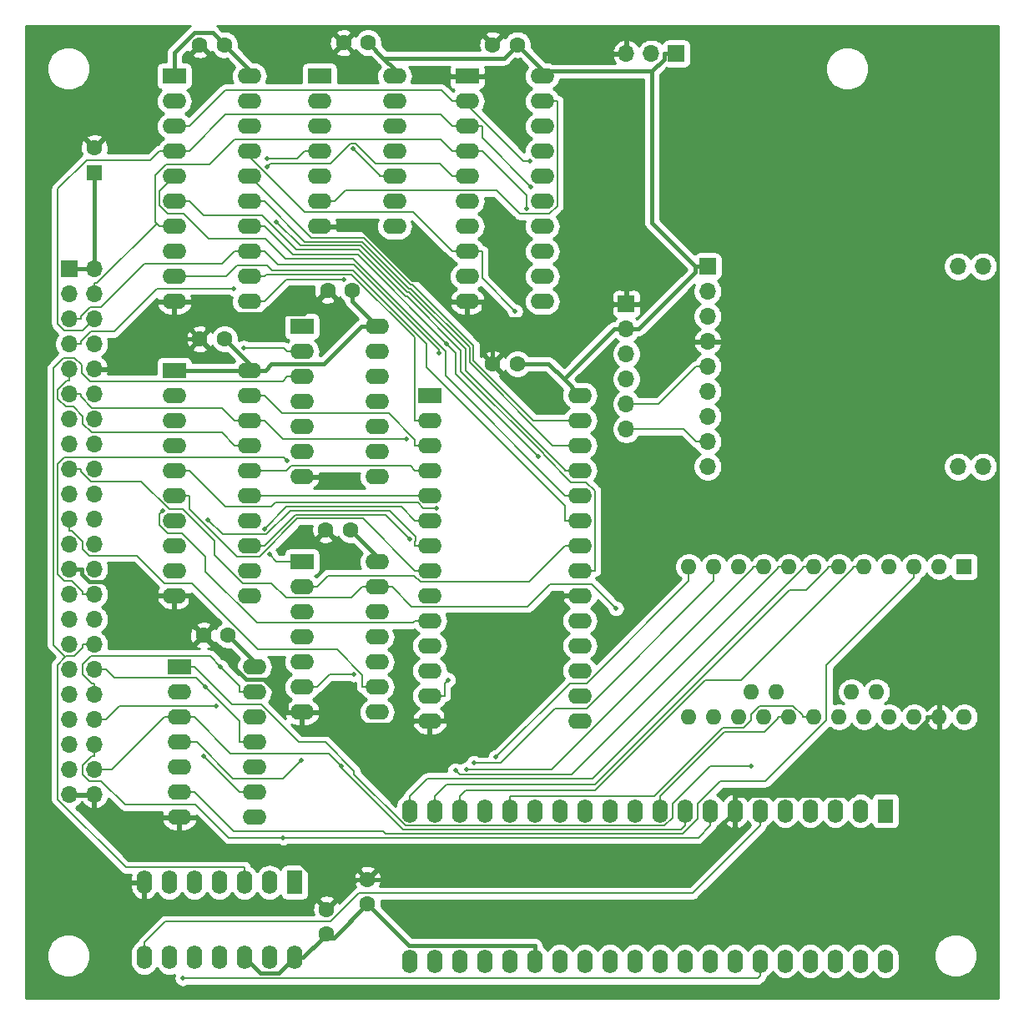
<source format=gtl>
G04 #@! TF.GenerationSoftware,KiCad,Pcbnew,(5.1.9)-1*
G04 #@! TF.CreationDate,2022-12-08T13:25:56+09:00*
G04 #@! TF.ProjectId,MZ2000_SD,4d5a3230-3030-45f5-9344-2e6b69636164,rev?*
G04 #@! TF.SameCoordinates,PX53920b0PY93c3260*
G04 #@! TF.FileFunction,Copper,L1,Top*
G04 #@! TF.FilePolarity,Positive*
%FSLAX46Y46*%
G04 Gerber Fmt 4.6, Leading zero omitted, Abs format (unit mm)*
G04 Created by KiCad (PCBNEW (5.1.9)-1) date 2022-12-08 13:25:56*
%MOMM*%
%LPD*%
G01*
G04 APERTURE LIST*
G04 #@! TA.AperFunction,ComponentPad*
%ADD10C,1.600000*%
G04 #@! TD*
G04 #@! TA.AperFunction,ComponentPad*
%ADD11R,1.600000X2.400000*%
G04 #@! TD*
G04 #@! TA.AperFunction,ComponentPad*
%ADD12O,1.600000X2.400000*%
G04 #@! TD*
G04 #@! TA.AperFunction,ComponentPad*
%ADD13R,1.700000X1.700000*%
G04 #@! TD*
G04 #@! TA.AperFunction,ComponentPad*
%ADD14O,1.700000X1.700000*%
G04 #@! TD*
G04 #@! TA.AperFunction,ComponentPad*
%ADD15R,1.600000X1.600000*%
G04 #@! TD*
G04 #@! TA.AperFunction,ComponentPad*
%ADD16O,1.600000X1.600000*%
G04 #@! TD*
G04 #@! TA.AperFunction,ComponentPad*
%ADD17R,2.400000X1.600000*%
G04 #@! TD*
G04 #@! TA.AperFunction,ComponentPad*
%ADD18O,2.400000X1.600000*%
G04 #@! TD*
G04 #@! TA.AperFunction,ViaPad*
%ADD19C,0.500000*%
G04 #@! TD*
G04 #@! TA.AperFunction,Conductor*
%ADD20C,0.400000*%
G04 #@! TD*
G04 #@! TA.AperFunction,Conductor*
%ADD21C,0.200000*%
G04 #@! TD*
G04 #@! TA.AperFunction,Conductor*
%ADD22C,0.254000*%
G04 #@! TD*
G04 #@! TA.AperFunction,Conductor*
%ADD23C,0.100000*%
G04 #@! TD*
G04 APERTURE END LIST*
D10*
X35349000Y10230000D03*
X35349000Y12730000D03*
D11*
X87884000Y19685000D03*
D12*
X39624000Y4445000D03*
X85344000Y19685000D03*
X42164000Y4445000D03*
X82804000Y19685000D03*
X44704000Y4445000D03*
X80264000Y19685000D03*
X47244000Y4445000D03*
X77724000Y19685000D03*
X49784000Y4445000D03*
X75184000Y19685000D03*
X52324000Y4445000D03*
X72644000Y19685000D03*
X54864000Y4445000D03*
X70104000Y19685000D03*
X57404000Y4445000D03*
X67564000Y19685000D03*
X59944000Y4445000D03*
X65024000Y19685000D03*
X62484000Y4445000D03*
X62484000Y19685000D03*
X65024000Y4445000D03*
X59944000Y19685000D03*
X67564000Y4445000D03*
X57404000Y19685000D03*
X70104000Y4445000D03*
X54864000Y19685000D03*
X72644000Y4445000D03*
X52324000Y19685000D03*
X75184000Y4445000D03*
X49784000Y19685000D03*
X77724000Y4445000D03*
X47244000Y19685000D03*
X80264000Y4445000D03*
X44704000Y19685000D03*
X82804000Y4445000D03*
X42164000Y19685000D03*
X85344000Y4445000D03*
X39624000Y19685000D03*
X87884000Y4445000D03*
D13*
X69850000Y74930000D03*
D14*
X69850000Y72390000D03*
X69850000Y69850000D03*
X69850000Y67310000D03*
X69850000Y64770000D03*
X69850000Y62230000D03*
X69850000Y59690000D03*
X69850000Y57150000D03*
X69850000Y54610000D03*
X97790000Y54610000D03*
X95250000Y54610000D03*
X97790000Y74930000D03*
X95250000Y74930000D03*
D15*
X95885000Y44450000D03*
D16*
X93345000Y44450000D03*
X90805000Y44450000D03*
X67945000Y29210000D03*
X88265000Y44450000D03*
X70485000Y29210000D03*
X85725000Y44450000D03*
X73025000Y29210000D03*
X83185000Y44450000D03*
X75565000Y29210000D03*
X80645000Y44450000D03*
X78105000Y29210000D03*
X78105000Y44450000D03*
X80645000Y29210000D03*
X75565000Y44450000D03*
X83185000Y29210000D03*
X73025000Y44450000D03*
X85725000Y29210000D03*
X70485000Y44450000D03*
X88265000Y29210000D03*
X67945000Y44450000D03*
X90805000Y29210000D03*
X93345000Y29210000D03*
X95885000Y29210000D03*
X86995000Y31750000D03*
X84455000Y31750000D03*
X76835000Y31750000D03*
X74295000Y31750000D03*
D10*
X18328000Y97409000D03*
X20828000Y97409000D03*
X20828000Y67564000D03*
X18328000Y67564000D03*
X50546000Y65024000D03*
X48046000Y65024000D03*
X50546000Y97409000D03*
X48046000Y97409000D03*
D14*
X7620000Y21330000D03*
X5080000Y21330000D03*
X7620000Y23870000D03*
X5080000Y23870000D03*
X7620000Y26410000D03*
X5080000Y26410000D03*
X7620000Y28950000D03*
X5080000Y28950000D03*
X7620000Y31490000D03*
X5080000Y31490000D03*
X7620000Y34030000D03*
X5080000Y34030000D03*
X7620000Y36570000D03*
X5080000Y36570000D03*
X7620000Y39110000D03*
X5080000Y39110000D03*
X7620000Y41650000D03*
X5080000Y41650000D03*
X7620000Y44190000D03*
X5080000Y44190000D03*
X7620000Y46730000D03*
X5080000Y46730000D03*
X7620000Y49270000D03*
X5080000Y49270000D03*
X7620000Y51810000D03*
X5080000Y51810000D03*
X7620000Y54350000D03*
X5080000Y54350000D03*
X7620000Y56890000D03*
X5080000Y56890000D03*
X7620000Y59430000D03*
X5080000Y59430000D03*
X7620000Y61970000D03*
X5080000Y61970000D03*
X7620000Y64510000D03*
X5080000Y64510000D03*
X7620000Y67050000D03*
X5080000Y67050000D03*
X7620000Y69590000D03*
X5080000Y69590000D03*
X7620000Y72130000D03*
X5080000Y72130000D03*
X7620000Y74670000D03*
D13*
X5080000Y74670000D03*
D17*
X15748000Y94234000D03*
D18*
X23368000Y71374000D03*
X15748000Y91694000D03*
X23368000Y73914000D03*
X15748000Y89154000D03*
X23368000Y76454000D03*
X15748000Y86614000D03*
X23368000Y78994000D03*
X15748000Y84074000D03*
X23368000Y81534000D03*
X15748000Y81534000D03*
X23368000Y84074000D03*
X15748000Y78994000D03*
X23368000Y86614000D03*
X15748000Y76454000D03*
X23368000Y89154000D03*
X15748000Y73914000D03*
X23368000Y91694000D03*
X15748000Y71374000D03*
X23368000Y94234000D03*
X23368000Y64389000D03*
X15748000Y41529000D03*
X23368000Y61849000D03*
X15748000Y44069000D03*
X23368000Y59309000D03*
X15748000Y46609000D03*
X23368000Y56769000D03*
X15748000Y49149000D03*
X23368000Y54229000D03*
X15748000Y51689000D03*
X23368000Y51689000D03*
X15748000Y54229000D03*
X23368000Y49149000D03*
X15748000Y56769000D03*
X23368000Y46609000D03*
X15748000Y59309000D03*
X23368000Y44069000D03*
X15748000Y61849000D03*
X23368000Y41529000D03*
D17*
X15748000Y64389000D03*
X45466000Y94234000D03*
D18*
X53086000Y71374000D03*
X45466000Y91694000D03*
X53086000Y73914000D03*
X45466000Y89154000D03*
X53086000Y76454000D03*
X45466000Y86614000D03*
X53086000Y78994000D03*
X45466000Y84074000D03*
X53086000Y81534000D03*
X45466000Y81534000D03*
X53086000Y84074000D03*
X45466000Y78994000D03*
X53086000Y86614000D03*
X45466000Y76454000D03*
X53086000Y89154000D03*
X45466000Y73914000D03*
X53086000Y91694000D03*
X45466000Y71374000D03*
X53086000Y94234000D03*
D13*
X66675000Y96520000D03*
D14*
X64135000Y96520000D03*
X61595000Y96520000D03*
D13*
X61595000Y71120000D03*
D14*
X61595000Y68580000D03*
X61595000Y66040000D03*
X61595000Y63500000D03*
X61595000Y60960000D03*
X61595000Y58420000D03*
D17*
X28702000Y44958000D03*
D18*
X36322000Y29718000D03*
X28702000Y42418000D03*
X36322000Y32258000D03*
X28702000Y39878000D03*
X36322000Y34798000D03*
X28702000Y37338000D03*
X36322000Y37338000D03*
X28702000Y34798000D03*
X36322000Y39878000D03*
X28702000Y32258000D03*
X36322000Y42418000D03*
X28702000Y29718000D03*
X36322000Y44958000D03*
D17*
X41656000Y61849000D03*
D18*
X56896000Y28829000D03*
X41656000Y59309000D03*
X56896000Y31369000D03*
X41656000Y56769000D03*
X56896000Y33909000D03*
X41656000Y54229000D03*
X56896000Y36449000D03*
X41656000Y51689000D03*
X56896000Y38989000D03*
X41656000Y49149000D03*
X56896000Y41529000D03*
X41656000Y46609000D03*
X56896000Y44069000D03*
X41656000Y44069000D03*
X56896000Y46609000D03*
X41656000Y41529000D03*
X56896000Y49149000D03*
X41656000Y38989000D03*
X56896000Y51689000D03*
X41656000Y36449000D03*
X56896000Y54229000D03*
X41656000Y33909000D03*
X56896000Y56769000D03*
X41656000Y31369000D03*
X56896000Y59309000D03*
X41656000Y28829000D03*
X56896000Y61849000D03*
X23876000Y34290000D03*
X16256000Y19050000D03*
X23876000Y31750000D03*
X16256000Y21590000D03*
X23876000Y29210000D03*
X16256000Y24130000D03*
X23876000Y26670000D03*
X16256000Y26670000D03*
X23876000Y24130000D03*
X16256000Y29210000D03*
X23876000Y21590000D03*
X16256000Y31750000D03*
X23876000Y19050000D03*
D17*
X16256000Y34290000D03*
X28702000Y68834000D03*
D18*
X36322000Y53594000D03*
X28702000Y66294000D03*
X36322000Y56134000D03*
X28702000Y63754000D03*
X36322000Y58674000D03*
X28702000Y61214000D03*
X36322000Y61214000D03*
X28702000Y58674000D03*
X36322000Y63754000D03*
X28702000Y56134000D03*
X36322000Y66294000D03*
X28702000Y53594000D03*
X36322000Y68834000D03*
D17*
X30480000Y94234000D03*
D18*
X38100000Y78994000D03*
X30480000Y91694000D03*
X38100000Y81534000D03*
X30480000Y89154000D03*
X38100000Y84074000D03*
X30480000Y86614000D03*
X38100000Y86614000D03*
X30480000Y84074000D03*
X38100000Y89154000D03*
X30480000Y81534000D03*
X38100000Y91694000D03*
X30480000Y78994000D03*
X38100000Y94234000D03*
D12*
X27940000Y4826000D03*
X12700000Y12446000D03*
X25400000Y4826000D03*
X15240000Y12446000D03*
X22860000Y4826000D03*
X17780000Y12446000D03*
X20320000Y4826000D03*
X20320000Y12446000D03*
X17780000Y4826000D03*
X22860000Y12446000D03*
X15240000Y4826000D03*
X25400000Y12446000D03*
X12700000Y4826000D03*
D11*
X27940000Y12446000D03*
D10*
X33600000Y48200000D03*
X31100000Y48200000D03*
X18700000Y37500000D03*
X21200000Y37500000D03*
X31200000Y7200000D03*
X31200000Y9700000D03*
X31300000Y72500000D03*
X33800000Y72500000D03*
X35400000Y97600000D03*
X32900000Y97600000D03*
D15*
X7620000Y84455000D03*
D10*
X7620000Y86955000D03*
D19*
X44247900Y23782300D03*
X45361400Y23889800D03*
X46143700Y24540400D03*
X48388800Y25141000D03*
X32960900Y73553000D03*
X26117100Y79456300D03*
X25380000Y45701200D03*
X19163800Y49192000D03*
X42342400Y50419000D03*
X24868300Y48290300D03*
X14554000Y50136000D03*
X43503500Y32970000D03*
X32686400Y24242300D03*
X26799700Y16976200D03*
X20012600Y30339600D03*
X20445200Y34310900D03*
X18898600Y32228700D03*
X16575600Y2711600D03*
X18706700Y25214600D03*
X22749100Y66666400D03*
X27161900Y55197000D03*
X74299500Y24231200D03*
X60549800Y40226000D03*
X39266200Y57436200D03*
X50330400Y70370100D03*
X51790400Y85634000D03*
X52682200Y55631300D03*
X43395700Y67063300D03*
X21799700Y72680800D03*
X51934400Y83000300D03*
X42582600Y66130300D03*
X39662900Y47269600D03*
X51454900Y80791500D03*
X25151700Y85039600D03*
X33950600Y33525300D03*
X33881200Y86846500D03*
X28634000Y24820000D03*
X25153300Y85846300D03*
D20*
X23368000Y64389000D02*
X24968300Y64389000D01*
X36322000Y68834000D02*
X34721700Y68834000D01*
X34721700Y68834000D02*
X30911700Y65024000D01*
X30911700Y65024000D02*
X25603300Y65024000D01*
X25603300Y65024000D02*
X24968300Y64389000D01*
X20828000Y67564000D02*
X23368000Y65024000D01*
X23368000Y65024000D02*
X23368000Y64389000D01*
X36960600Y96039400D02*
X49176400Y96039400D01*
X49176400Y96039400D02*
X50546000Y97409000D01*
X36960600Y96039400D02*
X38100000Y94900000D01*
X38100000Y94900000D02*
X38100000Y94234000D01*
X35400000Y97600000D02*
X36960600Y96039400D01*
X64162000Y94710300D02*
X65424700Y95973000D01*
X65424700Y95973000D02*
X65424700Y96520000D01*
X53086000Y94710300D02*
X64162000Y94710300D01*
X64162000Y94710300D02*
X64162000Y79367700D01*
X64162000Y79367700D02*
X68599700Y74930000D01*
X33600000Y48200000D02*
X36322000Y45478000D01*
X36322000Y45478000D02*
X36322000Y44958000D01*
X21200000Y37500000D02*
X23876000Y34824000D01*
X23876000Y34824000D02*
X23876000Y34290000D01*
X30794300Y6794300D02*
X31913300Y6794300D01*
X31913300Y6794300D02*
X35349000Y10230000D01*
X30794300Y6794300D02*
X28826000Y4826000D01*
X28826000Y4826000D02*
X27940000Y4826000D01*
X31200000Y7200000D02*
X30794300Y6794300D01*
X33800000Y72500000D02*
X33800000Y71356000D01*
X33800000Y71356000D02*
X36322000Y68834000D01*
X23368000Y64389000D02*
X21767700Y64389000D01*
X15748000Y64389000D02*
X17348300Y64389000D01*
X17348300Y64389000D02*
X21767700Y64389000D01*
X69850000Y74930000D02*
X68599700Y74930000D01*
X61595000Y68580000D02*
X62845300Y68580000D01*
X62845300Y68580000D02*
X68599700Y74334400D01*
X68599700Y74334400D02*
X68599700Y74930000D01*
X55254800Y63490200D02*
X60344600Y68580000D01*
X60344600Y68580000D02*
X61595000Y68580000D01*
X55254800Y63490200D02*
X56896000Y61849000D01*
X50546000Y65024000D02*
X53721000Y65024000D01*
X53721000Y65024000D02*
X55254800Y63490200D01*
X50546000Y97409000D02*
X53086000Y94869000D01*
X53086000Y94869000D02*
X53086000Y94710300D01*
X20828000Y97409000D02*
X23368000Y94869000D01*
X23368000Y94869000D02*
X23368000Y94234000D01*
X52324000Y4445000D02*
X52324000Y6045300D01*
X52324000Y6045300D02*
X39533700Y6045300D01*
X39533700Y6045300D02*
X35349000Y10230000D01*
X66675000Y96520000D02*
X65424700Y96520000D01*
X53086000Y94710300D02*
X53086000Y94234000D01*
X7620000Y74670000D02*
X5080000Y74670000D01*
X7620000Y84455000D02*
X7620000Y74670000D01*
X27940000Y4826000D02*
X26340000Y3226000D01*
X26340000Y3226000D02*
X24460000Y3226000D01*
X24460000Y3226000D02*
X22860000Y4826000D01*
X20828000Y97409000D02*
X19628000Y98609000D01*
X19628000Y98609000D02*
X17752000Y98609000D01*
X17752000Y98609000D02*
X15748000Y96605000D01*
X15748000Y96605000D02*
X15748000Y94234000D01*
X7620000Y21330000D02*
X5080000Y21330000D01*
X18700000Y37500000D02*
X17348300Y38851700D01*
X17348300Y38851700D02*
X17348300Y41529000D01*
X27101700Y29718000D02*
X27101700Y30718200D01*
X27101700Y30718200D02*
X24799900Y33020000D01*
X24799900Y33020000D02*
X23025200Y33020000D01*
X23025200Y33020000D02*
X18700000Y37345200D01*
X18700000Y37345200D02*
X18700000Y37500000D01*
X15748000Y41529000D02*
X17348300Y41529000D01*
X18328000Y67564000D02*
X11924300Y67564000D01*
X11924300Y67564000D02*
X8870300Y64510000D01*
X19084600Y69637700D02*
X19084600Y68320600D01*
X19084600Y68320600D02*
X18328000Y67564000D01*
X7620000Y64510000D02*
X8870300Y64510000D01*
X43865700Y71374000D02*
X41647400Y73592300D01*
X41647400Y73592300D02*
X39880400Y73592300D01*
X39880400Y73592300D02*
X34478700Y78994000D01*
X34478700Y78994000D02*
X32080300Y78994000D01*
X61595000Y71120000D02*
X60344700Y71120000D01*
X48046000Y69563500D02*
X47066300Y70543200D01*
X47066300Y70543200D02*
X47066300Y71374000D01*
X60344700Y71120000D02*
X58788200Y69563500D01*
X58788200Y69563500D02*
X48046000Y69563500D01*
X48046000Y69563500D02*
X48046000Y65024000D01*
X45466000Y71374000D02*
X47066300Y71374000D01*
X44665900Y71374000D02*
X45466000Y71374000D01*
X32229700Y10729700D02*
X31200000Y9700000D01*
X35349000Y12730000D02*
X34230000Y12730000D01*
X34230000Y12730000D02*
X32229700Y10729700D01*
X17856300Y19050000D02*
X21645200Y15261100D01*
X21645200Y15261100D02*
X27698200Y15261100D01*
X27698200Y15261100D02*
X32229700Y10729700D01*
X16256000Y19050000D02*
X17856300Y19050000D01*
X35349000Y12730000D02*
X65689000Y12730000D01*
X65689000Y12730000D02*
X72644000Y19685000D01*
X19084600Y69637700D02*
X17348300Y71374000D01*
X31300000Y72500000D02*
X28911400Y70111400D01*
X28911400Y70111400D02*
X19558300Y70111400D01*
X19558300Y70111400D02*
X19084600Y69637700D01*
X15748000Y71374000D02*
X17348300Y71374000D01*
X44665900Y71374000D02*
X43865700Y71374000D01*
X5080000Y44190000D02*
X6330300Y44190000D01*
X15748000Y41529000D02*
X14147700Y41529000D01*
X14147700Y41529000D02*
X12756700Y42920000D01*
X12756700Y42920000D02*
X7082200Y42920000D01*
X7082200Y42920000D02*
X6330300Y43671900D01*
X6330300Y43671900D02*
X6330300Y44190000D01*
X93345000Y29210000D02*
X92144700Y29210000D01*
X72644000Y19685000D02*
X72644000Y21285300D01*
X72644000Y21285300D02*
X84593000Y21285300D01*
X84593000Y21285300D02*
X92144700Y28837000D01*
X92144700Y28837000D02*
X92144700Y29210000D01*
X28702000Y29718000D02*
X27101700Y29718000D01*
X29135500Y29718000D02*
X28702000Y29718000D01*
X30480000Y78994000D02*
X32080300Y78994000D01*
X29135500Y29718000D02*
X30302300Y29718000D01*
X41656000Y28829000D02*
X43256300Y28829000D01*
X56896000Y41529000D02*
X55295700Y41529000D01*
X55295700Y41529000D02*
X43256300Y29489600D01*
X43256300Y29489600D02*
X43256300Y28829000D01*
X41656000Y28829000D02*
X40055700Y28829000D01*
X40055700Y28829000D02*
X39716700Y28490000D01*
X39716700Y28490000D02*
X31530300Y28490000D01*
X31530300Y28490000D02*
X30302300Y29718000D01*
D21*
X78105000Y44450000D02*
X77004700Y44450000D01*
X77004700Y44450000D02*
X77004700Y44312500D01*
X77004700Y44312500D02*
X56031700Y23339500D01*
X56031700Y23339500D02*
X44690700Y23339500D01*
X44690700Y23339500D02*
X44247900Y23782300D01*
X75565000Y44450000D02*
X74464700Y44450000D01*
X74464700Y44450000D02*
X74464700Y44312500D01*
X74464700Y44312500D02*
X54042000Y23889800D01*
X54042000Y23889800D02*
X45361400Y23889800D01*
X70485000Y44450000D02*
X70485000Y42979300D01*
X70485000Y42979300D02*
X57604700Y30099000D01*
X57604700Y30099000D02*
X54394700Y30099000D01*
X54394700Y30099000D02*
X48836100Y24540400D01*
X48836100Y24540400D02*
X46143700Y24540400D01*
X67945000Y43349700D02*
X67945000Y42997900D01*
X67945000Y42997900D02*
X57586100Y32639000D01*
X57586100Y32639000D02*
X55886800Y32639000D01*
X55886800Y32639000D02*
X48388800Y25141000D01*
X67945000Y44450000D02*
X67945000Y43349700D01*
X65024000Y19685000D02*
X65024000Y21185300D01*
X78105000Y29210000D02*
X77004700Y29210000D01*
X77004700Y29210000D02*
X77004700Y29072500D01*
X77004700Y29072500D02*
X75641500Y27709300D01*
X75641500Y27709300D02*
X71548000Y27709300D01*
X71548000Y27709300D02*
X65024000Y21185300D01*
X49784000Y19685000D02*
X49784000Y21185300D01*
X80645000Y29210000D02*
X79544700Y29210000D01*
X79544700Y29210000D02*
X79544700Y29347500D01*
X79544700Y29347500D02*
X78533300Y30358900D01*
X78533300Y30358900D02*
X75142800Y30358900D01*
X75142800Y30358900D02*
X74295000Y29511100D01*
X74295000Y29511100D02*
X74295000Y28897900D01*
X74295000Y28897900D02*
X73506800Y28109700D01*
X73506800Y28109700D02*
X71382100Y28109700D01*
X71382100Y28109700D02*
X64457700Y21185300D01*
X64457700Y21185300D02*
X49784000Y21185300D01*
X84624700Y44450000D02*
X84624700Y44312500D01*
X84624700Y44312500D02*
X73265500Y32953300D01*
X73265500Y32953300D02*
X69566000Y32953300D01*
X69566000Y32953300D02*
X58389600Y21776900D01*
X58389600Y21776900D02*
X45295600Y21776900D01*
X45295600Y21776900D02*
X44704000Y21185300D01*
X44704000Y19685000D02*
X44704000Y21185300D01*
X85725000Y44450000D02*
X84624700Y44450000D01*
X82084700Y44450000D02*
X82084700Y44312500D01*
X82084700Y44312500D02*
X79885200Y42113000D01*
X79885200Y42113000D02*
X78159500Y42113000D01*
X78159500Y42113000D02*
X58435300Y22388800D01*
X58435300Y22388800D02*
X43367500Y22388800D01*
X43367500Y22388800D02*
X42164000Y21185300D01*
X42164000Y19685000D02*
X42164000Y21185300D01*
X83185000Y44450000D02*
X82084700Y44450000D01*
X39624000Y19685000D02*
X39624000Y21185300D01*
X80645000Y44450000D02*
X79544700Y44450000D01*
X79544700Y44450000D02*
X79544700Y44312700D01*
X79544700Y44312700D02*
X58171100Y22939100D01*
X58171100Y22939100D02*
X41377800Y22939100D01*
X41377800Y22939100D02*
X39624000Y21185300D01*
X24868300Y71374000D02*
X27094700Y73600400D01*
X27094700Y73600400D02*
X32913500Y73600400D01*
X32913500Y73600400D02*
X32960900Y73553000D01*
X23368000Y71374000D02*
X24868300Y71374000D01*
X55395700Y54229000D02*
X55395700Y54262200D01*
X55395700Y54262200D02*
X45295300Y64362600D01*
X45295300Y64362600D02*
X45295300Y66564300D01*
X45295300Y66564300D02*
X39568200Y72291400D01*
X39568200Y72291400D02*
X39341600Y72291400D01*
X39341600Y72291400D02*
X34616900Y77016100D01*
X34616900Y77016100D02*
X28557300Y77016100D01*
X28557300Y77016100D02*
X26117100Y79456300D01*
X56896000Y54229000D02*
X55395700Y54229000D01*
X24868300Y73914000D02*
X25071500Y74117200D01*
X25071500Y74117200D02*
X33741300Y74117200D01*
X33741300Y74117200D02*
X40155700Y67702800D01*
X40155700Y67702800D02*
X40155700Y59309000D01*
X23368000Y73914000D02*
X24868300Y73914000D01*
X41656000Y59309000D02*
X40155700Y59309000D01*
X55395700Y51689000D02*
X43279700Y63805000D01*
X43279700Y63805000D02*
X43279700Y66304300D01*
X43279700Y66304300D02*
X33865500Y75718500D01*
X33865500Y75718500D02*
X27019000Y75718500D01*
X27019000Y75718500D02*
X25013500Y77724000D01*
X25013500Y77724000D02*
X19218200Y77724000D01*
X19218200Y77724000D02*
X16678200Y80264000D01*
X16678200Y80264000D02*
X15052100Y80264000D01*
X15052100Y80264000D02*
X14235400Y81080700D01*
X14235400Y81080700D02*
X14235400Y82561400D01*
X14235400Y82561400D02*
X15748000Y84074000D01*
X56896000Y51689000D02*
X55395700Y51689000D01*
X55395700Y56769000D02*
X54140000Y56769000D01*
X54140000Y56769000D02*
X45695600Y65213400D01*
X45695600Y65213400D02*
X45695600Y66730100D01*
X45695600Y66730100D02*
X39734000Y72691700D01*
X39734000Y72691700D02*
X39507400Y72691700D01*
X39507400Y72691700D02*
X34782700Y77416400D01*
X34782700Y77416400D02*
X28985900Y77416400D01*
X28985900Y77416400D02*
X24868300Y81534000D01*
X56896000Y56769000D02*
X55395700Y56769000D01*
X23368000Y81534000D02*
X24868300Y81534000D01*
X58396300Y44069000D02*
X58396300Y52153500D01*
X58396300Y52153500D02*
X57504400Y53045400D01*
X57504400Y53045400D02*
X55994100Y53045400D01*
X55994100Y53045400D02*
X53232500Y55807000D01*
X53232500Y55807000D02*
X53232500Y55859300D01*
X53232500Y55859300D02*
X44826900Y64264900D01*
X44826900Y64264900D02*
X44826900Y66410400D01*
X44826900Y66410400D02*
X39346200Y71891100D01*
X39346200Y71891100D02*
X39175800Y71891100D01*
X39175800Y71891100D02*
X34451100Y76615800D01*
X34451100Y76615800D02*
X28121100Y76615800D01*
X28121100Y76615800D02*
X24642500Y80094400D01*
X24642500Y80094400D02*
X18687900Y80094400D01*
X18687900Y80094400D02*
X17248300Y81534000D01*
X15748000Y81534000D02*
X17248300Y81534000D01*
X56896000Y44069000D02*
X58396300Y44069000D01*
X55395700Y59309000D02*
X52166100Y59309000D01*
X52166100Y59309000D02*
X46095900Y65379200D01*
X46095900Y65379200D02*
X46095900Y66895900D01*
X46095900Y66895900D02*
X39899800Y73092000D01*
X39899800Y73092000D02*
X39673200Y73092000D01*
X39673200Y73092000D02*
X34948500Y77816700D01*
X34948500Y77816700D02*
X29625300Y77816700D01*
X29625300Y77816700D02*
X23368000Y84074000D01*
X56896000Y59309000D02*
X55395700Y59309000D01*
X56896000Y49149000D02*
X55395700Y49149000D01*
X55395700Y49149000D02*
X55395700Y50649300D01*
X55395700Y50649300D02*
X41353800Y64691200D01*
X41353800Y64691200D02*
X41353800Y67071100D01*
X41353800Y67071100D02*
X33907300Y74517600D01*
X33907300Y74517600D02*
X25679900Y74517600D01*
X25679900Y74517600D02*
X25142800Y75054700D01*
X25142800Y75054700D02*
X22138700Y75054700D01*
X22138700Y75054700D02*
X20998000Y73914000D01*
X20998000Y73914000D02*
X15748000Y73914000D01*
X28702000Y44958000D02*
X26123200Y44958000D01*
X26123200Y44958000D02*
X25380000Y45701200D01*
X23368000Y61849000D02*
X24868300Y61849000D01*
X41656000Y56769000D02*
X40155700Y56769000D01*
X40155700Y56769000D02*
X40155700Y57331600D01*
X40155700Y57331600D02*
X37484900Y60002400D01*
X37484900Y60002400D02*
X26714900Y60002400D01*
X26714900Y60002400D02*
X24868300Y61849000D01*
X40155700Y46609000D02*
X40155700Y46984100D01*
X40155700Y46984100D02*
X40213200Y47041600D01*
X40213200Y47041600D02*
X40213200Y47538400D01*
X40213200Y47538400D02*
X37613500Y50138100D01*
X37613500Y50138100D02*
X27502600Y50138100D01*
X27502600Y50138100D02*
X25090200Y47725700D01*
X25090200Y47725700D02*
X20630100Y47725700D01*
X20630100Y47725700D02*
X19163800Y49192000D01*
X41656000Y46609000D02*
X40155700Y46609000D01*
X24868300Y54229000D02*
X27091200Y54229000D01*
X27091200Y54229000D02*
X27567500Y54705300D01*
X27567500Y54705300D02*
X39679400Y54705300D01*
X39679400Y54705300D02*
X40155700Y54229000D01*
X23368000Y54229000D02*
X24868300Y54229000D01*
X41656000Y54229000D02*
X40155700Y54229000D01*
X17248300Y51689000D02*
X17248300Y50329300D01*
X17248300Y50329300D02*
X22115900Y45461700D01*
X22115900Y45461700D02*
X24362300Y45461700D01*
X24362300Y45461700D02*
X28234100Y49333500D01*
X28234100Y49333500D02*
X34891200Y49333500D01*
X34891200Y49333500D02*
X40155700Y44069000D01*
X41656000Y44069000D02*
X40155700Y44069000D01*
X15748000Y51689000D02*
X17248300Y51689000D01*
X40155700Y51689000D02*
X24868300Y51689000D01*
X23368000Y51689000D02*
X24868300Y51689000D01*
X41656000Y51689000D02*
X40155700Y51689000D01*
X17248300Y54229000D02*
X20927900Y50549400D01*
X20927900Y50549400D02*
X25573200Y50549400D01*
X25573200Y50549400D02*
X25964200Y50940400D01*
X25964200Y50940400D02*
X40448300Y50940400D01*
X40448300Y50940400D02*
X40969700Y50419000D01*
X40969700Y50419000D02*
X42342400Y50419000D01*
X15748000Y54229000D02*
X17248300Y54229000D01*
X24868300Y48290300D02*
X27118000Y50540000D01*
X27118000Y50540000D02*
X38764700Y50540000D01*
X38764700Y50540000D02*
X40155700Y49149000D01*
X41656000Y49149000D02*
X40155700Y49149000D01*
X41656000Y38989000D02*
X40155700Y38989000D01*
X40155700Y38989000D02*
X39941400Y38774700D01*
X39941400Y38774700D02*
X24106100Y38774700D01*
X24106100Y38774700D02*
X18903500Y43977300D01*
X18903500Y43977300D02*
X18903500Y45452400D01*
X18903500Y45452400D02*
X16476900Y47879000D01*
X16476900Y47879000D02*
X15054500Y47879000D01*
X15054500Y47879000D02*
X14240700Y48692800D01*
X14240700Y48692800D02*
X14240700Y49822700D01*
X14240700Y49822700D02*
X14554000Y50136000D01*
X90805000Y44450000D02*
X90805000Y43349700D01*
X16256000Y21590000D02*
X17756300Y21590000D01*
X17756300Y21590000D02*
X21766400Y17579900D01*
X21766400Y17579900D02*
X36958900Y17579900D01*
X36958900Y17579900D02*
X37162200Y17376600D01*
X37162200Y17376600D02*
X67342900Y17376600D01*
X67342900Y17376600D02*
X68834000Y18867700D01*
X68834000Y18867700D02*
X68834000Y20396100D01*
X68834000Y20396100D02*
X71142400Y22704500D01*
X71142400Y22704500D02*
X75728300Y22704500D01*
X75728300Y22704500D02*
X81915000Y28891200D01*
X81915000Y28891200D02*
X81915000Y34459700D01*
X81915000Y34459700D02*
X90805000Y43349700D01*
X43156300Y31369000D02*
X43156300Y32622800D01*
X43156300Y32622800D02*
X43503500Y32970000D01*
X41656000Y31369000D02*
X43156300Y31369000D01*
X16256000Y29210000D02*
X17756300Y29210000D01*
X32686400Y24242300D02*
X31404900Y25523800D01*
X31404900Y25523800D02*
X21442500Y25523800D01*
X21442500Y25523800D02*
X17756300Y29210000D01*
X67564000Y18184700D02*
X67159300Y17780000D01*
X67159300Y17780000D02*
X38983300Y17780000D01*
X38983300Y17780000D02*
X32686400Y24076900D01*
X32686400Y24076900D02*
X32686400Y24242300D01*
X16256000Y29210000D02*
X14755700Y29210000D01*
X14755700Y29210000D02*
X9415700Y23870000D01*
X9415700Y23870000D02*
X7620000Y23870000D01*
X67564000Y19685000D02*
X67564000Y18184700D01*
X7620000Y25259700D02*
X7381600Y25259700D01*
X7381600Y25259700D02*
X6441500Y24319600D01*
X6441500Y24319600D02*
X6441500Y23360000D01*
X6441500Y23360000D02*
X7081900Y22719600D01*
X7081900Y22719600D02*
X8330900Y22719600D01*
X8330900Y22719600D02*
X10730500Y20320000D01*
X10730500Y20320000D02*
X17896000Y20320000D01*
X17896000Y20320000D02*
X21239800Y16976200D01*
X21239800Y16976200D02*
X26799700Y16976200D01*
X26799700Y16976200D02*
X68895500Y16976200D01*
X68895500Y16976200D02*
X70104000Y18184700D01*
X7620000Y26410000D02*
X7620000Y25259700D01*
X70104000Y19685000D02*
X70104000Y18184700D01*
X20012600Y30339600D02*
X10159900Y30339600D01*
X10159900Y30339600D02*
X8770300Y28950000D01*
X7620000Y28950000D02*
X8770300Y28950000D01*
X20445200Y34310900D02*
X19365700Y35390400D01*
X19365700Y35390400D02*
X7292000Y35390400D01*
X7292000Y35390400D02*
X6467700Y34566100D01*
X6467700Y34566100D02*
X6467700Y33554200D01*
X6467700Y33554200D02*
X7381600Y32640300D01*
X7381600Y32640300D02*
X7620000Y32640300D01*
X22375700Y31750000D02*
X22375700Y32380400D01*
X22375700Y32380400D02*
X20445200Y34310900D01*
X7620000Y31490000D02*
X7620000Y32640300D01*
X23876000Y31750000D02*
X22375700Y31750000D01*
X22375700Y26670000D02*
X22375700Y28754800D01*
X22375700Y28754800D02*
X18901800Y32228700D01*
X18901800Y32228700D02*
X18898600Y32228700D01*
X18898600Y32228700D02*
X17965600Y33161700D01*
X17965600Y33161700D02*
X9638600Y33161700D01*
X9638600Y33161700D02*
X8770300Y34030000D01*
X7620000Y34030000D02*
X8770300Y34030000D01*
X23876000Y26670000D02*
X22375700Y26670000D01*
X75184000Y2944700D02*
X74950900Y2711600D01*
X74950900Y2711600D02*
X16575600Y2711600D01*
X75184000Y4445000D02*
X75184000Y2944700D01*
X4694000Y35308100D02*
X3893300Y34507400D01*
X3893300Y34507400D02*
X3893300Y20873200D01*
X3893300Y20873200D02*
X10820200Y13946300D01*
X10820200Y13946300D02*
X22860000Y13946300D01*
X6469700Y36570000D02*
X6469700Y36282300D01*
X6469700Y36282300D02*
X5607100Y35419700D01*
X5607100Y35419700D02*
X4805600Y35419700D01*
X4805600Y35419700D02*
X4694000Y35308100D01*
X4694000Y35308100D02*
X3466900Y36535100D01*
X3466900Y36535100D02*
X3466900Y64602300D01*
X3466900Y64602300D02*
X4525000Y65660400D01*
X4525000Y65660400D02*
X5618100Y65660400D01*
X5618100Y65660400D02*
X6350000Y64928500D01*
X6350000Y64928500D02*
X6350000Y64113200D01*
X6350000Y64113200D02*
X7174600Y63288600D01*
X7174600Y63288600D02*
X26736300Y63288600D01*
X26736300Y63288600D02*
X27201700Y63754000D01*
X28702000Y63754000D02*
X27201700Y63754000D01*
X22860000Y12446000D02*
X22860000Y13946300D01*
X7620000Y36570000D02*
X6469700Y36570000D01*
X27201700Y66294000D02*
X26829300Y66666400D01*
X26829300Y66666400D02*
X22749100Y66666400D01*
X23876000Y21590000D02*
X22331300Y21590000D01*
X22331300Y21590000D02*
X18706700Y25214600D01*
X28702000Y66294000D02*
X27201700Y66294000D01*
X7620000Y41650000D02*
X6469700Y41650000D01*
X27161900Y55197000D02*
X26844600Y55514300D01*
X26844600Y55514300D02*
X4546500Y55514300D01*
X4546500Y55514300D02*
X3927100Y54894900D01*
X3927100Y54894900D02*
X3927100Y43709100D01*
X3927100Y43709100D02*
X4596600Y43039600D01*
X4596600Y43039600D02*
X5318400Y43039600D01*
X5318400Y43039600D02*
X6469700Y41888300D01*
X6469700Y41888300D02*
X6469700Y41650000D01*
X5080000Y49270000D02*
X5080000Y48119700D01*
X36322000Y32258000D02*
X34821700Y32258000D01*
X34821700Y32258000D02*
X34821700Y33477000D01*
X34821700Y33477000D02*
X32230700Y36068000D01*
X32230700Y36068000D02*
X24225300Y36068000D01*
X24225300Y36068000D02*
X17494300Y42799000D01*
X17494300Y42799000D02*
X14696500Y42799000D01*
X14696500Y42799000D02*
X11915900Y45579600D01*
X11915900Y45579600D02*
X7115000Y45579600D01*
X7115000Y45579600D02*
X6469600Y46225000D01*
X6469600Y46225000D02*
X6469600Y47000600D01*
X6469600Y47000600D02*
X5350500Y48119700D01*
X5350500Y48119700D02*
X5080000Y48119700D01*
X17756300Y34290000D02*
X21566300Y30480000D01*
X21566300Y30480000D02*
X24562300Y30480000D01*
X24562300Y30480000D02*
X28391400Y26650900D01*
X28391400Y26650900D02*
X31056100Y26650900D01*
X31056100Y26650900D02*
X33959300Y23747700D01*
X33959300Y23747700D02*
X33959300Y23393600D01*
X33959300Y23393600D02*
X39168200Y18184700D01*
X39168200Y18184700D02*
X65495900Y18184700D01*
X65495900Y18184700D02*
X66294000Y18982800D01*
X66294000Y18982800D02*
X66294000Y20374700D01*
X66294000Y20374700D02*
X70150500Y24231200D01*
X70150500Y24231200D02*
X74299500Y24231200D01*
X16256000Y34290000D02*
X17756300Y34290000D01*
X36322000Y42418000D02*
X37822300Y42418000D01*
X37822300Y42418000D02*
X39830900Y40409400D01*
X39830900Y40409400D02*
X51590900Y40409400D01*
X51590900Y40409400D02*
X53845900Y42664400D01*
X53845900Y42664400D02*
X58111400Y42664400D01*
X58111400Y42664400D02*
X60549800Y40226000D01*
X35571900Y42418000D02*
X36322000Y42418000D01*
X35571900Y42418000D02*
X34821700Y42418000D01*
X5080000Y54350000D02*
X6230300Y54350000D01*
X34821700Y42418000D02*
X33710500Y41306800D01*
X33710500Y41306800D02*
X27094000Y41306800D01*
X27094000Y41306800D02*
X25601800Y42799000D01*
X25601800Y42799000D02*
X22680000Y42799000D01*
X22680000Y42799000D02*
X19800400Y45678600D01*
X19800400Y45678600D02*
X19800400Y47095500D01*
X19800400Y47095500D02*
X16636500Y50259400D01*
X16636500Y50259400D02*
X15209600Y50259400D01*
X15209600Y50259400D02*
X12389000Y53080000D01*
X12389000Y53080000D02*
X7261900Y53080000D01*
X7261900Y53080000D02*
X6230300Y54111600D01*
X6230300Y54111600D02*
X6230300Y54350000D01*
X23368000Y59309000D02*
X24868300Y59309000D01*
X24868300Y59309000D02*
X26741100Y57436200D01*
X26741100Y57436200D02*
X39266200Y57436200D01*
X23312200Y59309000D02*
X23368000Y59309000D01*
X23312200Y59309000D02*
X21867700Y59309000D01*
X5080000Y61970000D02*
X6230300Y61970000D01*
X21867700Y59309000D02*
X20596300Y60580400D01*
X20596300Y60580400D02*
X7381500Y60580400D01*
X7381500Y60580400D02*
X6230300Y61731600D01*
X6230300Y61731600D02*
X6230300Y61970000D01*
X46966300Y76454000D02*
X46966300Y73734200D01*
X46966300Y73734200D02*
X50330400Y70370100D01*
X45466000Y76454000D02*
X43965700Y76454000D01*
X45466000Y76454000D02*
X46966300Y76454000D01*
X43965700Y76454000D02*
X39995000Y80424700D01*
X39995000Y80424700D02*
X28981000Y80424700D01*
X28981000Y80424700D02*
X23368000Y86037700D01*
X23368000Y86037700D02*
X23368000Y86614000D01*
X5080000Y64510000D02*
X5080000Y63359700D01*
X23368000Y56769000D02*
X21867700Y56769000D01*
X21867700Y56769000D02*
X20585700Y58051000D01*
X20585700Y58051000D02*
X7343700Y58051000D01*
X7343700Y58051000D02*
X6469600Y58925100D01*
X6469600Y58925100D02*
X6469600Y59704700D01*
X6469600Y59704700D02*
X5474300Y60700000D01*
X5474300Y60700000D02*
X4717600Y60700000D01*
X4717600Y60700000D02*
X3920400Y61497200D01*
X3920400Y61497200D02*
X3920400Y62438500D01*
X3920400Y62438500D02*
X4841600Y63359700D01*
X4841600Y63359700D02*
X5080000Y63359700D01*
X45087700Y91694000D02*
X51147700Y85634000D01*
X51147700Y85634000D02*
X51790400Y85634000D01*
X45087700Y91694000D02*
X43965700Y91694000D01*
X45466000Y91694000D02*
X45087700Y91694000D01*
X15748000Y89154000D02*
X17248300Y89154000D01*
X17248300Y89154000D02*
X20908100Y92813800D01*
X20908100Y92813800D02*
X42845900Y92813800D01*
X42845900Y92813800D02*
X43965700Y91694000D01*
X43395700Y67063300D02*
X34340200Y76118800D01*
X34340200Y76118800D02*
X27743500Y76118800D01*
X27743500Y76118800D02*
X24868300Y78994000D01*
X6230300Y67050000D02*
X6230300Y67288400D01*
X6230300Y67288400D02*
X7261900Y68320000D01*
X7261900Y68320000D02*
X9645600Y68320000D01*
X9645600Y68320000D02*
X14006300Y72680700D01*
X14006300Y72680700D02*
X21799700Y72680700D01*
X21799700Y72680700D02*
X21799700Y72680800D01*
X52682200Y55631300D02*
X44294600Y64018900D01*
X44294600Y64018900D02*
X44294600Y66164400D01*
X44294600Y66164400D02*
X43395700Y67063300D01*
X23368000Y78994000D02*
X24868300Y78994000D01*
X5080000Y67050000D02*
X6230300Y67050000D01*
X45466000Y89154000D02*
X43965700Y89154000D01*
X15748000Y86614000D02*
X17248300Y86614000D01*
X17248300Y86614000D02*
X20957900Y90323600D01*
X20957900Y90323600D02*
X42796100Y90323600D01*
X42796100Y90323600D02*
X43965700Y89154000D01*
X15369700Y86614000D02*
X15748000Y86614000D01*
X46966300Y89154000D02*
X46966300Y87968400D01*
X46966300Y87968400D02*
X51934400Y83000300D01*
X15369700Y86614000D02*
X14247700Y86614000D01*
X14247700Y86614000D02*
X13338700Y85705000D01*
X13338700Y85705000D02*
X6830400Y85705000D01*
X6830400Y85705000D02*
X3912500Y82787100D01*
X3912500Y82787100D02*
X3912500Y69076100D01*
X3912500Y69076100D02*
X4602700Y68385900D01*
X4602700Y68385900D02*
X6415900Y68385900D01*
X6415900Y68385900D02*
X7620000Y69590000D01*
X45466000Y89154000D02*
X46966300Y89154000D01*
X23368000Y76454000D02*
X24868300Y76454000D01*
X24868300Y76454000D02*
X26230900Y75091400D01*
X26230900Y75091400D02*
X33926500Y75091400D01*
X33926500Y75091400D02*
X42582600Y66435300D01*
X42582600Y66435300D02*
X42582600Y66130300D01*
X22617900Y76454000D02*
X23368000Y76454000D01*
X22617900Y76454000D02*
X21867700Y76454000D01*
X23368000Y46609000D02*
X24868300Y46609000D01*
X24868300Y46609000D02*
X27997000Y49737700D01*
X27997000Y49737700D02*
X37194800Y49737700D01*
X37194800Y49737700D02*
X39662900Y47269600D01*
X5080000Y69590000D02*
X6230300Y69590000D01*
X21867700Y76454000D02*
X20597700Y75184000D01*
X20597700Y75184000D02*
X12704600Y75184000D01*
X12704600Y75184000D02*
X8310000Y70789400D01*
X8310000Y70789400D02*
X7191300Y70789400D01*
X7191300Y70789400D02*
X6230300Y69828400D01*
X6230300Y69828400D02*
X6230300Y69590000D01*
X43965700Y86614000D02*
X42796100Y87783600D01*
X42796100Y87783600D02*
X34288500Y87783600D01*
X34288500Y87783600D02*
X34275000Y87797100D01*
X34275000Y87797100D02*
X33487500Y87797100D01*
X33487500Y87797100D02*
X33474000Y87783600D01*
X33474000Y87783600D02*
X21828100Y87783600D01*
X21828100Y87783600D02*
X19302100Y85257600D01*
X19302100Y85257600D02*
X14936900Y85257600D01*
X14936900Y85257600D02*
X13835000Y84155700D01*
X13835000Y84155700D02*
X13835000Y79394300D01*
X13835000Y79394300D02*
X13935100Y79294300D01*
X13935100Y79294300D02*
X14235300Y78994000D01*
X14235300Y78994000D02*
X14347800Y78994000D01*
X13935100Y79294300D02*
X7921100Y73280300D01*
X7921100Y73280300D02*
X7620000Y73280300D01*
X45466000Y86614000D02*
X43965700Y86614000D01*
X51454900Y80791500D02*
X51454900Y82125400D01*
X51454900Y82125400D02*
X46966300Y86614000D01*
X7620000Y72130000D02*
X7620000Y73280300D01*
X15748000Y78994000D02*
X14347800Y78994000D01*
X45466000Y86614000D02*
X46966300Y86614000D01*
X43965700Y84074000D02*
X42695700Y85344000D01*
X42695700Y85344000D02*
X36162000Y85344000D01*
X36162000Y85344000D02*
X34109200Y87396800D01*
X34109200Y87396800D02*
X33653300Y87396800D01*
X33653300Y87396800D02*
X31600500Y85344000D01*
X31600500Y85344000D02*
X25456100Y85344000D01*
X25456100Y85344000D02*
X25151700Y85039600D01*
X45466000Y84074000D02*
X43965700Y84074000D01*
X69850000Y64770000D02*
X68699700Y64770000D01*
X61595000Y60960000D02*
X64889700Y60960000D01*
X64889700Y60960000D02*
X68699700Y64770000D01*
X69850000Y57150000D02*
X68699700Y57150000D01*
X61595000Y58420000D02*
X67429700Y58420000D01*
X67429700Y58420000D02*
X68699700Y57150000D01*
X75184000Y19685000D02*
X75184000Y18184700D01*
X12700000Y4826000D02*
X12700000Y6326300D01*
X12700000Y6326300D02*
X14823700Y8450000D01*
X14823700Y8450000D02*
X31589300Y8450000D01*
X31589300Y8450000D02*
X34469700Y11330400D01*
X34469700Y11330400D02*
X68329700Y11330400D01*
X68329700Y11330400D02*
X75184000Y18184700D01*
X28702000Y42418000D02*
X30202300Y42418000D01*
X56896000Y46609000D02*
X55395700Y46609000D01*
X55395700Y46609000D02*
X51713200Y42926500D01*
X51713200Y42926500D02*
X40731900Y42926500D01*
X40731900Y42926500D02*
X40091900Y43566500D01*
X40091900Y43566500D02*
X31350800Y43566500D01*
X31350800Y43566500D02*
X30202300Y42418000D01*
X30202300Y32258000D02*
X31469600Y33525300D01*
X31469600Y33525300D02*
X33950600Y33525300D01*
X28702000Y32258000D02*
X30202300Y32258000D01*
X53086000Y91694000D02*
X54586300Y91694000D01*
X30480000Y81534000D02*
X31980300Y81534000D01*
X31980300Y81534000D02*
X33091600Y82645300D01*
X33091600Y82645300D02*
X48405800Y82645300D01*
X48405800Y82645300D02*
X50816200Y80234900D01*
X50816200Y80234900D02*
X53760800Y80234900D01*
X53760800Y80234900D02*
X54586300Y81060400D01*
X54586300Y81060400D02*
X54586300Y91694000D01*
X38100000Y84074000D02*
X36599700Y84074000D01*
X36599700Y84074000D02*
X36599700Y84128000D01*
X36599700Y84128000D02*
X33881200Y86846500D01*
X28634000Y24820000D02*
X26796500Y22982500D01*
X26796500Y22982500D02*
X21717100Y22982500D01*
X21717100Y22982500D02*
X18029600Y26670000D01*
X18029600Y26670000D02*
X17756300Y26670000D01*
X16256000Y26670000D02*
X17756300Y26670000D01*
X28979700Y86614000D02*
X28212100Y85846400D01*
X28212100Y85846400D02*
X25153300Y85846400D01*
X25153300Y85846400D02*
X25153300Y85846300D01*
X30480000Y86614000D02*
X28979700Y86614000D01*
D22*
X17285854Y99306636D02*
X17158709Y99202291D01*
X17132559Y99170427D01*
X15186579Y97224446D01*
X15154709Y97198291D01*
X15064126Y97087914D01*
X15050364Y97071145D01*
X14972828Y96926086D01*
X14925082Y96768688D01*
X14908960Y96605000D01*
X14913000Y96563981D01*
X14913000Y95672072D01*
X14548000Y95672072D01*
X14423518Y95659812D01*
X14303820Y95623502D01*
X14193506Y95564537D01*
X14096815Y95485185D01*
X14017463Y95388494D01*
X13958498Y95278180D01*
X13922188Y95158482D01*
X13909928Y95034000D01*
X13909928Y93434000D01*
X13922188Y93309518D01*
X13958498Y93189820D01*
X14017463Y93079506D01*
X14096815Y92982815D01*
X14193506Y92903463D01*
X14303820Y92844498D01*
X14423518Y92808188D01*
X14441482Y92806419D01*
X14328392Y92713608D01*
X14149068Y92495101D01*
X14015818Y92245808D01*
X13933764Y91975309D01*
X13906057Y91694000D01*
X13933764Y91412691D01*
X14015818Y91142192D01*
X14149068Y90892899D01*
X14328392Y90674392D01*
X14546899Y90495068D01*
X14679858Y90424000D01*
X14546899Y90352932D01*
X14328392Y90173608D01*
X14149068Y89955101D01*
X14015818Y89705808D01*
X13933764Y89435309D01*
X13906057Y89154000D01*
X13933764Y88872691D01*
X14015818Y88602192D01*
X14149068Y88352899D01*
X14328392Y88134392D01*
X14546899Y87955068D01*
X14679858Y87884000D01*
X14546899Y87812932D01*
X14328392Y87633608D01*
X14149068Y87415101D01*
X14108298Y87338826D01*
X14103614Y87338365D01*
X14061586Y87325616D01*
X13965067Y87296337D01*
X13837380Y87228087D01*
X13725462Y87136238D01*
X13702447Y87108194D01*
X13034254Y86440000D01*
X8963851Y86440000D01*
X8977571Y86468996D01*
X9046300Y86743184D01*
X9060217Y87025512D01*
X9018787Y87305130D01*
X8923603Y87571292D01*
X8856671Y87696514D01*
X8612702Y87768097D01*
X7799605Y86955000D01*
X7813748Y86940857D01*
X7634143Y86761252D01*
X7620000Y86775395D01*
X7605858Y86761252D01*
X7426253Y86940857D01*
X7440395Y86955000D01*
X6627298Y87768097D01*
X6383329Y87696514D01*
X6262429Y87441004D01*
X6193700Y87166816D01*
X6179783Y86884488D01*
X6221213Y86604870D01*
X6316397Y86338708D01*
X6355301Y86265924D01*
X6308162Y86227238D01*
X6285146Y86199193D01*
X3418308Y83332354D01*
X3390262Y83309337D01*
X3298413Y83197419D01*
X3230163Y83069732D01*
X3200884Y82973213D01*
X3188135Y82931185D01*
X3173944Y82787100D01*
X3177500Y82750995D01*
X3177501Y69112215D01*
X3173944Y69076100D01*
X3188135Y68932015D01*
X3217359Y68835680D01*
X3230164Y68793467D01*
X3298414Y68665780D01*
X3390263Y68553862D01*
X3418308Y68530846D01*
X3939523Y68009630D01*
X3926525Y67996632D01*
X3764010Y67753411D01*
X3652068Y67483158D01*
X3595000Y67196260D01*
X3595000Y66903740D01*
X3652068Y66616842D01*
X3764010Y66346589D01*
X3926525Y66103368D01*
X3927523Y66102370D01*
X2972708Y65147554D01*
X2944663Y65124538D01*
X2852814Y65012620D01*
X2806194Y64925400D01*
X2784564Y64884933D01*
X2742535Y64746385D01*
X2728344Y64602300D01*
X2731901Y64566185D01*
X2731900Y36571190D01*
X2728344Y36535070D01*
X2733936Y36478321D01*
X2742535Y36391016D01*
X2742540Y36391001D01*
X2742541Y36390986D01*
X2763216Y36322840D01*
X2784563Y36252468D01*
X2784570Y36252454D01*
X2784575Y36252439D01*
X2818050Y36189818D01*
X2852813Y36124781D01*
X2852823Y36124768D01*
X2852830Y36124756D01*
X2894734Y36073700D01*
X2944662Y36012863D01*
X2972720Y35989836D01*
X3654532Y35308079D01*
X3399108Y35052654D01*
X3371062Y35029637D01*
X3279213Y34917719D01*
X3210963Y34790032D01*
X3186716Y34710101D01*
X3168935Y34651485D01*
X3154744Y34507400D01*
X3158300Y34471295D01*
X3158301Y20909315D01*
X3154744Y20873200D01*
X3168935Y20729115D01*
X3207304Y20602633D01*
X3210964Y20590567D01*
X3279214Y20462880D01*
X3371063Y20350962D01*
X3399108Y20327946D01*
X10274946Y13452107D01*
X10297962Y13424062D01*
X10409880Y13332213D01*
X10537567Y13263963D01*
X10676115Y13221935D01*
X10820200Y13207744D01*
X10856305Y13211300D01*
X11309953Y13211300D01*
X11265000Y12973000D01*
X11265000Y12573000D01*
X12573000Y12573000D01*
X12573000Y12593000D01*
X12827000Y12593000D01*
X12827000Y12573000D01*
X12847000Y12573000D01*
X12847000Y12319000D01*
X12827000Y12319000D01*
X12827000Y10776085D01*
X13049039Y10654096D01*
X13131818Y10671633D01*
X13391646Y10782285D01*
X13624895Y10941500D01*
X13822601Y11143161D01*
X13972735Y11372742D01*
X14041068Y11244900D01*
X14220392Y11026393D01*
X14438899Y10847068D01*
X14688192Y10713818D01*
X14958691Y10631764D01*
X15240000Y10604057D01*
X15521308Y10631764D01*
X15791807Y10713818D01*
X16041100Y10847068D01*
X16259607Y11026392D01*
X16438932Y11244899D01*
X16510000Y11377858D01*
X16581068Y11244900D01*
X16760392Y11026393D01*
X16978899Y10847068D01*
X17228192Y10713818D01*
X17498691Y10631764D01*
X17780000Y10604057D01*
X18061308Y10631764D01*
X18331807Y10713818D01*
X18581100Y10847068D01*
X18799607Y11026392D01*
X18978932Y11244899D01*
X19050000Y11377858D01*
X19121068Y11244900D01*
X19300392Y11026393D01*
X19518899Y10847068D01*
X19768192Y10713818D01*
X20038691Y10631764D01*
X20320000Y10604057D01*
X20601308Y10631764D01*
X20871807Y10713818D01*
X21121100Y10847068D01*
X21339607Y11026392D01*
X21518932Y11244899D01*
X21590000Y11377858D01*
X21661068Y11244900D01*
X21840392Y11026393D01*
X22058899Y10847068D01*
X22308192Y10713818D01*
X22578691Y10631764D01*
X22860000Y10604057D01*
X23141308Y10631764D01*
X23411807Y10713818D01*
X23661100Y10847068D01*
X23879607Y11026392D01*
X24058932Y11244899D01*
X24130000Y11377858D01*
X24201068Y11244900D01*
X24380392Y11026393D01*
X24598899Y10847068D01*
X24848192Y10713818D01*
X25118691Y10631764D01*
X25400000Y10604057D01*
X25681308Y10631764D01*
X25951807Y10713818D01*
X26201100Y10847068D01*
X26419607Y11026392D01*
X26512419Y11139483D01*
X26514188Y11121518D01*
X26550498Y11001820D01*
X26609463Y10891506D01*
X26688815Y10794815D01*
X26785506Y10715463D01*
X26895820Y10656498D01*
X27015518Y10620188D01*
X27140000Y10607928D01*
X28740000Y10607928D01*
X28864482Y10620188D01*
X28984180Y10656498D01*
X29051911Y10692702D01*
X30386903Y10692702D01*
X31200000Y9879605D01*
X32013097Y10692702D01*
X31941514Y10936671D01*
X31686004Y11057571D01*
X31411816Y11126300D01*
X31129488Y11140217D01*
X30849870Y11098787D01*
X30583708Y11003603D01*
X30458486Y10936671D01*
X30386903Y10692702D01*
X29051911Y10692702D01*
X29094494Y10715463D01*
X29191185Y10794815D01*
X29270537Y10891506D01*
X29329502Y11001820D01*
X29365812Y11121518D01*
X29378072Y11246000D01*
X29378072Y13646000D01*
X29370518Y13722702D01*
X34535903Y13722702D01*
X35349000Y12909605D01*
X36162097Y13722702D01*
X36090514Y13966671D01*
X35835004Y14087571D01*
X35560816Y14156300D01*
X35278488Y14170217D01*
X34998870Y14128787D01*
X34732708Y14033603D01*
X34607486Y13966671D01*
X34535903Y13722702D01*
X29370518Y13722702D01*
X29365812Y13770482D01*
X29329502Y13890180D01*
X29270537Y14000494D01*
X29191185Y14097185D01*
X29094494Y14176537D01*
X28984180Y14235502D01*
X28864482Y14271812D01*
X28740000Y14284072D01*
X27140000Y14284072D01*
X27015518Y14271812D01*
X26895820Y14235502D01*
X26785506Y14176537D01*
X26688815Y14097185D01*
X26609463Y14000494D01*
X26550498Y13890180D01*
X26514188Y13770482D01*
X26512419Y13752518D01*
X26419608Y13865608D01*
X26201101Y14044932D01*
X25951808Y14178182D01*
X25681309Y14260236D01*
X25400000Y14287943D01*
X25118692Y14260236D01*
X24848193Y14178182D01*
X24598900Y14044932D01*
X24380393Y13865608D01*
X24201068Y13647101D01*
X24130000Y13514142D01*
X24058932Y13647101D01*
X23879608Y13865608D01*
X23661101Y14044932D01*
X23584826Y14085702D01*
X23584365Y14090385D01*
X23542337Y14228933D01*
X23474087Y14356620D01*
X23382238Y14468538D01*
X23270320Y14560387D01*
X23142633Y14628637D01*
X23004085Y14670665D01*
X22896105Y14681300D01*
X22860000Y14684856D01*
X22823895Y14681300D01*
X11124647Y14681300D01*
X7104986Y18700961D01*
X14464096Y18700961D01*
X14481633Y18618182D01*
X14592285Y18358354D01*
X14751500Y18125105D01*
X14953161Y17927399D01*
X15189517Y17772834D01*
X15451486Y17667350D01*
X15729000Y17615000D01*
X16129000Y17615000D01*
X16129000Y18923000D01*
X16383000Y18923000D01*
X16383000Y17615000D01*
X16783000Y17615000D01*
X17060514Y17667350D01*
X17322483Y17772834D01*
X17558839Y17927399D01*
X17760500Y18125105D01*
X17919715Y18358354D01*
X18030367Y18618182D01*
X18047904Y18700961D01*
X17925915Y18923000D01*
X16383000Y18923000D01*
X16129000Y18923000D01*
X14586085Y18923000D01*
X14464096Y18700961D01*
X7104986Y18700961D01*
X5779469Y20026478D01*
X5961355Y20134822D01*
X6177588Y20329731D01*
X6350000Y20560880D01*
X6522412Y20329731D01*
X6738645Y20134822D01*
X6988748Y19985843D01*
X7263109Y19888519D01*
X7493000Y20009186D01*
X7493000Y21203000D01*
X5207000Y21203000D01*
X5207000Y21183000D01*
X4953000Y21183000D01*
X4953000Y21203000D01*
X4933000Y21203000D01*
X4933000Y21457000D01*
X4953000Y21457000D01*
X4953000Y21477000D01*
X5207000Y21477000D01*
X5207000Y21457000D01*
X7493000Y21457000D01*
X7493000Y21477000D01*
X7747000Y21477000D01*
X7747000Y21457000D01*
X7767000Y21457000D01*
X7767000Y21203000D01*
X7747000Y21203000D01*
X7747000Y20009186D01*
X7976891Y19888519D01*
X8251252Y19985843D01*
X8501355Y20134822D01*
X8717588Y20329731D01*
X8891641Y20563080D01*
X9016825Y20825901D01*
X9055999Y20955054D01*
X10185246Y19825807D01*
X10208262Y19797762D01*
X10320180Y19705913D01*
X10447867Y19637663D01*
X10582291Y19596886D01*
X10586415Y19595635D01*
X10730500Y19581444D01*
X10766605Y19585000D01*
X14525575Y19585000D01*
X14481633Y19481818D01*
X14464096Y19399039D01*
X14586085Y19177000D01*
X16129000Y19177000D01*
X16129000Y19197000D01*
X16383000Y19197000D01*
X16383000Y19177000D01*
X17925915Y19177000D01*
X17952027Y19224527D01*
X20694546Y16482007D01*
X20717562Y16453962D01*
X20829480Y16362113D01*
X20957167Y16293863D01*
X21095715Y16251835D01*
X21203695Y16241200D01*
X21203704Y16241200D01*
X21239799Y16237645D01*
X21275894Y16241200D01*
X26306747Y16241200D01*
X26380495Y16191923D01*
X26541555Y16125210D01*
X26712535Y16091200D01*
X26886865Y16091200D01*
X27057845Y16125210D01*
X27218905Y16191923D01*
X27292653Y16241200D01*
X68859395Y16241200D01*
X68895500Y16237644D01*
X68931605Y16241200D01*
X69039585Y16251835D01*
X69178133Y16293863D01*
X69305820Y16362113D01*
X69417738Y16453962D01*
X69440758Y16482012D01*
X70598194Y17639447D01*
X70626238Y17662462D01*
X70718087Y17774380D01*
X70786337Y17902067D01*
X70825264Y18030392D01*
X70828365Y18040614D01*
X70828826Y18045299D01*
X70905100Y18086068D01*
X71123607Y18265392D01*
X71302932Y18483899D01*
X71371265Y18611741D01*
X71521399Y18382161D01*
X71719105Y18180500D01*
X71952354Y18021285D01*
X72212182Y17910633D01*
X72294961Y17893096D01*
X72517000Y18015085D01*
X72517000Y19558000D01*
X72497000Y19558000D01*
X72497000Y19812000D01*
X72517000Y19812000D01*
X72517000Y21354915D01*
X72294961Y21476904D01*
X72212182Y21459367D01*
X71952354Y21348715D01*
X71719105Y21189500D01*
X71521399Y20987839D01*
X71371265Y20758259D01*
X71302932Y20886101D01*
X71123608Y21104608D01*
X70905101Y21283932D01*
X70811376Y21334029D01*
X71446847Y21969500D01*
X75692195Y21969500D01*
X75728300Y21965944D01*
X75764405Y21969500D01*
X75872385Y21980135D01*
X76010933Y22022163D01*
X76138620Y22090413D01*
X76250538Y22182262D01*
X76273559Y22210313D01*
X82214425Y28151179D01*
X82270241Y28095363D01*
X82505273Y27938320D01*
X82766426Y27830147D01*
X83043665Y27775000D01*
X83326335Y27775000D01*
X83603574Y27830147D01*
X83864727Y27938320D01*
X84099759Y28095363D01*
X84299637Y28295241D01*
X84455000Y28527759D01*
X84610363Y28295241D01*
X84810241Y28095363D01*
X85045273Y27938320D01*
X85306426Y27830147D01*
X85583665Y27775000D01*
X85866335Y27775000D01*
X86143574Y27830147D01*
X86404727Y27938320D01*
X86639759Y28095363D01*
X86839637Y28295241D01*
X86995000Y28527759D01*
X87150363Y28295241D01*
X87350241Y28095363D01*
X87585273Y27938320D01*
X87846426Y27830147D01*
X88123665Y27775000D01*
X88406335Y27775000D01*
X88683574Y27830147D01*
X88944727Y27938320D01*
X89179759Y28095363D01*
X89379637Y28295241D01*
X89535000Y28527759D01*
X89690363Y28295241D01*
X89890241Y28095363D01*
X90125273Y27938320D01*
X90386426Y27830147D01*
X90663665Y27775000D01*
X90946335Y27775000D01*
X91223574Y27830147D01*
X91484727Y27938320D01*
X91719759Y28095363D01*
X91919637Y28295241D01*
X92076680Y28530273D01*
X92081067Y28540865D01*
X92192615Y28354869D01*
X92381586Y28146481D01*
X92607580Y27978963D01*
X92861913Y27858754D01*
X92995961Y27818096D01*
X93218000Y27940085D01*
X93218000Y29083000D01*
X93198000Y29083000D01*
X93198000Y29337000D01*
X93218000Y29337000D01*
X93218000Y30479915D01*
X93472000Y30479915D01*
X93472000Y29337000D01*
X93492000Y29337000D01*
X93492000Y29083000D01*
X93472000Y29083000D01*
X93472000Y27940085D01*
X93694039Y27818096D01*
X93828087Y27858754D01*
X94082420Y27978963D01*
X94308414Y28146481D01*
X94497385Y28354869D01*
X94608933Y28540865D01*
X94613320Y28530273D01*
X94770363Y28295241D01*
X94970241Y28095363D01*
X95205273Y27938320D01*
X95466426Y27830147D01*
X95743665Y27775000D01*
X96026335Y27775000D01*
X96303574Y27830147D01*
X96564727Y27938320D01*
X96799759Y28095363D01*
X96999637Y28295241D01*
X97156680Y28530273D01*
X97264853Y28791426D01*
X97320000Y29068665D01*
X97320000Y29351335D01*
X97264853Y29628574D01*
X97156680Y29889727D01*
X96999637Y30124759D01*
X96799759Y30324637D01*
X96564727Y30481680D01*
X96303574Y30589853D01*
X96026335Y30645000D01*
X95743665Y30645000D01*
X95466426Y30589853D01*
X95205273Y30481680D01*
X94970241Y30324637D01*
X94770363Y30124759D01*
X94613320Y29889727D01*
X94608933Y29879135D01*
X94497385Y30065131D01*
X94308414Y30273519D01*
X94082420Y30441037D01*
X93828087Y30561246D01*
X93694039Y30601904D01*
X93472000Y30479915D01*
X93218000Y30479915D01*
X92995961Y30601904D01*
X92861913Y30561246D01*
X92607580Y30441037D01*
X92381586Y30273519D01*
X92192615Y30065131D01*
X92081067Y29879135D01*
X92076680Y29889727D01*
X91919637Y30124759D01*
X91719759Y30324637D01*
X91484727Y30481680D01*
X91223574Y30589853D01*
X90946335Y30645000D01*
X90663665Y30645000D01*
X90386426Y30589853D01*
X90125273Y30481680D01*
X89890241Y30324637D01*
X89690363Y30124759D01*
X89535000Y29892241D01*
X89379637Y30124759D01*
X89179759Y30324637D01*
X88944727Y30481680D01*
X88683574Y30589853D01*
X88406335Y30645000D01*
X88123665Y30645000D01*
X87846426Y30589853D01*
X87833856Y30584646D01*
X87909759Y30635363D01*
X88109637Y30835241D01*
X88266680Y31070273D01*
X88374853Y31331426D01*
X88430000Y31608665D01*
X88430000Y31891335D01*
X88374853Y32168574D01*
X88266680Y32429727D01*
X88109637Y32664759D01*
X87909759Y32864637D01*
X87674727Y33021680D01*
X87413574Y33129853D01*
X87136335Y33185000D01*
X86853665Y33185000D01*
X86576426Y33129853D01*
X86315273Y33021680D01*
X86080241Y32864637D01*
X85880363Y32664759D01*
X85725000Y32432241D01*
X85569637Y32664759D01*
X85369759Y32864637D01*
X85134727Y33021680D01*
X84873574Y33129853D01*
X84596335Y33185000D01*
X84313665Y33185000D01*
X84036426Y33129853D01*
X83775273Y33021680D01*
X83540241Y32864637D01*
X83340363Y32664759D01*
X83183320Y32429727D01*
X83075147Y32168574D01*
X83020000Y31891335D01*
X83020000Y31608665D01*
X83075147Y31331426D01*
X83183320Y31070273D01*
X83340363Y30835241D01*
X83540241Y30635363D01*
X83616144Y30584646D01*
X83603574Y30589853D01*
X83326335Y30645000D01*
X83043665Y30645000D01*
X82766426Y30589853D01*
X82650000Y30541628D01*
X82650000Y34155254D01*
X91299193Y42804446D01*
X91327238Y42827462D01*
X91419087Y42939380D01*
X91435351Y42969808D01*
X91487337Y43067066D01*
X91529365Y43205615D01*
X91529632Y43208324D01*
X91719759Y43335363D01*
X91919637Y43535241D01*
X92075000Y43767759D01*
X92230363Y43535241D01*
X92430241Y43335363D01*
X92665273Y43178320D01*
X92926426Y43070147D01*
X93203665Y43015000D01*
X93486335Y43015000D01*
X93763574Y43070147D01*
X94024727Y43178320D01*
X94259759Y43335363D01*
X94458357Y43533961D01*
X94459188Y43525518D01*
X94495498Y43405820D01*
X94554463Y43295506D01*
X94633815Y43198815D01*
X94730506Y43119463D01*
X94840820Y43060498D01*
X94960518Y43024188D01*
X95085000Y43011928D01*
X96685000Y43011928D01*
X96809482Y43024188D01*
X96929180Y43060498D01*
X97039494Y43119463D01*
X97136185Y43198815D01*
X97215537Y43295506D01*
X97274502Y43405820D01*
X97310812Y43525518D01*
X97323072Y43650000D01*
X97323072Y45250000D01*
X97310812Y45374482D01*
X97274502Y45494180D01*
X97215537Y45604494D01*
X97136185Y45701185D01*
X97039494Y45780537D01*
X96929180Y45839502D01*
X96809482Y45875812D01*
X96685000Y45888072D01*
X95085000Y45888072D01*
X94960518Y45875812D01*
X94840820Y45839502D01*
X94730506Y45780537D01*
X94633815Y45701185D01*
X94554463Y45604494D01*
X94495498Y45494180D01*
X94459188Y45374482D01*
X94458357Y45366039D01*
X94259759Y45564637D01*
X94024727Y45721680D01*
X93763574Y45829853D01*
X93486335Y45885000D01*
X93203665Y45885000D01*
X92926426Y45829853D01*
X92665273Y45721680D01*
X92430241Y45564637D01*
X92230363Y45364759D01*
X92075000Y45132241D01*
X91919637Y45364759D01*
X91719759Y45564637D01*
X91484727Y45721680D01*
X91223574Y45829853D01*
X90946335Y45885000D01*
X90663665Y45885000D01*
X90386426Y45829853D01*
X90125273Y45721680D01*
X89890241Y45564637D01*
X89690363Y45364759D01*
X89535000Y45132241D01*
X89379637Y45364759D01*
X89179759Y45564637D01*
X88944727Y45721680D01*
X88683574Y45829853D01*
X88406335Y45885000D01*
X88123665Y45885000D01*
X87846426Y45829853D01*
X87585273Y45721680D01*
X87350241Y45564637D01*
X87150363Y45364759D01*
X86995000Y45132241D01*
X86839637Y45364759D01*
X86639759Y45564637D01*
X86404727Y45721680D01*
X86143574Y45829853D01*
X85866335Y45885000D01*
X85583665Y45885000D01*
X85306426Y45829853D01*
X85045273Y45721680D01*
X84810241Y45564637D01*
X84610363Y45364759D01*
X84483324Y45174632D01*
X84480615Y45174365D01*
X84435914Y45160805D01*
X84299637Y45364759D01*
X84099759Y45564637D01*
X83864727Y45721680D01*
X83603574Y45829853D01*
X83326335Y45885000D01*
X83043665Y45885000D01*
X82766426Y45829853D01*
X82505273Y45721680D01*
X82270241Y45564637D01*
X82070363Y45364759D01*
X81943324Y45174632D01*
X81940615Y45174365D01*
X81895914Y45160805D01*
X81759637Y45364759D01*
X81559759Y45564637D01*
X81324727Y45721680D01*
X81063574Y45829853D01*
X80786335Y45885000D01*
X80503665Y45885000D01*
X80226426Y45829853D01*
X79965273Y45721680D01*
X79730241Y45564637D01*
X79530363Y45364759D01*
X79403324Y45174632D01*
X79400615Y45174365D01*
X79355914Y45160805D01*
X79219637Y45364759D01*
X79019759Y45564637D01*
X78784727Y45721680D01*
X78523574Y45829853D01*
X78246335Y45885000D01*
X77963665Y45885000D01*
X77686426Y45829853D01*
X77425273Y45721680D01*
X77190241Y45564637D01*
X76990363Y45364759D01*
X76863324Y45174632D01*
X76860615Y45174365D01*
X76815914Y45160805D01*
X76679637Y45364759D01*
X76479759Y45564637D01*
X76244727Y45721680D01*
X75983574Y45829853D01*
X75706335Y45885000D01*
X75423665Y45885000D01*
X75146426Y45829853D01*
X74885273Y45721680D01*
X74650241Y45564637D01*
X74450363Y45364759D01*
X74323324Y45174632D01*
X74320615Y45174365D01*
X74275914Y45160805D01*
X74139637Y45364759D01*
X73939759Y45564637D01*
X73704727Y45721680D01*
X73443574Y45829853D01*
X73166335Y45885000D01*
X72883665Y45885000D01*
X72606426Y45829853D01*
X72345273Y45721680D01*
X72110241Y45564637D01*
X71910363Y45364759D01*
X71755000Y45132241D01*
X71599637Y45364759D01*
X71399759Y45564637D01*
X71164727Y45721680D01*
X70903574Y45829853D01*
X70626335Y45885000D01*
X70343665Y45885000D01*
X70066426Y45829853D01*
X69805273Y45721680D01*
X69570241Y45564637D01*
X69370363Y45364759D01*
X69215000Y45132241D01*
X69059637Y45364759D01*
X68859759Y45564637D01*
X68624727Y45721680D01*
X68363574Y45829853D01*
X68086335Y45885000D01*
X67803665Y45885000D01*
X67526426Y45829853D01*
X67265273Y45721680D01*
X67030241Y45564637D01*
X66830363Y45364759D01*
X66673320Y45129727D01*
X66565147Y44868574D01*
X66510000Y44591335D01*
X66510000Y44308665D01*
X66565147Y44031426D01*
X66673320Y43770273D01*
X66830363Y43535241D01*
X67030241Y43335363D01*
X67157790Y43250137D01*
X58537714Y34630061D01*
X58494932Y34710101D01*
X58315608Y34928608D01*
X58097101Y35107932D01*
X57964142Y35179000D01*
X58097101Y35250068D01*
X58315608Y35429392D01*
X58494932Y35647899D01*
X58628182Y35897192D01*
X58710236Y36167691D01*
X58737943Y36449000D01*
X58710236Y36730309D01*
X58628182Y37000808D01*
X58494932Y37250101D01*
X58315608Y37468608D01*
X58097101Y37647932D01*
X57964142Y37719000D01*
X58097101Y37790068D01*
X58315608Y37969392D01*
X58494932Y38187899D01*
X58628182Y38437192D01*
X58710236Y38707691D01*
X58737943Y38989000D01*
X58710236Y39270309D01*
X58628182Y39540808D01*
X58494932Y39790101D01*
X58315608Y40008608D01*
X58097101Y40187932D01*
X57969259Y40256265D01*
X58198839Y40406399D01*
X58400500Y40604105D01*
X58559715Y40837354D01*
X58661050Y41075304D01*
X59681506Y40054847D01*
X59698810Y39967855D01*
X59765523Y39806795D01*
X59862376Y39661845D01*
X59985645Y39538576D01*
X60130595Y39441723D01*
X60291655Y39375010D01*
X60462635Y39341000D01*
X60636965Y39341000D01*
X60807945Y39375010D01*
X60969005Y39441723D01*
X61113955Y39538576D01*
X61237224Y39661845D01*
X61334077Y39806795D01*
X61400790Y39967855D01*
X61434800Y40138835D01*
X61434800Y40313165D01*
X61400790Y40484145D01*
X61334077Y40645205D01*
X61237224Y40790155D01*
X61113955Y40913424D01*
X60969005Y41010277D01*
X60807945Y41076990D01*
X60720953Y41094294D01*
X58656659Y43158588D01*
X58633638Y43186638D01*
X58521720Y43278487D01*
X58505286Y43287271D01*
X58535702Y43344174D01*
X58540385Y43344635D01*
X58678933Y43386663D01*
X58806620Y43454913D01*
X58918538Y43546762D01*
X59010387Y43658680D01*
X59078637Y43786367D01*
X59120665Y43924915D01*
X59134856Y44069000D01*
X59131300Y44105105D01*
X59131300Y52117396D01*
X59134856Y52153501D01*
X59120665Y52297586D01*
X59103056Y52355635D01*
X59078637Y52436133D01*
X59010387Y52563820D01*
X58918538Y52675738D01*
X58890493Y52698754D01*
X58344567Y53244679D01*
X58494932Y53427899D01*
X58628182Y53677192D01*
X58710236Y53947691D01*
X58737943Y54229000D01*
X58710236Y54510309D01*
X58628182Y54780808D01*
X58494932Y55030101D01*
X58315608Y55248608D01*
X58097101Y55427932D01*
X57964142Y55499000D01*
X58097101Y55570068D01*
X58315608Y55749392D01*
X58494932Y55967899D01*
X58628182Y56217192D01*
X58710236Y56487691D01*
X58737943Y56769000D01*
X58710236Y57050309D01*
X58628182Y57320808D01*
X58494932Y57570101D01*
X58315608Y57788608D01*
X58097101Y57967932D01*
X57964142Y58039000D01*
X58097101Y58110068D01*
X58315608Y58289392D01*
X58494932Y58507899D01*
X58628182Y58757192D01*
X58710236Y59027691D01*
X58737943Y59309000D01*
X58710236Y59590309D01*
X58628182Y59860808D01*
X58494932Y60110101D01*
X58315608Y60328608D01*
X58097101Y60507932D01*
X57964142Y60579000D01*
X58097101Y60650068D01*
X58315608Y60829392D01*
X58494932Y61047899D01*
X58628182Y61297192D01*
X58710236Y61567691D01*
X58737943Y61849000D01*
X58710236Y62130309D01*
X58628182Y62400808D01*
X58494932Y62650101D01*
X58315608Y62868608D01*
X58097101Y63047932D01*
X57847808Y63181182D01*
X57577309Y63263236D01*
X57366492Y63284000D01*
X56641867Y63284000D01*
X56435667Y63490200D01*
X60510180Y67564713D01*
X60648368Y67426525D01*
X60822760Y67310000D01*
X60648368Y67193475D01*
X60441525Y66986632D01*
X60279010Y66743411D01*
X60167068Y66473158D01*
X60110000Y66186260D01*
X60110000Y65893740D01*
X60167068Y65606842D01*
X60279010Y65336589D01*
X60441525Y65093368D01*
X60648368Y64886525D01*
X60822760Y64770000D01*
X60648368Y64653475D01*
X60441525Y64446632D01*
X60279010Y64203411D01*
X60167068Y63933158D01*
X60110000Y63646260D01*
X60110000Y63353740D01*
X60167068Y63066842D01*
X60279010Y62796589D01*
X60441525Y62553368D01*
X60648368Y62346525D01*
X60822760Y62230000D01*
X60648368Y62113475D01*
X60441525Y61906632D01*
X60279010Y61663411D01*
X60167068Y61393158D01*
X60110000Y61106260D01*
X60110000Y60813740D01*
X60167068Y60526842D01*
X60279010Y60256589D01*
X60441525Y60013368D01*
X60648368Y59806525D01*
X60822760Y59690000D01*
X60648368Y59573475D01*
X60441525Y59366632D01*
X60279010Y59123411D01*
X60167068Y58853158D01*
X60110000Y58566260D01*
X60110000Y58273740D01*
X60167068Y57986842D01*
X60279010Y57716589D01*
X60441525Y57473368D01*
X60648368Y57266525D01*
X60891589Y57104010D01*
X61161842Y56992068D01*
X61448740Y56935000D01*
X61741260Y56935000D01*
X62028158Y56992068D01*
X62298411Y57104010D01*
X62541632Y57266525D01*
X62748475Y57473368D01*
X62889883Y57685000D01*
X67125254Y57685000D01*
X68154446Y56655807D01*
X68177462Y56627762D01*
X68289380Y56535913D01*
X68417067Y56467663D01*
X68546078Y56428528D01*
X68696525Y56203368D01*
X68903368Y55996525D01*
X69077760Y55880000D01*
X68903368Y55763475D01*
X68696525Y55556632D01*
X68534010Y55313411D01*
X68422068Y55043158D01*
X68365000Y54756260D01*
X68365000Y54463740D01*
X68422068Y54176842D01*
X68534010Y53906589D01*
X68696525Y53663368D01*
X68903368Y53456525D01*
X69146589Y53294010D01*
X69416842Y53182068D01*
X69703740Y53125000D01*
X69996260Y53125000D01*
X70283158Y53182068D01*
X70553411Y53294010D01*
X70796632Y53456525D01*
X71003475Y53663368D01*
X71165990Y53906589D01*
X71277932Y54176842D01*
X71335000Y54463740D01*
X71335000Y54756260D01*
X93765000Y54756260D01*
X93765000Y54463740D01*
X93822068Y54176842D01*
X93934010Y53906589D01*
X94096525Y53663368D01*
X94303368Y53456525D01*
X94546589Y53294010D01*
X94816842Y53182068D01*
X95103740Y53125000D01*
X95396260Y53125000D01*
X95683158Y53182068D01*
X95953411Y53294010D01*
X96196632Y53456525D01*
X96403475Y53663368D01*
X96520000Y53837760D01*
X96636525Y53663368D01*
X96843368Y53456525D01*
X97086589Y53294010D01*
X97356842Y53182068D01*
X97643740Y53125000D01*
X97936260Y53125000D01*
X98223158Y53182068D01*
X98493411Y53294010D01*
X98736632Y53456525D01*
X98943475Y53663368D01*
X99105990Y53906589D01*
X99217932Y54176842D01*
X99275000Y54463740D01*
X99275000Y54756260D01*
X99217932Y55043158D01*
X99105990Y55313411D01*
X98943475Y55556632D01*
X98736632Y55763475D01*
X98493411Y55925990D01*
X98223158Y56037932D01*
X97936260Y56095000D01*
X97643740Y56095000D01*
X97356842Y56037932D01*
X97086589Y55925990D01*
X96843368Y55763475D01*
X96636525Y55556632D01*
X96520000Y55382240D01*
X96403475Y55556632D01*
X96196632Y55763475D01*
X95953411Y55925990D01*
X95683158Y56037932D01*
X95396260Y56095000D01*
X95103740Y56095000D01*
X94816842Y56037932D01*
X94546589Y55925990D01*
X94303368Y55763475D01*
X94096525Y55556632D01*
X93934010Y55313411D01*
X93822068Y55043158D01*
X93765000Y54756260D01*
X71335000Y54756260D01*
X71277932Y55043158D01*
X71165990Y55313411D01*
X71003475Y55556632D01*
X70796632Y55763475D01*
X70622240Y55880000D01*
X70796632Y55996525D01*
X71003475Y56203368D01*
X71165990Y56446589D01*
X71277932Y56716842D01*
X71335000Y57003740D01*
X71335000Y57296260D01*
X71277932Y57583158D01*
X71165990Y57853411D01*
X71003475Y58096632D01*
X70796632Y58303475D01*
X70622240Y58420000D01*
X70796632Y58536525D01*
X71003475Y58743368D01*
X71165990Y58986589D01*
X71277932Y59256842D01*
X71335000Y59543740D01*
X71335000Y59836260D01*
X71277932Y60123158D01*
X71165990Y60393411D01*
X71003475Y60636632D01*
X70796632Y60843475D01*
X70622240Y60960000D01*
X70796632Y61076525D01*
X71003475Y61283368D01*
X71165990Y61526589D01*
X71277932Y61796842D01*
X71335000Y62083740D01*
X71335000Y62376260D01*
X71277932Y62663158D01*
X71165990Y62933411D01*
X71003475Y63176632D01*
X70796632Y63383475D01*
X70622240Y63500000D01*
X70796632Y63616525D01*
X71003475Y63823368D01*
X71165990Y64066589D01*
X71277932Y64336842D01*
X71335000Y64623740D01*
X71335000Y64916260D01*
X71277932Y65203158D01*
X71165990Y65473411D01*
X71003475Y65716632D01*
X70796632Y65923475D01*
X70614466Y66045195D01*
X70731355Y66114822D01*
X70947588Y66309731D01*
X71121641Y66543080D01*
X71246825Y66805901D01*
X71291476Y66953110D01*
X71170155Y67183000D01*
X69977000Y67183000D01*
X69977000Y67163000D01*
X69723000Y67163000D01*
X69723000Y67183000D01*
X68529845Y67183000D01*
X68408524Y66953110D01*
X68453175Y66805901D01*
X68578359Y66543080D01*
X68752412Y66309731D01*
X68968645Y66114822D01*
X69085534Y66045195D01*
X68903368Y65923475D01*
X68696525Y65716632D01*
X68546078Y65491472D01*
X68417066Y65452337D01*
X68303705Y65391744D01*
X68289380Y65384087D01*
X68177462Y65292238D01*
X68154446Y65264193D01*
X64585254Y61695000D01*
X62889883Y61695000D01*
X62748475Y61906632D01*
X62541632Y62113475D01*
X62367240Y62230000D01*
X62541632Y62346525D01*
X62748475Y62553368D01*
X62910990Y62796589D01*
X63022932Y63066842D01*
X63080000Y63353740D01*
X63080000Y63646260D01*
X63022932Y63933158D01*
X62910990Y64203411D01*
X62748475Y64446632D01*
X62541632Y64653475D01*
X62367240Y64770000D01*
X62541632Y64886525D01*
X62748475Y65093368D01*
X62910990Y65336589D01*
X63022932Y65606842D01*
X63080000Y65893740D01*
X63080000Y66186260D01*
X63022932Y66473158D01*
X62910990Y66743411D01*
X62748475Y66986632D01*
X62541632Y67193475D01*
X62367240Y67310000D01*
X62541632Y67426525D01*
X62748475Y67633368D01*
X62821905Y67743264D01*
X62845300Y67740960D01*
X62886318Y67745000D01*
X62886319Y67745000D01*
X63008989Y67757082D01*
X63166387Y67804828D01*
X63311446Y67882364D01*
X63438591Y67986709D01*
X63464746Y68018579D01*
X68530072Y73083903D01*
X68422068Y72823158D01*
X68365000Y72536260D01*
X68365000Y72243740D01*
X68422068Y71956842D01*
X68534010Y71686589D01*
X68696525Y71443368D01*
X68903368Y71236525D01*
X69077760Y71120000D01*
X68903368Y71003475D01*
X68696525Y70796632D01*
X68534010Y70553411D01*
X68422068Y70283158D01*
X68365000Y69996260D01*
X68365000Y69703740D01*
X68422068Y69416842D01*
X68534010Y69146589D01*
X68696525Y68903368D01*
X68903368Y68696525D01*
X69085534Y68574805D01*
X68968645Y68505178D01*
X68752412Y68310269D01*
X68578359Y68076920D01*
X68453175Y67814099D01*
X68408524Y67666890D01*
X68529845Y67437000D01*
X69723000Y67437000D01*
X69723000Y67457000D01*
X69977000Y67457000D01*
X69977000Y67437000D01*
X71170155Y67437000D01*
X71291476Y67666890D01*
X71246825Y67814099D01*
X71121641Y68076920D01*
X70947588Y68310269D01*
X70731355Y68505178D01*
X70614466Y68574805D01*
X70796632Y68696525D01*
X71003475Y68903368D01*
X71165990Y69146589D01*
X71277932Y69416842D01*
X71335000Y69703740D01*
X71335000Y69996260D01*
X71277932Y70283158D01*
X71165990Y70553411D01*
X71003475Y70796632D01*
X70796632Y71003475D01*
X70622240Y71120000D01*
X70796632Y71236525D01*
X71003475Y71443368D01*
X71165990Y71686589D01*
X71277932Y71956842D01*
X71335000Y72243740D01*
X71335000Y72536260D01*
X71277932Y72823158D01*
X71165990Y73093411D01*
X71003475Y73336632D01*
X70871620Y73468487D01*
X70944180Y73490498D01*
X71054494Y73549463D01*
X71151185Y73628815D01*
X71230537Y73725506D01*
X71289502Y73835820D01*
X71325812Y73955518D01*
X71338072Y74080000D01*
X71338072Y75076260D01*
X93765000Y75076260D01*
X93765000Y74783740D01*
X93822068Y74496842D01*
X93934010Y74226589D01*
X94096525Y73983368D01*
X94303368Y73776525D01*
X94546589Y73614010D01*
X94816842Y73502068D01*
X95103740Y73445000D01*
X95396260Y73445000D01*
X95683158Y73502068D01*
X95953411Y73614010D01*
X96196632Y73776525D01*
X96403475Y73983368D01*
X96520000Y74157760D01*
X96636525Y73983368D01*
X96843368Y73776525D01*
X97086589Y73614010D01*
X97356842Y73502068D01*
X97643740Y73445000D01*
X97936260Y73445000D01*
X98223158Y73502068D01*
X98493411Y73614010D01*
X98736632Y73776525D01*
X98943475Y73983368D01*
X99105990Y74226589D01*
X99217932Y74496842D01*
X99275000Y74783740D01*
X99275000Y75076260D01*
X99217932Y75363158D01*
X99105990Y75633411D01*
X98943475Y75876632D01*
X98736632Y76083475D01*
X98493411Y76245990D01*
X98223158Y76357932D01*
X97936260Y76415000D01*
X97643740Y76415000D01*
X97356842Y76357932D01*
X97086589Y76245990D01*
X96843368Y76083475D01*
X96636525Y75876632D01*
X96520000Y75702240D01*
X96403475Y75876632D01*
X96196632Y76083475D01*
X95953411Y76245990D01*
X95683158Y76357932D01*
X95396260Y76415000D01*
X95103740Y76415000D01*
X94816842Y76357932D01*
X94546589Y76245990D01*
X94303368Y76083475D01*
X94096525Y75876632D01*
X93934010Y75633411D01*
X93822068Y75363158D01*
X93765000Y75076260D01*
X71338072Y75076260D01*
X71338072Y75780000D01*
X71325812Y75904482D01*
X71289502Y76024180D01*
X71230537Y76134494D01*
X71151185Y76231185D01*
X71054494Y76310537D01*
X70944180Y76369502D01*
X70824482Y76405812D01*
X70700000Y76418072D01*
X69000000Y76418072D01*
X68875518Y76405812D01*
X68755820Y76369502D01*
X68645506Y76310537D01*
X68548815Y76231185D01*
X68517519Y76193050D01*
X64997000Y79713567D01*
X64997000Y94364433D01*
X65682286Y95049719D01*
X65700518Y95044188D01*
X65825000Y95031928D01*
X67525000Y95031928D01*
X67649482Y95044188D01*
X67769180Y95080498D01*
X67879494Y95139463D01*
X67976185Y95218815D01*
X67977262Y95220128D01*
X81765000Y95220128D01*
X81765000Y94779872D01*
X81850890Y94348075D01*
X82019369Y93941331D01*
X82263962Y93575271D01*
X82575271Y93263962D01*
X82941331Y93019369D01*
X83348075Y92850890D01*
X83779872Y92765000D01*
X84220128Y92765000D01*
X84651925Y92850890D01*
X85058669Y93019369D01*
X85424729Y93263962D01*
X85736038Y93575271D01*
X85980631Y93941331D01*
X86149110Y94348075D01*
X86235000Y94779872D01*
X86235000Y95220128D01*
X86149110Y95651925D01*
X85980631Y96058669D01*
X85736038Y96424729D01*
X85424729Y96736038D01*
X85058669Y96980631D01*
X84651925Y97149110D01*
X84220128Y97235000D01*
X83779872Y97235000D01*
X83348075Y97149110D01*
X82941331Y96980631D01*
X82575271Y96736038D01*
X82263962Y96424729D01*
X82019369Y96058669D01*
X81850890Y95651925D01*
X81765000Y95220128D01*
X67977262Y95220128D01*
X68055537Y95315506D01*
X68114502Y95425820D01*
X68150812Y95545518D01*
X68163072Y95670000D01*
X68163072Y97370000D01*
X68150812Y97494482D01*
X68114502Y97614180D01*
X68055537Y97724494D01*
X67976185Y97821185D01*
X67879494Y97900537D01*
X67769180Y97959502D01*
X67649482Y97995812D01*
X67525000Y98008072D01*
X65825000Y98008072D01*
X65700518Y97995812D01*
X65580820Y97959502D01*
X65470506Y97900537D01*
X65373815Y97821185D01*
X65294463Y97724494D01*
X65235498Y97614180D01*
X65213487Y97541620D01*
X65081632Y97673475D01*
X64838411Y97835990D01*
X64568158Y97947932D01*
X64281260Y98005000D01*
X63988740Y98005000D01*
X63701842Y97947932D01*
X63431589Y97835990D01*
X63188368Y97673475D01*
X62981525Y97466632D01*
X62859805Y97284466D01*
X62790178Y97401355D01*
X62595269Y97617588D01*
X62361920Y97791641D01*
X62099099Y97916825D01*
X61951890Y97961476D01*
X61722000Y97840155D01*
X61722000Y96647000D01*
X61742000Y96647000D01*
X61742000Y96393000D01*
X61722000Y96393000D01*
X61722000Y96373000D01*
X61468000Y96373000D01*
X61468000Y96393000D01*
X60274186Y96393000D01*
X60153519Y96163109D01*
X60250843Y95888748D01*
X60399822Y95638645D01*
X60483962Y95545300D01*
X54076875Y95545300D01*
X54037808Y95566182D01*
X53767309Y95648236D01*
X53556492Y95669000D01*
X53466868Y95669000D01*
X52258977Y96876891D01*
X60153519Y96876891D01*
X60274186Y96647000D01*
X61468000Y96647000D01*
X61468000Y97840155D01*
X61238110Y97961476D01*
X61090901Y97916825D01*
X60828080Y97791641D01*
X60594731Y97617588D01*
X60399822Y97401355D01*
X60250843Y97151252D01*
X60153519Y96876891D01*
X52258977Y96876891D01*
X51962285Y97173582D01*
X51981000Y97267665D01*
X51981000Y97550335D01*
X51925853Y97827574D01*
X51817680Y98088727D01*
X51660637Y98323759D01*
X51460759Y98523637D01*
X51225727Y98680680D01*
X50964574Y98788853D01*
X50687335Y98844000D01*
X50404665Y98844000D01*
X50127426Y98788853D01*
X49866273Y98680680D01*
X49631241Y98523637D01*
X49431363Y98323759D01*
X49297308Y98123131D01*
X49282671Y98150514D01*
X49038702Y98222097D01*
X48225605Y97409000D01*
X48239748Y97394857D01*
X48060143Y97215252D01*
X48046000Y97229395D01*
X48031858Y97215252D01*
X47852253Y97394857D01*
X47866395Y97409000D01*
X47053298Y98222097D01*
X46809329Y98150514D01*
X46688429Y97895004D01*
X46619700Y97620816D01*
X46605783Y97338488D01*
X46647213Y97058870D01*
X46713183Y96874400D01*
X37306469Y96874400D01*
X36816286Y97364582D01*
X36835000Y97458665D01*
X36835000Y97741335D01*
X36779853Y98018574D01*
X36671680Y98279727D01*
X36590180Y98401702D01*
X47232903Y98401702D01*
X48046000Y97588605D01*
X48859097Y98401702D01*
X48787514Y98645671D01*
X48532004Y98766571D01*
X48257816Y98835300D01*
X47975488Y98849217D01*
X47695870Y98807787D01*
X47429708Y98712603D01*
X47304486Y98645671D01*
X47232903Y98401702D01*
X36590180Y98401702D01*
X36514637Y98514759D01*
X36314759Y98714637D01*
X36079727Y98871680D01*
X35818574Y98979853D01*
X35541335Y99035000D01*
X35258665Y99035000D01*
X34981426Y98979853D01*
X34720273Y98871680D01*
X34485241Y98714637D01*
X34285363Y98514759D01*
X34151308Y98314131D01*
X34136671Y98341514D01*
X33892702Y98413097D01*
X33079605Y97600000D01*
X33892702Y96786903D01*
X34136671Y96858486D01*
X34150324Y96887341D01*
X34285363Y96685241D01*
X34485241Y96485363D01*
X34720273Y96328320D01*
X34981426Y96220147D01*
X35258665Y96165000D01*
X35541335Y96165000D01*
X35635418Y96183714D01*
X36341163Y95477968D01*
X36367309Y95446109D01*
X36399168Y95419963D01*
X36399170Y95419961D01*
X36399181Y95419952D01*
X36628615Y95190518D01*
X36501068Y95035101D01*
X36367818Y94785808D01*
X36285764Y94515309D01*
X36258057Y94234000D01*
X36285764Y93952691D01*
X36367818Y93682192D01*
X36439118Y93548800D01*
X32318072Y93548800D01*
X32318072Y95034000D01*
X32305812Y95158482D01*
X32269502Y95278180D01*
X32210537Y95388494D01*
X32131185Y95485185D01*
X32034494Y95564537D01*
X31924180Y95623502D01*
X31804482Y95659812D01*
X31680000Y95672072D01*
X29280000Y95672072D01*
X29155518Y95659812D01*
X29035820Y95623502D01*
X28925506Y95564537D01*
X28828815Y95485185D01*
X28749463Y95388494D01*
X28690498Y95278180D01*
X28654188Y95158482D01*
X28641928Y95034000D01*
X28641928Y93548800D01*
X25028882Y93548800D01*
X25100182Y93682192D01*
X25182236Y93952691D01*
X25209943Y94234000D01*
X25182236Y94515309D01*
X25100182Y94785808D01*
X24966932Y95035101D01*
X24787608Y95253608D01*
X24569101Y95432932D01*
X24319808Y95566182D01*
X24049309Y95648236D01*
X23838492Y95669000D01*
X23748868Y95669000D01*
X22810570Y96607298D01*
X32086903Y96607298D01*
X32158486Y96363329D01*
X32413996Y96242429D01*
X32688184Y96173700D01*
X32970512Y96159783D01*
X33250130Y96201213D01*
X33516292Y96296397D01*
X33641514Y96363329D01*
X33713097Y96607298D01*
X32900000Y97420395D01*
X32086903Y96607298D01*
X22810570Y96607298D01*
X22244285Y97173582D01*
X22263000Y97267665D01*
X22263000Y97529488D01*
X31459783Y97529488D01*
X31501213Y97249870D01*
X31596397Y96983708D01*
X31663329Y96858486D01*
X31907298Y96786903D01*
X32720395Y97600000D01*
X31907298Y98413097D01*
X31663329Y98341514D01*
X31542429Y98086004D01*
X31473700Y97811816D01*
X31459783Y97529488D01*
X22263000Y97529488D01*
X22263000Y97550335D01*
X22207853Y97827574D01*
X22099680Y98088727D01*
X21942637Y98323759D01*
X21742759Y98523637D01*
X21639396Y98592702D01*
X32086903Y98592702D01*
X32900000Y97779605D01*
X33713097Y98592702D01*
X33641514Y98836671D01*
X33386004Y98957571D01*
X33111816Y99026300D01*
X32829488Y99040217D01*
X32549870Y98998787D01*
X32283708Y98903603D01*
X32158486Y98836671D01*
X32086903Y98592702D01*
X21639396Y98592702D01*
X21507727Y98680680D01*
X21246574Y98788853D01*
X20969335Y98844000D01*
X20686665Y98844000D01*
X20592582Y98825285D01*
X20247446Y99170421D01*
X20221291Y99202291D01*
X20094146Y99306636D01*
X20031727Y99340000D01*
X99340001Y99340000D01*
X99340000Y660000D01*
X660000Y660000D01*
X660000Y5220128D01*
X2765000Y5220128D01*
X2765000Y4779872D01*
X2850890Y4348075D01*
X3019369Y3941331D01*
X3263962Y3575271D01*
X3575271Y3263962D01*
X3941331Y3019369D01*
X4348075Y2850890D01*
X4779872Y2765000D01*
X5220128Y2765000D01*
X5651925Y2850890D01*
X6058669Y3019369D01*
X6424729Y3263962D01*
X6736038Y3575271D01*
X6980631Y3941331D01*
X7149110Y4348075D01*
X7235000Y4779872D01*
X7235000Y5220128D01*
X7219811Y5296492D01*
X11265000Y5296492D01*
X11265000Y4355509D01*
X11285764Y4144692D01*
X11367818Y3874193D01*
X11501068Y3624900D01*
X11680392Y3406393D01*
X11898899Y3227068D01*
X12148192Y3093818D01*
X12418691Y3011764D01*
X12700000Y2984057D01*
X12981308Y3011764D01*
X13251807Y3093818D01*
X13501100Y3227068D01*
X13719607Y3406392D01*
X13898932Y3624899D01*
X13970000Y3757858D01*
X14041068Y3624900D01*
X14220392Y3406393D01*
X14438899Y3227068D01*
X14688192Y3093818D01*
X14958691Y3011764D01*
X15240000Y2984057D01*
X15521308Y3011764D01*
X15773731Y3088335D01*
X15724610Y2969745D01*
X15690600Y2798765D01*
X15690600Y2624435D01*
X15724610Y2453455D01*
X15791323Y2292395D01*
X15888176Y2147445D01*
X16011445Y2024176D01*
X16156395Y1927323D01*
X16317455Y1860610D01*
X16488435Y1826600D01*
X16662765Y1826600D01*
X16833745Y1860610D01*
X16994805Y1927323D01*
X17068553Y1976600D01*
X74914795Y1976600D01*
X74950900Y1973044D01*
X74987005Y1976600D01*
X75094985Y1987235D01*
X75233533Y2029263D01*
X75361220Y2097513D01*
X75473138Y2189362D01*
X75496159Y2217413D01*
X75678187Y2399441D01*
X75706238Y2422462D01*
X75798087Y2534380D01*
X75866337Y2662067D01*
X75908365Y2800615D01*
X75908826Y2805299D01*
X75985100Y2846068D01*
X76203607Y3025392D01*
X76382932Y3243899D01*
X76454000Y3376858D01*
X76525068Y3243900D01*
X76704392Y3025393D01*
X76922899Y2846068D01*
X77172192Y2712818D01*
X77442691Y2630764D01*
X77724000Y2603057D01*
X78005308Y2630764D01*
X78275807Y2712818D01*
X78525100Y2846068D01*
X78743607Y3025392D01*
X78922932Y3243899D01*
X78994000Y3376858D01*
X79065068Y3243900D01*
X79244392Y3025393D01*
X79462899Y2846068D01*
X79712192Y2712818D01*
X79982691Y2630764D01*
X80264000Y2603057D01*
X80545308Y2630764D01*
X80815807Y2712818D01*
X81065100Y2846068D01*
X81283607Y3025392D01*
X81462932Y3243899D01*
X81534000Y3376858D01*
X81605068Y3243900D01*
X81784392Y3025393D01*
X82002899Y2846068D01*
X82252192Y2712818D01*
X82522691Y2630764D01*
X82804000Y2603057D01*
X83085308Y2630764D01*
X83355807Y2712818D01*
X83605100Y2846068D01*
X83823607Y3025392D01*
X84002932Y3243899D01*
X84074000Y3376858D01*
X84145068Y3243900D01*
X84324392Y3025393D01*
X84542899Y2846068D01*
X84792192Y2712818D01*
X85062691Y2630764D01*
X85344000Y2603057D01*
X85625308Y2630764D01*
X85895807Y2712818D01*
X86145100Y2846068D01*
X86363607Y3025392D01*
X86542932Y3243899D01*
X86614000Y3376858D01*
X86685068Y3243900D01*
X86864392Y3025393D01*
X87082899Y2846068D01*
X87332192Y2712818D01*
X87602691Y2630764D01*
X87884000Y2603057D01*
X88165308Y2630764D01*
X88435807Y2712818D01*
X88685100Y2846068D01*
X88903607Y3025392D01*
X89082932Y3243899D01*
X89216182Y3493192D01*
X89298236Y3763691D01*
X89319000Y3974508D01*
X89319000Y4915491D01*
X89298236Y5126309D01*
X89269777Y5220128D01*
X92765000Y5220128D01*
X92765000Y4779872D01*
X92850890Y4348075D01*
X93019369Y3941331D01*
X93263962Y3575271D01*
X93575271Y3263962D01*
X93941331Y3019369D01*
X94348075Y2850890D01*
X94779872Y2765000D01*
X95220128Y2765000D01*
X95651925Y2850890D01*
X96058669Y3019369D01*
X96424729Y3263962D01*
X96736038Y3575271D01*
X96980631Y3941331D01*
X97149110Y4348075D01*
X97235000Y4779872D01*
X97235000Y5220128D01*
X97149110Y5651925D01*
X96980631Y6058669D01*
X96736038Y6424729D01*
X96424729Y6736038D01*
X96058669Y6980631D01*
X95651925Y7149110D01*
X95220128Y7235000D01*
X94779872Y7235000D01*
X94348075Y7149110D01*
X93941331Y6980631D01*
X93575271Y6736038D01*
X93263962Y6424729D01*
X93019369Y6058669D01*
X92850890Y5651925D01*
X92765000Y5220128D01*
X89269777Y5220128D01*
X89216182Y5396808D01*
X89082932Y5646101D01*
X88903608Y5864608D01*
X88685101Y6043932D01*
X88435808Y6177182D01*
X88165309Y6259236D01*
X87884000Y6286943D01*
X87602692Y6259236D01*
X87332193Y6177182D01*
X87082900Y6043932D01*
X86864393Y5864608D01*
X86685068Y5646101D01*
X86614000Y5513142D01*
X86542932Y5646101D01*
X86363608Y5864608D01*
X86145101Y6043932D01*
X85895808Y6177182D01*
X85625309Y6259236D01*
X85344000Y6286943D01*
X85062692Y6259236D01*
X84792193Y6177182D01*
X84542900Y6043932D01*
X84324393Y5864608D01*
X84145068Y5646101D01*
X84074000Y5513142D01*
X84002932Y5646101D01*
X83823608Y5864608D01*
X83605101Y6043932D01*
X83355808Y6177182D01*
X83085309Y6259236D01*
X82804000Y6286943D01*
X82522692Y6259236D01*
X82252193Y6177182D01*
X82002900Y6043932D01*
X81784393Y5864608D01*
X81605068Y5646101D01*
X81534000Y5513142D01*
X81462932Y5646101D01*
X81283608Y5864608D01*
X81065101Y6043932D01*
X80815808Y6177182D01*
X80545309Y6259236D01*
X80264000Y6286943D01*
X79982692Y6259236D01*
X79712193Y6177182D01*
X79462900Y6043932D01*
X79244393Y5864608D01*
X79065068Y5646101D01*
X78994000Y5513142D01*
X78922932Y5646101D01*
X78743608Y5864608D01*
X78525101Y6043932D01*
X78275808Y6177182D01*
X78005309Y6259236D01*
X77724000Y6286943D01*
X77442692Y6259236D01*
X77172193Y6177182D01*
X76922900Y6043932D01*
X76704393Y5864608D01*
X76525068Y5646101D01*
X76454000Y5513142D01*
X76382932Y5646101D01*
X76203608Y5864608D01*
X75985101Y6043932D01*
X75735808Y6177182D01*
X75465309Y6259236D01*
X75184000Y6286943D01*
X74902692Y6259236D01*
X74632193Y6177182D01*
X74382900Y6043932D01*
X74164393Y5864608D01*
X73985068Y5646101D01*
X73914000Y5513142D01*
X73842932Y5646101D01*
X73663608Y5864608D01*
X73445101Y6043932D01*
X73195808Y6177182D01*
X72925309Y6259236D01*
X72644000Y6286943D01*
X72362692Y6259236D01*
X72092193Y6177182D01*
X71842900Y6043932D01*
X71624393Y5864608D01*
X71445068Y5646101D01*
X71374000Y5513142D01*
X71302932Y5646101D01*
X71123608Y5864608D01*
X70905101Y6043932D01*
X70655808Y6177182D01*
X70385309Y6259236D01*
X70104000Y6286943D01*
X69822692Y6259236D01*
X69552193Y6177182D01*
X69302900Y6043932D01*
X69084393Y5864608D01*
X68905068Y5646101D01*
X68834000Y5513142D01*
X68762932Y5646101D01*
X68583608Y5864608D01*
X68365101Y6043932D01*
X68115808Y6177182D01*
X67845309Y6259236D01*
X67564000Y6286943D01*
X67282692Y6259236D01*
X67012193Y6177182D01*
X66762900Y6043932D01*
X66544393Y5864608D01*
X66365068Y5646101D01*
X66294000Y5513142D01*
X66222932Y5646101D01*
X66043608Y5864608D01*
X65825101Y6043932D01*
X65575808Y6177182D01*
X65305309Y6259236D01*
X65024000Y6286943D01*
X64742692Y6259236D01*
X64472193Y6177182D01*
X64222900Y6043932D01*
X64004393Y5864608D01*
X63825068Y5646101D01*
X63754000Y5513142D01*
X63682932Y5646101D01*
X63503608Y5864608D01*
X63285101Y6043932D01*
X63035808Y6177182D01*
X62765309Y6259236D01*
X62484000Y6286943D01*
X62202692Y6259236D01*
X61932193Y6177182D01*
X61682900Y6043932D01*
X61464393Y5864608D01*
X61285068Y5646101D01*
X61214000Y5513142D01*
X61142932Y5646101D01*
X60963608Y5864608D01*
X60745101Y6043932D01*
X60495808Y6177182D01*
X60225309Y6259236D01*
X59944000Y6286943D01*
X59662692Y6259236D01*
X59392193Y6177182D01*
X59142900Y6043932D01*
X58924393Y5864608D01*
X58745068Y5646101D01*
X58674000Y5513142D01*
X58602932Y5646101D01*
X58423608Y5864608D01*
X58205101Y6043932D01*
X57955808Y6177182D01*
X57685309Y6259236D01*
X57404000Y6286943D01*
X57122692Y6259236D01*
X56852193Y6177182D01*
X56602900Y6043932D01*
X56384393Y5864608D01*
X56205068Y5646101D01*
X56134000Y5513142D01*
X56062932Y5646101D01*
X55883608Y5864608D01*
X55665101Y6043932D01*
X55415808Y6177182D01*
X55145309Y6259236D01*
X54864000Y6286943D01*
X54582692Y6259236D01*
X54312193Y6177182D01*
X54062900Y6043932D01*
X53844393Y5864608D01*
X53665068Y5646101D01*
X53594000Y5513142D01*
X53522932Y5646101D01*
X53343608Y5864608D01*
X53160078Y6015227D01*
X53163040Y6045300D01*
X53146918Y6208989D01*
X53099172Y6366387D01*
X53021636Y6511446D01*
X52917291Y6638591D01*
X52790146Y6742936D01*
X52645087Y6820472D01*
X52487689Y6868218D01*
X52365019Y6880300D01*
X52324000Y6884340D01*
X52282982Y6880300D01*
X39879568Y6880300D01*
X36765285Y9994582D01*
X36784000Y10088665D01*
X36784000Y10371335D01*
X36739430Y10595400D01*
X68293595Y10595400D01*
X68329700Y10591844D01*
X68365805Y10595400D01*
X68473785Y10606035D01*
X68612333Y10648063D01*
X68740020Y10716313D01*
X68851938Y10808162D01*
X68874959Y10836213D01*
X75678194Y17639447D01*
X75706238Y17662462D01*
X75798087Y17774380D01*
X75866337Y17902067D01*
X75905264Y18030392D01*
X75908365Y18040614D01*
X75908826Y18045299D01*
X75985100Y18086068D01*
X76203607Y18265392D01*
X76382932Y18483899D01*
X76454000Y18616858D01*
X76525068Y18483900D01*
X76704392Y18265393D01*
X76922899Y18086068D01*
X77172192Y17952818D01*
X77442691Y17870764D01*
X77724000Y17843057D01*
X78005308Y17870764D01*
X78275807Y17952818D01*
X78525100Y18086068D01*
X78743607Y18265392D01*
X78922932Y18483899D01*
X78994000Y18616858D01*
X79065068Y18483900D01*
X79244392Y18265393D01*
X79462899Y18086068D01*
X79712192Y17952818D01*
X79982691Y17870764D01*
X80264000Y17843057D01*
X80545308Y17870764D01*
X80815807Y17952818D01*
X81065100Y18086068D01*
X81283607Y18265392D01*
X81462932Y18483899D01*
X81534000Y18616858D01*
X81605068Y18483900D01*
X81784392Y18265393D01*
X82002899Y18086068D01*
X82252192Y17952818D01*
X82522691Y17870764D01*
X82804000Y17843057D01*
X83085308Y17870764D01*
X83355807Y17952818D01*
X83605100Y18086068D01*
X83823607Y18265392D01*
X84002932Y18483899D01*
X84074000Y18616858D01*
X84145068Y18483900D01*
X84324392Y18265393D01*
X84542899Y18086068D01*
X84792192Y17952818D01*
X85062691Y17870764D01*
X85344000Y17843057D01*
X85625308Y17870764D01*
X85895807Y17952818D01*
X86145100Y18086068D01*
X86363607Y18265392D01*
X86456419Y18378483D01*
X86458188Y18360518D01*
X86494498Y18240820D01*
X86553463Y18130506D01*
X86632815Y18033815D01*
X86729506Y17954463D01*
X86839820Y17895498D01*
X86959518Y17859188D01*
X87084000Y17846928D01*
X88684000Y17846928D01*
X88808482Y17859188D01*
X88928180Y17895498D01*
X89038494Y17954463D01*
X89135185Y18033815D01*
X89214537Y18130506D01*
X89273502Y18240820D01*
X89309812Y18360518D01*
X89322072Y18485000D01*
X89322072Y20885000D01*
X89309812Y21009482D01*
X89273502Y21129180D01*
X89214537Y21239494D01*
X89135185Y21336185D01*
X89038494Y21415537D01*
X88928180Y21474502D01*
X88808482Y21510812D01*
X88684000Y21523072D01*
X87084000Y21523072D01*
X86959518Y21510812D01*
X86839820Y21474502D01*
X86729506Y21415537D01*
X86632815Y21336185D01*
X86553463Y21239494D01*
X86494498Y21129180D01*
X86458188Y21009482D01*
X86456419Y20991518D01*
X86363608Y21104608D01*
X86145101Y21283932D01*
X85895808Y21417182D01*
X85625309Y21499236D01*
X85344000Y21526943D01*
X85062692Y21499236D01*
X84792193Y21417182D01*
X84542900Y21283932D01*
X84324393Y21104608D01*
X84145068Y20886101D01*
X84074000Y20753142D01*
X84002932Y20886101D01*
X83823608Y21104608D01*
X83605101Y21283932D01*
X83355808Y21417182D01*
X83085309Y21499236D01*
X82804000Y21526943D01*
X82522692Y21499236D01*
X82252193Y21417182D01*
X82002900Y21283932D01*
X81784393Y21104608D01*
X81605068Y20886101D01*
X81534000Y20753142D01*
X81462932Y20886101D01*
X81283608Y21104608D01*
X81065101Y21283932D01*
X80815808Y21417182D01*
X80545309Y21499236D01*
X80264000Y21526943D01*
X79982692Y21499236D01*
X79712193Y21417182D01*
X79462900Y21283932D01*
X79244393Y21104608D01*
X79065068Y20886101D01*
X78994000Y20753142D01*
X78922932Y20886101D01*
X78743608Y21104608D01*
X78525101Y21283932D01*
X78275808Y21417182D01*
X78005309Y21499236D01*
X77724000Y21526943D01*
X77442692Y21499236D01*
X77172193Y21417182D01*
X76922900Y21283932D01*
X76704393Y21104608D01*
X76525068Y20886101D01*
X76454000Y20753142D01*
X76382932Y20886101D01*
X76203608Y21104608D01*
X75985101Y21283932D01*
X75735808Y21417182D01*
X75465309Y21499236D01*
X75184000Y21526943D01*
X74902692Y21499236D01*
X74632193Y21417182D01*
X74382900Y21283932D01*
X74164393Y21104608D01*
X73985068Y20886101D01*
X73916735Y20758259D01*
X73766601Y20987839D01*
X73568895Y21189500D01*
X73335646Y21348715D01*
X73075818Y21459367D01*
X72993039Y21476904D01*
X72771000Y21354915D01*
X72771000Y19812000D01*
X72791000Y19812000D01*
X72791000Y19558000D01*
X72771000Y19558000D01*
X72771000Y18015085D01*
X72993039Y17893096D01*
X73075818Y17910633D01*
X73335646Y18021285D01*
X73568895Y18180500D01*
X73766601Y18382161D01*
X73916735Y18611742D01*
X73985068Y18483900D01*
X74164392Y18265393D01*
X74197816Y18237963D01*
X68025254Y12065400D01*
X36622064Y12065400D01*
X36706571Y12243996D01*
X36775300Y12518184D01*
X36789217Y12800512D01*
X36747787Y13080130D01*
X36652603Y13346292D01*
X36585671Y13471514D01*
X36341702Y13543097D01*
X35528605Y12730000D01*
X35542748Y12715857D01*
X35363143Y12536252D01*
X35349000Y12550395D01*
X35334858Y12536252D01*
X35155253Y12715857D01*
X35169395Y12730000D01*
X34356298Y13543097D01*
X34112329Y13471514D01*
X33991429Y13216004D01*
X33922700Y12941816D01*
X33908783Y12659488D01*
X33950213Y12379870D01*
X34045397Y12113708D01*
X34112329Y11988486D01*
X34131289Y11982923D01*
X34059380Y11944487D01*
X33947462Y11852638D01*
X33924446Y11824593D01*
X32473139Y10373286D01*
X32436671Y10441514D01*
X32192702Y10513097D01*
X31379605Y9700000D01*
X31393748Y9685857D01*
X31214143Y9506252D01*
X31200000Y9520395D01*
X31185858Y9506252D01*
X31006253Y9685857D01*
X31020395Y9700000D01*
X30207298Y10513097D01*
X29963329Y10441514D01*
X29842429Y10186004D01*
X29773700Y9911816D01*
X29759783Y9629488D01*
X29801213Y9349870D01*
X29860173Y9185000D01*
X14859794Y9185000D01*
X14823699Y9188555D01*
X14787604Y9185000D01*
X14787595Y9185000D01*
X14679615Y9174365D01*
X14541067Y9132337D01*
X14413380Y9064087D01*
X14301462Y8972238D01*
X14278446Y8944193D01*
X12205808Y6871554D01*
X12177763Y6848538D01*
X12085914Y6736620D01*
X12034396Y6640236D01*
X12017664Y6608933D01*
X11975635Y6470385D01*
X11975174Y6465701D01*
X11898900Y6424932D01*
X11680393Y6245608D01*
X11501068Y6027101D01*
X11367818Y5777808D01*
X11285764Y5507309D01*
X11265000Y5296492D01*
X7219811Y5296492D01*
X7149110Y5651925D01*
X6980631Y6058669D01*
X6736038Y6424729D01*
X6424729Y6736038D01*
X6058669Y6980631D01*
X5651925Y7149110D01*
X5220128Y7235000D01*
X4779872Y7235000D01*
X4348075Y7149110D01*
X3941331Y6980631D01*
X3575271Y6736038D01*
X3263962Y6424729D01*
X3019369Y6058669D01*
X2850890Y5651925D01*
X2765000Y5220128D01*
X660000Y5220128D01*
X660000Y12319000D01*
X11265000Y12319000D01*
X11265000Y11919000D01*
X11317350Y11641486D01*
X11422834Y11379517D01*
X11577399Y11143161D01*
X11775105Y10941500D01*
X12008354Y10782285D01*
X12268182Y10671633D01*
X12350961Y10654096D01*
X12573000Y10776085D01*
X12573000Y12319000D01*
X11265000Y12319000D01*
X660000Y12319000D01*
X660000Y87947702D01*
X6806903Y87947702D01*
X7620000Y87134605D01*
X8433097Y87947702D01*
X8361514Y88191671D01*
X8106004Y88312571D01*
X7831816Y88381300D01*
X7549488Y88395217D01*
X7269870Y88353787D01*
X7003708Y88258603D01*
X6878486Y88191671D01*
X6806903Y87947702D01*
X660000Y87947702D01*
X660000Y95220128D01*
X2765000Y95220128D01*
X2765000Y94779872D01*
X2850890Y94348075D01*
X3019369Y93941331D01*
X3263962Y93575271D01*
X3575271Y93263962D01*
X3941331Y93019369D01*
X4348075Y92850890D01*
X4779872Y92765000D01*
X5220128Y92765000D01*
X5651925Y92850890D01*
X6058669Y93019369D01*
X6424729Y93263962D01*
X6736038Y93575271D01*
X6980631Y93941331D01*
X7149110Y94348075D01*
X7235000Y94779872D01*
X7235000Y95220128D01*
X7149110Y95651925D01*
X6980631Y96058669D01*
X6736038Y96424729D01*
X6424729Y96736038D01*
X6058669Y96980631D01*
X5651925Y97149110D01*
X5220128Y97235000D01*
X4779872Y97235000D01*
X4348075Y97149110D01*
X3941331Y96980631D01*
X3575271Y96736038D01*
X3263962Y96424729D01*
X3019369Y96058669D01*
X2850890Y95651925D01*
X2765000Y95220128D01*
X660000Y95220128D01*
X660000Y99340000D01*
X17348273Y99340000D01*
X17285854Y99306636D01*
G04 #@! TA.AperFunction,Conductor*
D23*
G36*
X17285854Y99306636D02*
G01*
X17158709Y99202291D01*
X17132559Y99170427D01*
X15186579Y97224446D01*
X15154709Y97198291D01*
X15064126Y97087914D01*
X15050364Y97071145D01*
X14972828Y96926086D01*
X14925082Y96768688D01*
X14908960Y96605000D01*
X14913000Y96563981D01*
X14913000Y95672072D01*
X14548000Y95672072D01*
X14423518Y95659812D01*
X14303820Y95623502D01*
X14193506Y95564537D01*
X14096815Y95485185D01*
X14017463Y95388494D01*
X13958498Y95278180D01*
X13922188Y95158482D01*
X13909928Y95034000D01*
X13909928Y93434000D01*
X13922188Y93309518D01*
X13958498Y93189820D01*
X14017463Y93079506D01*
X14096815Y92982815D01*
X14193506Y92903463D01*
X14303820Y92844498D01*
X14423518Y92808188D01*
X14441482Y92806419D01*
X14328392Y92713608D01*
X14149068Y92495101D01*
X14015818Y92245808D01*
X13933764Y91975309D01*
X13906057Y91694000D01*
X13933764Y91412691D01*
X14015818Y91142192D01*
X14149068Y90892899D01*
X14328392Y90674392D01*
X14546899Y90495068D01*
X14679858Y90424000D01*
X14546899Y90352932D01*
X14328392Y90173608D01*
X14149068Y89955101D01*
X14015818Y89705808D01*
X13933764Y89435309D01*
X13906057Y89154000D01*
X13933764Y88872691D01*
X14015818Y88602192D01*
X14149068Y88352899D01*
X14328392Y88134392D01*
X14546899Y87955068D01*
X14679858Y87884000D01*
X14546899Y87812932D01*
X14328392Y87633608D01*
X14149068Y87415101D01*
X14108298Y87338826D01*
X14103614Y87338365D01*
X14061586Y87325616D01*
X13965067Y87296337D01*
X13837380Y87228087D01*
X13725462Y87136238D01*
X13702447Y87108194D01*
X13034254Y86440000D01*
X8963851Y86440000D01*
X8977571Y86468996D01*
X9046300Y86743184D01*
X9060217Y87025512D01*
X9018787Y87305130D01*
X8923603Y87571292D01*
X8856671Y87696514D01*
X8612702Y87768097D01*
X7799605Y86955000D01*
X7813748Y86940857D01*
X7634143Y86761252D01*
X7620000Y86775395D01*
X7605858Y86761252D01*
X7426253Y86940857D01*
X7440395Y86955000D01*
X6627298Y87768097D01*
X6383329Y87696514D01*
X6262429Y87441004D01*
X6193700Y87166816D01*
X6179783Y86884488D01*
X6221213Y86604870D01*
X6316397Y86338708D01*
X6355301Y86265924D01*
X6308162Y86227238D01*
X6285146Y86199193D01*
X3418308Y83332354D01*
X3390262Y83309337D01*
X3298413Y83197419D01*
X3230163Y83069732D01*
X3200884Y82973213D01*
X3188135Y82931185D01*
X3173944Y82787100D01*
X3177500Y82750995D01*
X3177501Y69112215D01*
X3173944Y69076100D01*
X3188135Y68932015D01*
X3217359Y68835680D01*
X3230164Y68793467D01*
X3298414Y68665780D01*
X3390263Y68553862D01*
X3418308Y68530846D01*
X3939523Y68009630D01*
X3926525Y67996632D01*
X3764010Y67753411D01*
X3652068Y67483158D01*
X3595000Y67196260D01*
X3595000Y66903740D01*
X3652068Y66616842D01*
X3764010Y66346589D01*
X3926525Y66103368D01*
X3927523Y66102370D01*
X2972708Y65147554D01*
X2944663Y65124538D01*
X2852814Y65012620D01*
X2806194Y64925400D01*
X2784564Y64884933D01*
X2742535Y64746385D01*
X2728344Y64602300D01*
X2731901Y64566185D01*
X2731900Y36571190D01*
X2728344Y36535070D01*
X2733936Y36478321D01*
X2742535Y36391016D01*
X2742540Y36391001D01*
X2742541Y36390986D01*
X2763216Y36322840D01*
X2784563Y36252468D01*
X2784570Y36252454D01*
X2784575Y36252439D01*
X2818050Y36189818D01*
X2852813Y36124781D01*
X2852823Y36124768D01*
X2852830Y36124756D01*
X2894734Y36073700D01*
X2944662Y36012863D01*
X2972720Y35989836D01*
X3654532Y35308079D01*
X3399108Y35052654D01*
X3371062Y35029637D01*
X3279213Y34917719D01*
X3210963Y34790032D01*
X3186716Y34710101D01*
X3168935Y34651485D01*
X3154744Y34507400D01*
X3158300Y34471295D01*
X3158301Y20909315D01*
X3154744Y20873200D01*
X3168935Y20729115D01*
X3207304Y20602633D01*
X3210964Y20590567D01*
X3279214Y20462880D01*
X3371063Y20350962D01*
X3399108Y20327946D01*
X10274946Y13452107D01*
X10297962Y13424062D01*
X10409880Y13332213D01*
X10537567Y13263963D01*
X10676115Y13221935D01*
X10820200Y13207744D01*
X10856305Y13211300D01*
X11309953Y13211300D01*
X11265000Y12973000D01*
X11265000Y12573000D01*
X12573000Y12573000D01*
X12573000Y12593000D01*
X12827000Y12593000D01*
X12827000Y12573000D01*
X12847000Y12573000D01*
X12847000Y12319000D01*
X12827000Y12319000D01*
X12827000Y10776085D01*
X13049039Y10654096D01*
X13131818Y10671633D01*
X13391646Y10782285D01*
X13624895Y10941500D01*
X13822601Y11143161D01*
X13972735Y11372742D01*
X14041068Y11244900D01*
X14220392Y11026393D01*
X14438899Y10847068D01*
X14688192Y10713818D01*
X14958691Y10631764D01*
X15240000Y10604057D01*
X15521308Y10631764D01*
X15791807Y10713818D01*
X16041100Y10847068D01*
X16259607Y11026392D01*
X16438932Y11244899D01*
X16510000Y11377858D01*
X16581068Y11244900D01*
X16760392Y11026393D01*
X16978899Y10847068D01*
X17228192Y10713818D01*
X17498691Y10631764D01*
X17780000Y10604057D01*
X18061308Y10631764D01*
X18331807Y10713818D01*
X18581100Y10847068D01*
X18799607Y11026392D01*
X18978932Y11244899D01*
X19050000Y11377858D01*
X19121068Y11244900D01*
X19300392Y11026393D01*
X19518899Y10847068D01*
X19768192Y10713818D01*
X20038691Y10631764D01*
X20320000Y10604057D01*
X20601308Y10631764D01*
X20871807Y10713818D01*
X21121100Y10847068D01*
X21339607Y11026392D01*
X21518932Y11244899D01*
X21590000Y11377858D01*
X21661068Y11244900D01*
X21840392Y11026393D01*
X22058899Y10847068D01*
X22308192Y10713818D01*
X22578691Y10631764D01*
X22860000Y10604057D01*
X23141308Y10631764D01*
X23411807Y10713818D01*
X23661100Y10847068D01*
X23879607Y11026392D01*
X24058932Y11244899D01*
X24130000Y11377858D01*
X24201068Y11244900D01*
X24380392Y11026393D01*
X24598899Y10847068D01*
X24848192Y10713818D01*
X25118691Y10631764D01*
X25400000Y10604057D01*
X25681308Y10631764D01*
X25951807Y10713818D01*
X26201100Y10847068D01*
X26419607Y11026392D01*
X26512419Y11139483D01*
X26514188Y11121518D01*
X26550498Y11001820D01*
X26609463Y10891506D01*
X26688815Y10794815D01*
X26785506Y10715463D01*
X26895820Y10656498D01*
X27015518Y10620188D01*
X27140000Y10607928D01*
X28740000Y10607928D01*
X28864482Y10620188D01*
X28984180Y10656498D01*
X29051911Y10692702D01*
X30386903Y10692702D01*
X31200000Y9879605D01*
X32013097Y10692702D01*
X31941514Y10936671D01*
X31686004Y11057571D01*
X31411816Y11126300D01*
X31129488Y11140217D01*
X30849870Y11098787D01*
X30583708Y11003603D01*
X30458486Y10936671D01*
X30386903Y10692702D01*
X29051911Y10692702D01*
X29094494Y10715463D01*
X29191185Y10794815D01*
X29270537Y10891506D01*
X29329502Y11001820D01*
X29365812Y11121518D01*
X29378072Y11246000D01*
X29378072Y13646000D01*
X29370518Y13722702D01*
X34535903Y13722702D01*
X35349000Y12909605D01*
X36162097Y13722702D01*
X36090514Y13966671D01*
X35835004Y14087571D01*
X35560816Y14156300D01*
X35278488Y14170217D01*
X34998870Y14128787D01*
X34732708Y14033603D01*
X34607486Y13966671D01*
X34535903Y13722702D01*
X29370518Y13722702D01*
X29365812Y13770482D01*
X29329502Y13890180D01*
X29270537Y14000494D01*
X29191185Y14097185D01*
X29094494Y14176537D01*
X28984180Y14235502D01*
X28864482Y14271812D01*
X28740000Y14284072D01*
X27140000Y14284072D01*
X27015518Y14271812D01*
X26895820Y14235502D01*
X26785506Y14176537D01*
X26688815Y14097185D01*
X26609463Y14000494D01*
X26550498Y13890180D01*
X26514188Y13770482D01*
X26512419Y13752518D01*
X26419608Y13865608D01*
X26201101Y14044932D01*
X25951808Y14178182D01*
X25681309Y14260236D01*
X25400000Y14287943D01*
X25118692Y14260236D01*
X24848193Y14178182D01*
X24598900Y14044932D01*
X24380393Y13865608D01*
X24201068Y13647101D01*
X24130000Y13514142D01*
X24058932Y13647101D01*
X23879608Y13865608D01*
X23661101Y14044932D01*
X23584826Y14085702D01*
X23584365Y14090385D01*
X23542337Y14228933D01*
X23474087Y14356620D01*
X23382238Y14468538D01*
X23270320Y14560387D01*
X23142633Y14628637D01*
X23004085Y14670665D01*
X22896105Y14681300D01*
X22860000Y14684856D01*
X22823895Y14681300D01*
X11124647Y14681300D01*
X7104986Y18700961D01*
X14464096Y18700961D01*
X14481633Y18618182D01*
X14592285Y18358354D01*
X14751500Y18125105D01*
X14953161Y17927399D01*
X15189517Y17772834D01*
X15451486Y17667350D01*
X15729000Y17615000D01*
X16129000Y17615000D01*
X16129000Y18923000D01*
X16383000Y18923000D01*
X16383000Y17615000D01*
X16783000Y17615000D01*
X17060514Y17667350D01*
X17322483Y17772834D01*
X17558839Y17927399D01*
X17760500Y18125105D01*
X17919715Y18358354D01*
X18030367Y18618182D01*
X18047904Y18700961D01*
X17925915Y18923000D01*
X16383000Y18923000D01*
X16129000Y18923000D01*
X14586085Y18923000D01*
X14464096Y18700961D01*
X7104986Y18700961D01*
X5779469Y20026478D01*
X5961355Y20134822D01*
X6177588Y20329731D01*
X6350000Y20560880D01*
X6522412Y20329731D01*
X6738645Y20134822D01*
X6988748Y19985843D01*
X7263109Y19888519D01*
X7493000Y20009186D01*
X7493000Y21203000D01*
X5207000Y21203000D01*
X5207000Y21183000D01*
X4953000Y21183000D01*
X4953000Y21203000D01*
X4933000Y21203000D01*
X4933000Y21457000D01*
X4953000Y21457000D01*
X4953000Y21477000D01*
X5207000Y21477000D01*
X5207000Y21457000D01*
X7493000Y21457000D01*
X7493000Y21477000D01*
X7747000Y21477000D01*
X7747000Y21457000D01*
X7767000Y21457000D01*
X7767000Y21203000D01*
X7747000Y21203000D01*
X7747000Y20009186D01*
X7976891Y19888519D01*
X8251252Y19985843D01*
X8501355Y20134822D01*
X8717588Y20329731D01*
X8891641Y20563080D01*
X9016825Y20825901D01*
X9055999Y20955054D01*
X10185246Y19825807D01*
X10208262Y19797762D01*
X10320180Y19705913D01*
X10447867Y19637663D01*
X10582291Y19596886D01*
X10586415Y19595635D01*
X10730500Y19581444D01*
X10766605Y19585000D01*
X14525575Y19585000D01*
X14481633Y19481818D01*
X14464096Y19399039D01*
X14586085Y19177000D01*
X16129000Y19177000D01*
X16129000Y19197000D01*
X16383000Y19197000D01*
X16383000Y19177000D01*
X17925915Y19177000D01*
X17952027Y19224527D01*
X20694546Y16482007D01*
X20717562Y16453962D01*
X20829480Y16362113D01*
X20957167Y16293863D01*
X21095715Y16251835D01*
X21203695Y16241200D01*
X21203704Y16241200D01*
X21239799Y16237645D01*
X21275894Y16241200D01*
X26306747Y16241200D01*
X26380495Y16191923D01*
X26541555Y16125210D01*
X26712535Y16091200D01*
X26886865Y16091200D01*
X27057845Y16125210D01*
X27218905Y16191923D01*
X27292653Y16241200D01*
X68859395Y16241200D01*
X68895500Y16237644D01*
X68931605Y16241200D01*
X69039585Y16251835D01*
X69178133Y16293863D01*
X69305820Y16362113D01*
X69417738Y16453962D01*
X69440758Y16482012D01*
X70598194Y17639447D01*
X70626238Y17662462D01*
X70718087Y17774380D01*
X70786337Y17902067D01*
X70825264Y18030392D01*
X70828365Y18040614D01*
X70828826Y18045299D01*
X70905100Y18086068D01*
X71123607Y18265392D01*
X71302932Y18483899D01*
X71371265Y18611741D01*
X71521399Y18382161D01*
X71719105Y18180500D01*
X71952354Y18021285D01*
X72212182Y17910633D01*
X72294961Y17893096D01*
X72517000Y18015085D01*
X72517000Y19558000D01*
X72497000Y19558000D01*
X72497000Y19812000D01*
X72517000Y19812000D01*
X72517000Y21354915D01*
X72294961Y21476904D01*
X72212182Y21459367D01*
X71952354Y21348715D01*
X71719105Y21189500D01*
X71521399Y20987839D01*
X71371265Y20758259D01*
X71302932Y20886101D01*
X71123608Y21104608D01*
X70905101Y21283932D01*
X70811376Y21334029D01*
X71446847Y21969500D01*
X75692195Y21969500D01*
X75728300Y21965944D01*
X75764405Y21969500D01*
X75872385Y21980135D01*
X76010933Y22022163D01*
X76138620Y22090413D01*
X76250538Y22182262D01*
X76273559Y22210313D01*
X82214425Y28151179D01*
X82270241Y28095363D01*
X82505273Y27938320D01*
X82766426Y27830147D01*
X83043665Y27775000D01*
X83326335Y27775000D01*
X83603574Y27830147D01*
X83864727Y27938320D01*
X84099759Y28095363D01*
X84299637Y28295241D01*
X84455000Y28527759D01*
X84610363Y28295241D01*
X84810241Y28095363D01*
X85045273Y27938320D01*
X85306426Y27830147D01*
X85583665Y27775000D01*
X85866335Y27775000D01*
X86143574Y27830147D01*
X86404727Y27938320D01*
X86639759Y28095363D01*
X86839637Y28295241D01*
X86995000Y28527759D01*
X87150363Y28295241D01*
X87350241Y28095363D01*
X87585273Y27938320D01*
X87846426Y27830147D01*
X88123665Y27775000D01*
X88406335Y27775000D01*
X88683574Y27830147D01*
X88944727Y27938320D01*
X89179759Y28095363D01*
X89379637Y28295241D01*
X89535000Y28527759D01*
X89690363Y28295241D01*
X89890241Y28095363D01*
X90125273Y27938320D01*
X90386426Y27830147D01*
X90663665Y27775000D01*
X90946335Y27775000D01*
X91223574Y27830147D01*
X91484727Y27938320D01*
X91719759Y28095363D01*
X91919637Y28295241D01*
X92076680Y28530273D01*
X92081067Y28540865D01*
X92192615Y28354869D01*
X92381586Y28146481D01*
X92607580Y27978963D01*
X92861913Y27858754D01*
X92995961Y27818096D01*
X93218000Y27940085D01*
X93218000Y29083000D01*
X93198000Y29083000D01*
X93198000Y29337000D01*
X93218000Y29337000D01*
X93218000Y30479915D01*
X93472000Y30479915D01*
X93472000Y29337000D01*
X93492000Y29337000D01*
X93492000Y29083000D01*
X93472000Y29083000D01*
X93472000Y27940085D01*
X93694039Y27818096D01*
X93828087Y27858754D01*
X94082420Y27978963D01*
X94308414Y28146481D01*
X94497385Y28354869D01*
X94608933Y28540865D01*
X94613320Y28530273D01*
X94770363Y28295241D01*
X94970241Y28095363D01*
X95205273Y27938320D01*
X95466426Y27830147D01*
X95743665Y27775000D01*
X96026335Y27775000D01*
X96303574Y27830147D01*
X96564727Y27938320D01*
X96799759Y28095363D01*
X96999637Y28295241D01*
X97156680Y28530273D01*
X97264853Y28791426D01*
X97320000Y29068665D01*
X97320000Y29351335D01*
X97264853Y29628574D01*
X97156680Y29889727D01*
X96999637Y30124759D01*
X96799759Y30324637D01*
X96564727Y30481680D01*
X96303574Y30589853D01*
X96026335Y30645000D01*
X95743665Y30645000D01*
X95466426Y30589853D01*
X95205273Y30481680D01*
X94970241Y30324637D01*
X94770363Y30124759D01*
X94613320Y29889727D01*
X94608933Y29879135D01*
X94497385Y30065131D01*
X94308414Y30273519D01*
X94082420Y30441037D01*
X93828087Y30561246D01*
X93694039Y30601904D01*
X93472000Y30479915D01*
X93218000Y30479915D01*
X92995961Y30601904D01*
X92861913Y30561246D01*
X92607580Y30441037D01*
X92381586Y30273519D01*
X92192615Y30065131D01*
X92081067Y29879135D01*
X92076680Y29889727D01*
X91919637Y30124759D01*
X91719759Y30324637D01*
X91484727Y30481680D01*
X91223574Y30589853D01*
X90946335Y30645000D01*
X90663665Y30645000D01*
X90386426Y30589853D01*
X90125273Y30481680D01*
X89890241Y30324637D01*
X89690363Y30124759D01*
X89535000Y29892241D01*
X89379637Y30124759D01*
X89179759Y30324637D01*
X88944727Y30481680D01*
X88683574Y30589853D01*
X88406335Y30645000D01*
X88123665Y30645000D01*
X87846426Y30589853D01*
X87833856Y30584646D01*
X87909759Y30635363D01*
X88109637Y30835241D01*
X88266680Y31070273D01*
X88374853Y31331426D01*
X88430000Y31608665D01*
X88430000Y31891335D01*
X88374853Y32168574D01*
X88266680Y32429727D01*
X88109637Y32664759D01*
X87909759Y32864637D01*
X87674727Y33021680D01*
X87413574Y33129853D01*
X87136335Y33185000D01*
X86853665Y33185000D01*
X86576426Y33129853D01*
X86315273Y33021680D01*
X86080241Y32864637D01*
X85880363Y32664759D01*
X85725000Y32432241D01*
X85569637Y32664759D01*
X85369759Y32864637D01*
X85134727Y33021680D01*
X84873574Y33129853D01*
X84596335Y33185000D01*
X84313665Y33185000D01*
X84036426Y33129853D01*
X83775273Y33021680D01*
X83540241Y32864637D01*
X83340363Y32664759D01*
X83183320Y32429727D01*
X83075147Y32168574D01*
X83020000Y31891335D01*
X83020000Y31608665D01*
X83075147Y31331426D01*
X83183320Y31070273D01*
X83340363Y30835241D01*
X83540241Y30635363D01*
X83616144Y30584646D01*
X83603574Y30589853D01*
X83326335Y30645000D01*
X83043665Y30645000D01*
X82766426Y30589853D01*
X82650000Y30541628D01*
X82650000Y34155254D01*
X91299193Y42804446D01*
X91327238Y42827462D01*
X91419087Y42939380D01*
X91435351Y42969808D01*
X91487337Y43067066D01*
X91529365Y43205615D01*
X91529632Y43208324D01*
X91719759Y43335363D01*
X91919637Y43535241D01*
X92075000Y43767759D01*
X92230363Y43535241D01*
X92430241Y43335363D01*
X92665273Y43178320D01*
X92926426Y43070147D01*
X93203665Y43015000D01*
X93486335Y43015000D01*
X93763574Y43070147D01*
X94024727Y43178320D01*
X94259759Y43335363D01*
X94458357Y43533961D01*
X94459188Y43525518D01*
X94495498Y43405820D01*
X94554463Y43295506D01*
X94633815Y43198815D01*
X94730506Y43119463D01*
X94840820Y43060498D01*
X94960518Y43024188D01*
X95085000Y43011928D01*
X96685000Y43011928D01*
X96809482Y43024188D01*
X96929180Y43060498D01*
X97039494Y43119463D01*
X97136185Y43198815D01*
X97215537Y43295506D01*
X97274502Y43405820D01*
X97310812Y43525518D01*
X97323072Y43650000D01*
X97323072Y45250000D01*
X97310812Y45374482D01*
X97274502Y45494180D01*
X97215537Y45604494D01*
X97136185Y45701185D01*
X97039494Y45780537D01*
X96929180Y45839502D01*
X96809482Y45875812D01*
X96685000Y45888072D01*
X95085000Y45888072D01*
X94960518Y45875812D01*
X94840820Y45839502D01*
X94730506Y45780537D01*
X94633815Y45701185D01*
X94554463Y45604494D01*
X94495498Y45494180D01*
X94459188Y45374482D01*
X94458357Y45366039D01*
X94259759Y45564637D01*
X94024727Y45721680D01*
X93763574Y45829853D01*
X93486335Y45885000D01*
X93203665Y45885000D01*
X92926426Y45829853D01*
X92665273Y45721680D01*
X92430241Y45564637D01*
X92230363Y45364759D01*
X92075000Y45132241D01*
X91919637Y45364759D01*
X91719759Y45564637D01*
X91484727Y45721680D01*
X91223574Y45829853D01*
X90946335Y45885000D01*
X90663665Y45885000D01*
X90386426Y45829853D01*
X90125273Y45721680D01*
X89890241Y45564637D01*
X89690363Y45364759D01*
X89535000Y45132241D01*
X89379637Y45364759D01*
X89179759Y45564637D01*
X88944727Y45721680D01*
X88683574Y45829853D01*
X88406335Y45885000D01*
X88123665Y45885000D01*
X87846426Y45829853D01*
X87585273Y45721680D01*
X87350241Y45564637D01*
X87150363Y45364759D01*
X86995000Y45132241D01*
X86839637Y45364759D01*
X86639759Y45564637D01*
X86404727Y45721680D01*
X86143574Y45829853D01*
X85866335Y45885000D01*
X85583665Y45885000D01*
X85306426Y45829853D01*
X85045273Y45721680D01*
X84810241Y45564637D01*
X84610363Y45364759D01*
X84483324Y45174632D01*
X84480615Y45174365D01*
X84435914Y45160805D01*
X84299637Y45364759D01*
X84099759Y45564637D01*
X83864727Y45721680D01*
X83603574Y45829853D01*
X83326335Y45885000D01*
X83043665Y45885000D01*
X82766426Y45829853D01*
X82505273Y45721680D01*
X82270241Y45564637D01*
X82070363Y45364759D01*
X81943324Y45174632D01*
X81940615Y45174365D01*
X81895914Y45160805D01*
X81759637Y45364759D01*
X81559759Y45564637D01*
X81324727Y45721680D01*
X81063574Y45829853D01*
X80786335Y45885000D01*
X80503665Y45885000D01*
X80226426Y45829853D01*
X79965273Y45721680D01*
X79730241Y45564637D01*
X79530363Y45364759D01*
X79403324Y45174632D01*
X79400615Y45174365D01*
X79355914Y45160805D01*
X79219637Y45364759D01*
X79019759Y45564637D01*
X78784727Y45721680D01*
X78523574Y45829853D01*
X78246335Y45885000D01*
X77963665Y45885000D01*
X77686426Y45829853D01*
X77425273Y45721680D01*
X77190241Y45564637D01*
X76990363Y45364759D01*
X76863324Y45174632D01*
X76860615Y45174365D01*
X76815914Y45160805D01*
X76679637Y45364759D01*
X76479759Y45564637D01*
X76244727Y45721680D01*
X75983574Y45829853D01*
X75706335Y45885000D01*
X75423665Y45885000D01*
X75146426Y45829853D01*
X74885273Y45721680D01*
X74650241Y45564637D01*
X74450363Y45364759D01*
X74323324Y45174632D01*
X74320615Y45174365D01*
X74275914Y45160805D01*
X74139637Y45364759D01*
X73939759Y45564637D01*
X73704727Y45721680D01*
X73443574Y45829853D01*
X73166335Y45885000D01*
X72883665Y45885000D01*
X72606426Y45829853D01*
X72345273Y45721680D01*
X72110241Y45564637D01*
X71910363Y45364759D01*
X71755000Y45132241D01*
X71599637Y45364759D01*
X71399759Y45564637D01*
X71164727Y45721680D01*
X70903574Y45829853D01*
X70626335Y45885000D01*
X70343665Y45885000D01*
X70066426Y45829853D01*
X69805273Y45721680D01*
X69570241Y45564637D01*
X69370363Y45364759D01*
X69215000Y45132241D01*
X69059637Y45364759D01*
X68859759Y45564637D01*
X68624727Y45721680D01*
X68363574Y45829853D01*
X68086335Y45885000D01*
X67803665Y45885000D01*
X67526426Y45829853D01*
X67265273Y45721680D01*
X67030241Y45564637D01*
X66830363Y45364759D01*
X66673320Y45129727D01*
X66565147Y44868574D01*
X66510000Y44591335D01*
X66510000Y44308665D01*
X66565147Y44031426D01*
X66673320Y43770273D01*
X66830363Y43535241D01*
X67030241Y43335363D01*
X67157790Y43250137D01*
X58537714Y34630061D01*
X58494932Y34710101D01*
X58315608Y34928608D01*
X58097101Y35107932D01*
X57964142Y35179000D01*
X58097101Y35250068D01*
X58315608Y35429392D01*
X58494932Y35647899D01*
X58628182Y35897192D01*
X58710236Y36167691D01*
X58737943Y36449000D01*
X58710236Y36730309D01*
X58628182Y37000808D01*
X58494932Y37250101D01*
X58315608Y37468608D01*
X58097101Y37647932D01*
X57964142Y37719000D01*
X58097101Y37790068D01*
X58315608Y37969392D01*
X58494932Y38187899D01*
X58628182Y38437192D01*
X58710236Y38707691D01*
X58737943Y38989000D01*
X58710236Y39270309D01*
X58628182Y39540808D01*
X58494932Y39790101D01*
X58315608Y40008608D01*
X58097101Y40187932D01*
X57969259Y40256265D01*
X58198839Y40406399D01*
X58400500Y40604105D01*
X58559715Y40837354D01*
X58661050Y41075304D01*
X59681506Y40054847D01*
X59698810Y39967855D01*
X59765523Y39806795D01*
X59862376Y39661845D01*
X59985645Y39538576D01*
X60130595Y39441723D01*
X60291655Y39375010D01*
X60462635Y39341000D01*
X60636965Y39341000D01*
X60807945Y39375010D01*
X60969005Y39441723D01*
X61113955Y39538576D01*
X61237224Y39661845D01*
X61334077Y39806795D01*
X61400790Y39967855D01*
X61434800Y40138835D01*
X61434800Y40313165D01*
X61400790Y40484145D01*
X61334077Y40645205D01*
X61237224Y40790155D01*
X61113955Y40913424D01*
X60969005Y41010277D01*
X60807945Y41076990D01*
X60720953Y41094294D01*
X58656659Y43158588D01*
X58633638Y43186638D01*
X58521720Y43278487D01*
X58505286Y43287271D01*
X58535702Y43344174D01*
X58540385Y43344635D01*
X58678933Y43386663D01*
X58806620Y43454913D01*
X58918538Y43546762D01*
X59010387Y43658680D01*
X59078637Y43786367D01*
X59120665Y43924915D01*
X59134856Y44069000D01*
X59131300Y44105105D01*
X59131300Y52117396D01*
X59134856Y52153501D01*
X59120665Y52297586D01*
X59103056Y52355635D01*
X59078637Y52436133D01*
X59010387Y52563820D01*
X58918538Y52675738D01*
X58890493Y52698754D01*
X58344567Y53244679D01*
X58494932Y53427899D01*
X58628182Y53677192D01*
X58710236Y53947691D01*
X58737943Y54229000D01*
X58710236Y54510309D01*
X58628182Y54780808D01*
X58494932Y55030101D01*
X58315608Y55248608D01*
X58097101Y55427932D01*
X57964142Y55499000D01*
X58097101Y55570068D01*
X58315608Y55749392D01*
X58494932Y55967899D01*
X58628182Y56217192D01*
X58710236Y56487691D01*
X58737943Y56769000D01*
X58710236Y57050309D01*
X58628182Y57320808D01*
X58494932Y57570101D01*
X58315608Y57788608D01*
X58097101Y57967932D01*
X57964142Y58039000D01*
X58097101Y58110068D01*
X58315608Y58289392D01*
X58494932Y58507899D01*
X58628182Y58757192D01*
X58710236Y59027691D01*
X58737943Y59309000D01*
X58710236Y59590309D01*
X58628182Y59860808D01*
X58494932Y60110101D01*
X58315608Y60328608D01*
X58097101Y60507932D01*
X57964142Y60579000D01*
X58097101Y60650068D01*
X58315608Y60829392D01*
X58494932Y61047899D01*
X58628182Y61297192D01*
X58710236Y61567691D01*
X58737943Y61849000D01*
X58710236Y62130309D01*
X58628182Y62400808D01*
X58494932Y62650101D01*
X58315608Y62868608D01*
X58097101Y63047932D01*
X57847808Y63181182D01*
X57577309Y63263236D01*
X57366492Y63284000D01*
X56641867Y63284000D01*
X56435667Y63490200D01*
X60510180Y67564713D01*
X60648368Y67426525D01*
X60822760Y67310000D01*
X60648368Y67193475D01*
X60441525Y66986632D01*
X60279010Y66743411D01*
X60167068Y66473158D01*
X60110000Y66186260D01*
X60110000Y65893740D01*
X60167068Y65606842D01*
X60279010Y65336589D01*
X60441525Y65093368D01*
X60648368Y64886525D01*
X60822760Y64770000D01*
X60648368Y64653475D01*
X60441525Y64446632D01*
X60279010Y64203411D01*
X60167068Y63933158D01*
X60110000Y63646260D01*
X60110000Y63353740D01*
X60167068Y63066842D01*
X60279010Y62796589D01*
X60441525Y62553368D01*
X60648368Y62346525D01*
X60822760Y62230000D01*
X60648368Y62113475D01*
X60441525Y61906632D01*
X60279010Y61663411D01*
X60167068Y61393158D01*
X60110000Y61106260D01*
X60110000Y60813740D01*
X60167068Y60526842D01*
X60279010Y60256589D01*
X60441525Y60013368D01*
X60648368Y59806525D01*
X60822760Y59690000D01*
X60648368Y59573475D01*
X60441525Y59366632D01*
X60279010Y59123411D01*
X60167068Y58853158D01*
X60110000Y58566260D01*
X60110000Y58273740D01*
X60167068Y57986842D01*
X60279010Y57716589D01*
X60441525Y57473368D01*
X60648368Y57266525D01*
X60891589Y57104010D01*
X61161842Y56992068D01*
X61448740Y56935000D01*
X61741260Y56935000D01*
X62028158Y56992068D01*
X62298411Y57104010D01*
X62541632Y57266525D01*
X62748475Y57473368D01*
X62889883Y57685000D01*
X67125254Y57685000D01*
X68154446Y56655807D01*
X68177462Y56627762D01*
X68289380Y56535913D01*
X68417067Y56467663D01*
X68546078Y56428528D01*
X68696525Y56203368D01*
X68903368Y55996525D01*
X69077760Y55880000D01*
X68903368Y55763475D01*
X68696525Y55556632D01*
X68534010Y55313411D01*
X68422068Y55043158D01*
X68365000Y54756260D01*
X68365000Y54463740D01*
X68422068Y54176842D01*
X68534010Y53906589D01*
X68696525Y53663368D01*
X68903368Y53456525D01*
X69146589Y53294010D01*
X69416842Y53182068D01*
X69703740Y53125000D01*
X69996260Y53125000D01*
X70283158Y53182068D01*
X70553411Y53294010D01*
X70796632Y53456525D01*
X71003475Y53663368D01*
X71165990Y53906589D01*
X71277932Y54176842D01*
X71335000Y54463740D01*
X71335000Y54756260D01*
X93765000Y54756260D01*
X93765000Y54463740D01*
X93822068Y54176842D01*
X93934010Y53906589D01*
X94096525Y53663368D01*
X94303368Y53456525D01*
X94546589Y53294010D01*
X94816842Y53182068D01*
X95103740Y53125000D01*
X95396260Y53125000D01*
X95683158Y53182068D01*
X95953411Y53294010D01*
X96196632Y53456525D01*
X96403475Y53663368D01*
X96520000Y53837760D01*
X96636525Y53663368D01*
X96843368Y53456525D01*
X97086589Y53294010D01*
X97356842Y53182068D01*
X97643740Y53125000D01*
X97936260Y53125000D01*
X98223158Y53182068D01*
X98493411Y53294010D01*
X98736632Y53456525D01*
X98943475Y53663368D01*
X99105990Y53906589D01*
X99217932Y54176842D01*
X99275000Y54463740D01*
X99275000Y54756260D01*
X99217932Y55043158D01*
X99105990Y55313411D01*
X98943475Y55556632D01*
X98736632Y55763475D01*
X98493411Y55925990D01*
X98223158Y56037932D01*
X97936260Y56095000D01*
X97643740Y56095000D01*
X97356842Y56037932D01*
X97086589Y55925990D01*
X96843368Y55763475D01*
X96636525Y55556632D01*
X96520000Y55382240D01*
X96403475Y55556632D01*
X96196632Y55763475D01*
X95953411Y55925990D01*
X95683158Y56037932D01*
X95396260Y56095000D01*
X95103740Y56095000D01*
X94816842Y56037932D01*
X94546589Y55925990D01*
X94303368Y55763475D01*
X94096525Y55556632D01*
X93934010Y55313411D01*
X93822068Y55043158D01*
X93765000Y54756260D01*
X71335000Y54756260D01*
X71277932Y55043158D01*
X71165990Y55313411D01*
X71003475Y55556632D01*
X70796632Y55763475D01*
X70622240Y55880000D01*
X70796632Y55996525D01*
X71003475Y56203368D01*
X71165990Y56446589D01*
X71277932Y56716842D01*
X71335000Y57003740D01*
X71335000Y57296260D01*
X71277932Y57583158D01*
X71165990Y57853411D01*
X71003475Y58096632D01*
X70796632Y58303475D01*
X70622240Y58420000D01*
X70796632Y58536525D01*
X71003475Y58743368D01*
X71165990Y58986589D01*
X71277932Y59256842D01*
X71335000Y59543740D01*
X71335000Y59836260D01*
X71277932Y60123158D01*
X71165990Y60393411D01*
X71003475Y60636632D01*
X70796632Y60843475D01*
X70622240Y60960000D01*
X70796632Y61076525D01*
X71003475Y61283368D01*
X71165990Y61526589D01*
X71277932Y61796842D01*
X71335000Y62083740D01*
X71335000Y62376260D01*
X71277932Y62663158D01*
X71165990Y62933411D01*
X71003475Y63176632D01*
X70796632Y63383475D01*
X70622240Y63500000D01*
X70796632Y63616525D01*
X71003475Y63823368D01*
X71165990Y64066589D01*
X71277932Y64336842D01*
X71335000Y64623740D01*
X71335000Y64916260D01*
X71277932Y65203158D01*
X71165990Y65473411D01*
X71003475Y65716632D01*
X70796632Y65923475D01*
X70614466Y66045195D01*
X70731355Y66114822D01*
X70947588Y66309731D01*
X71121641Y66543080D01*
X71246825Y66805901D01*
X71291476Y66953110D01*
X71170155Y67183000D01*
X69977000Y67183000D01*
X69977000Y67163000D01*
X69723000Y67163000D01*
X69723000Y67183000D01*
X68529845Y67183000D01*
X68408524Y66953110D01*
X68453175Y66805901D01*
X68578359Y66543080D01*
X68752412Y66309731D01*
X68968645Y66114822D01*
X69085534Y66045195D01*
X68903368Y65923475D01*
X68696525Y65716632D01*
X68546078Y65491472D01*
X68417066Y65452337D01*
X68303705Y65391744D01*
X68289380Y65384087D01*
X68177462Y65292238D01*
X68154446Y65264193D01*
X64585254Y61695000D01*
X62889883Y61695000D01*
X62748475Y61906632D01*
X62541632Y62113475D01*
X62367240Y62230000D01*
X62541632Y62346525D01*
X62748475Y62553368D01*
X62910990Y62796589D01*
X63022932Y63066842D01*
X63080000Y63353740D01*
X63080000Y63646260D01*
X63022932Y63933158D01*
X62910990Y64203411D01*
X62748475Y64446632D01*
X62541632Y64653475D01*
X62367240Y64770000D01*
X62541632Y64886525D01*
X62748475Y65093368D01*
X62910990Y65336589D01*
X63022932Y65606842D01*
X63080000Y65893740D01*
X63080000Y66186260D01*
X63022932Y66473158D01*
X62910990Y66743411D01*
X62748475Y66986632D01*
X62541632Y67193475D01*
X62367240Y67310000D01*
X62541632Y67426525D01*
X62748475Y67633368D01*
X62821905Y67743264D01*
X62845300Y67740960D01*
X62886318Y67745000D01*
X62886319Y67745000D01*
X63008989Y67757082D01*
X63166387Y67804828D01*
X63311446Y67882364D01*
X63438591Y67986709D01*
X63464746Y68018579D01*
X68530072Y73083903D01*
X68422068Y72823158D01*
X68365000Y72536260D01*
X68365000Y72243740D01*
X68422068Y71956842D01*
X68534010Y71686589D01*
X68696525Y71443368D01*
X68903368Y71236525D01*
X69077760Y71120000D01*
X68903368Y71003475D01*
X68696525Y70796632D01*
X68534010Y70553411D01*
X68422068Y70283158D01*
X68365000Y69996260D01*
X68365000Y69703740D01*
X68422068Y69416842D01*
X68534010Y69146589D01*
X68696525Y68903368D01*
X68903368Y68696525D01*
X69085534Y68574805D01*
X68968645Y68505178D01*
X68752412Y68310269D01*
X68578359Y68076920D01*
X68453175Y67814099D01*
X68408524Y67666890D01*
X68529845Y67437000D01*
X69723000Y67437000D01*
X69723000Y67457000D01*
X69977000Y67457000D01*
X69977000Y67437000D01*
X71170155Y67437000D01*
X71291476Y67666890D01*
X71246825Y67814099D01*
X71121641Y68076920D01*
X70947588Y68310269D01*
X70731355Y68505178D01*
X70614466Y68574805D01*
X70796632Y68696525D01*
X71003475Y68903368D01*
X71165990Y69146589D01*
X71277932Y69416842D01*
X71335000Y69703740D01*
X71335000Y69996260D01*
X71277932Y70283158D01*
X71165990Y70553411D01*
X71003475Y70796632D01*
X70796632Y71003475D01*
X70622240Y71120000D01*
X70796632Y71236525D01*
X71003475Y71443368D01*
X71165990Y71686589D01*
X71277932Y71956842D01*
X71335000Y72243740D01*
X71335000Y72536260D01*
X71277932Y72823158D01*
X71165990Y73093411D01*
X71003475Y73336632D01*
X70871620Y73468487D01*
X70944180Y73490498D01*
X71054494Y73549463D01*
X71151185Y73628815D01*
X71230537Y73725506D01*
X71289502Y73835820D01*
X71325812Y73955518D01*
X71338072Y74080000D01*
X71338072Y75076260D01*
X93765000Y75076260D01*
X93765000Y74783740D01*
X93822068Y74496842D01*
X93934010Y74226589D01*
X94096525Y73983368D01*
X94303368Y73776525D01*
X94546589Y73614010D01*
X94816842Y73502068D01*
X95103740Y73445000D01*
X95396260Y73445000D01*
X95683158Y73502068D01*
X95953411Y73614010D01*
X96196632Y73776525D01*
X96403475Y73983368D01*
X96520000Y74157760D01*
X96636525Y73983368D01*
X96843368Y73776525D01*
X97086589Y73614010D01*
X97356842Y73502068D01*
X97643740Y73445000D01*
X97936260Y73445000D01*
X98223158Y73502068D01*
X98493411Y73614010D01*
X98736632Y73776525D01*
X98943475Y73983368D01*
X99105990Y74226589D01*
X99217932Y74496842D01*
X99275000Y74783740D01*
X99275000Y75076260D01*
X99217932Y75363158D01*
X99105990Y75633411D01*
X98943475Y75876632D01*
X98736632Y76083475D01*
X98493411Y76245990D01*
X98223158Y76357932D01*
X97936260Y76415000D01*
X97643740Y76415000D01*
X97356842Y76357932D01*
X97086589Y76245990D01*
X96843368Y76083475D01*
X96636525Y75876632D01*
X96520000Y75702240D01*
X96403475Y75876632D01*
X96196632Y76083475D01*
X95953411Y76245990D01*
X95683158Y76357932D01*
X95396260Y76415000D01*
X95103740Y76415000D01*
X94816842Y76357932D01*
X94546589Y76245990D01*
X94303368Y76083475D01*
X94096525Y75876632D01*
X93934010Y75633411D01*
X93822068Y75363158D01*
X93765000Y75076260D01*
X71338072Y75076260D01*
X71338072Y75780000D01*
X71325812Y75904482D01*
X71289502Y76024180D01*
X71230537Y76134494D01*
X71151185Y76231185D01*
X71054494Y76310537D01*
X70944180Y76369502D01*
X70824482Y76405812D01*
X70700000Y76418072D01*
X69000000Y76418072D01*
X68875518Y76405812D01*
X68755820Y76369502D01*
X68645506Y76310537D01*
X68548815Y76231185D01*
X68517519Y76193050D01*
X64997000Y79713567D01*
X64997000Y94364433D01*
X65682286Y95049719D01*
X65700518Y95044188D01*
X65825000Y95031928D01*
X67525000Y95031928D01*
X67649482Y95044188D01*
X67769180Y95080498D01*
X67879494Y95139463D01*
X67976185Y95218815D01*
X67977262Y95220128D01*
X81765000Y95220128D01*
X81765000Y94779872D01*
X81850890Y94348075D01*
X82019369Y93941331D01*
X82263962Y93575271D01*
X82575271Y93263962D01*
X82941331Y93019369D01*
X83348075Y92850890D01*
X83779872Y92765000D01*
X84220128Y92765000D01*
X84651925Y92850890D01*
X85058669Y93019369D01*
X85424729Y93263962D01*
X85736038Y93575271D01*
X85980631Y93941331D01*
X86149110Y94348075D01*
X86235000Y94779872D01*
X86235000Y95220128D01*
X86149110Y95651925D01*
X85980631Y96058669D01*
X85736038Y96424729D01*
X85424729Y96736038D01*
X85058669Y96980631D01*
X84651925Y97149110D01*
X84220128Y97235000D01*
X83779872Y97235000D01*
X83348075Y97149110D01*
X82941331Y96980631D01*
X82575271Y96736038D01*
X82263962Y96424729D01*
X82019369Y96058669D01*
X81850890Y95651925D01*
X81765000Y95220128D01*
X67977262Y95220128D01*
X68055537Y95315506D01*
X68114502Y95425820D01*
X68150812Y95545518D01*
X68163072Y95670000D01*
X68163072Y97370000D01*
X68150812Y97494482D01*
X68114502Y97614180D01*
X68055537Y97724494D01*
X67976185Y97821185D01*
X67879494Y97900537D01*
X67769180Y97959502D01*
X67649482Y97995812D01*
X67525000Y98008072D01*
X65825000Y98008072D01*
X65700518Y97995812D01*
X65580820Y97959502D01*
X65470506Y97900537D01*
X65373815Y97821185D01*
X65294463Y97724494D01*
X65235498Y97614180D01*
X65213487Y97541620D01*
X65081632Y97673475D01*
X64838411Y97835990D01*
X64568158Y97947932D01*
X64281260Y98005000D01*
X63988740Y98005000D01*
X63701842Y97947932D01*
X63431589Y97835990D01*
X63188368Y97673475D01*
X62981525Y97466632D01*
X62859805Y97284466D01*
X62790178Y97401355D01*
X62595269Y97617588D01*
X62361920Y97791641D01*
X62099099Y97916825D01*
X61951890Y97961476D01*
X61722000Y97840155D01*
X61722000Y96647000D01*
X61742000Y96647000D01*
X61742000Y96393000D01*
X61722000Y96393000D01*
X61722000Y96373000D01*
X61468000Y96373000D01*
X61468000Y96393000D01*
X60274186Y96393000D01*
X60153519Y96163109D01*
X60250843Y95888748D01*
X60399822Y95638645D01*
X60483962Y95545300D01*
X54076875Y95545300D01*
X54037808Y95566182D01*
X53767309Y95648236D01*
X53556492Y95669000D01*
X53466868Y95669000D01*
X52258977Y96876891D01*
X60153519Y96876891D01*
X60274186Y96647000D01*
X61468000Y96647000D01*
X61468000Y97840155D01*
X61238110Y97961476D01*
X61090901Y97916825D01*
X60828080Y97791641D01*
X60594731Y97617588D01*
X60399822Y97401355D01*
X60250843Y97151252D01*
X60153519Y96876891D01*
X52258977Y96876891D01*
X51962285Y97173582D01*
X51981000Y97267665D01*
X51981000Y97550335D01*
X51925853Y97827574D01*
X51817680Y98088727D01*
X51660637Y98323759D01*
X51460759Y98523637D01*
X51225727Y98680680D01*
X50964574Y98788853D01*
X50687335Y98844000D01*
X50404665Y98844000D01*
X50127426Y98788853D01*
X49866273Y98680680D01*
X49631241Y98523637D01*
X49431363Y98323759D01*
X49297308Y98123131D01*
X49282671Y98150514D01*
X49038702Y98222097D01*
X48225605Y97409000D01*
X48239748Y97394857D01*
X48060143Y97215252D01*
X48046000Y97229395D01*
X48031858Y97215252D01*
X47852253Y97394857D01*
X47866395Y97409000D01*
X47053298Y98222097D01*
X46809329Y98150514D01*
X46688429Y97895004D01*
X46619700Y97620816D01*
X46605783Y97338488D01*
X46647213Y97058870D01*
X46713183Y96874400D01*
X37306469Y96874400D01*
X36816286Y97364582D01*
X36835000Y97458665D01*
X36835000Y97741335D01*
X36779853Y98018574D01*
X36671680Y98279727D01*
X36590180Y98401702D01*
X47232903Y98401702D01*
X48046000Y97588605D01*
X48859097Y98401702D01*
X48787514Y98645671D01*
X48532004Y98766571D01*
X48257816Y98835300D01*
X47975488Y98849217D01*
X47695870Y98807787D01*
X47429708Y98712603D01*
X47304486Y98645671D01*
X47232903Y98401702D01*
X36590180Y98401702D01*
X36514637Y98514759D01*
X36314759Y98714637D01*
X36079727Y98871680D01*
X35818574Y98979853D01*
X35541335Y99035000D01*
X35258665Y99035000D01*
X34981426Y98979853D01*
X34720273Y98871680D01*
X34485241Y98714637D01*
X34285363Y98514759D01*
X34151308Y98314131D01*
X34136671Y98341514D01*
X33892702Y98413097D01*
X33079605Y97600000D01*
X33892702Y96786903D01*
X34136671Y96858486D01*
X34150324Y96887341D01*
X34285363Y96685241D01*
X34485241Y96485363D01*
X34720273Y96328320D01*
X34981426Y96220147D01*
X35258665Y96165000D01*
X35541335Y96165000D01*
X35635418Y96183714D01*
X36341163Y95477968D01*
X36367309Y95446109D01*
X36399168Y95419963D01*
X36399170Y95419961D01*
X36399181Y95419952D01*
X36628615Y95190518D01*
X36501068Y95035101D01*
X36367818Y94785808D01*
X36285764Y94515309D01*
X36258057Y94234000D01*
X36285764Y93952691D01*
X36367818Y93682192D01*
X36439118Y93548800D01*
X32318072Y93548800D01*
X32318072Y95034000D01*
X32305812Y95158482D01*
X32269502Y95278180D01*
X32210537Y95388494D01*
X32131185Y95485185D01*
X32034494Y95564537D01*
X31924180Y95623502D01*
X31804482Y95659812D01*
X31680000Y95672072D01*
X29280000Y95672072D01*
X29155518Y95659812D01*
X29035820Y95623502D01*
X28925506Y95564537D01*
X28828815Y95485185D01*
X28749463Y95388494D01*
X28690498Y95278180D01*
X28654188Y95158482D01*
X28641928Y95034000D01*
X28641928Y93548800D01*
X25028882Y93548800D01*
X25100182Y93682192D01*
X25182236Y93952691D01*
X25209943Y94234000D01*
X25182236Y94515309D01*
X25100182Y94785808D01*
X24966932Y95035101D01*
X24787608Y95253608D01*
X24569101Y95432932D01*
X24319808Y95566182D01*
X24049309Y95648236D01*
X23838492Y95669000D01*
X23748868Y95669000D01*
X22810570Y96607298D01*
X32086903Y96607298D01*
X32158486Y96363329D01*
X32413996Y96242429D01*
X32688184Y96173700D01*
X32970512Y96159783D01*
X33250130Y96201213D01*
X33516292Y96296397D01*
X33641514Y96363329D01*
X33713097Y96607298D01*
X32900000Y97420395D01*
X32086903Y96607298D01*
X22810570Y96607298D01*
X22244285Y97173582D01*
X22263000Y97267665D01*
X22263000Y97529488D01*
X31459783Y97529488D01*
X31501213Y97249870D01*
X31596397Y96983708D01*
X31663329Y96858486D01*
X31907298Y96786903D01*
X32720395Y97600000D01*
X31907298Y98413097D01*
X31663329Y98341514D01*
X31542429Y98086004D01*
X31473700Y97811816D01*
X31459783Y97529488D01*
X22263000Y97529488D01*
X22263000Y97550335D01*
X22207853Y97827574D01*
X22099680Y98088727D01*
X21942637Y98323759D01*
X21742759Y98523637D01*
X21639396Y98592702D01*
X32086903Y98592702D01*
X32900000Y97779605D01*
X33713097Y98592702D01*
X33641514Y98836671D01*
X33386004Y98957571D01*
X33111816Y99026300D01*
X32829488Y99040217D01*
X32549870Y98998787D01*
X32283708Y98903603D01*
X32158486Y98836671D01*
X32086903Y98592702D01*
X21639396Y98592702D01*
X21507727Y98680680D01*
X21246574Y98788853D01*
X20969335Y98844000D01*
X20686665Y98844000D01*
X20592582Y98825285D01*
X20247446Y99170421D01*
X20221291Y99202291D01*
X20094146Y99306636D01*
X20031727Y99340000D01*
X99340001Y99340000D01*
X99340000Y660000D01*
X660000Y660000D01*
X660000Y5220128D01*
X2765000Y5220128D01*
X2765000Y4779872D01*
X2850890Y4348075D01*
X3019369Y3941331D01*
X3263962Y3575271D01*
X3575271Y3263962D01*
X3941331Y3019369D01*
X4348075Y2850890D01*
X4779872Y2765000D01*
X5220128Y2765000D01*
X5651925Y2850890D01*
X6058669Y3019369D01*
X6424729Y3263962D01*
X6736038Y3575271D01*
X6980631Y3941331D01*
X7149110Y4348075D01*
X7235000Y4779872D01*
X7235000Y5220128D01*
X7219811Y5296492D01*
X11265000Y5296492D01*
X11265000Y4355509D01*
X11285764Y4144692D01*
X11367818Y3874193D01*
X11501068Y3624900D01*
X11680392Y3406393D01*
X11898899Y3227068D01*
X12148192Y3093818D01*
X12418691Y3011764D01*
X12700000Y2984057D01*
X12981308Y3011764D01*
X13251807Y3093818D01*
X13501100Y3227068D01*
X13719607Y3406392D01*
X13898932Y3624899D01*
X13970000Y3757858D01*
X14041068Y3624900D01*
X14220392Y3406393D01*
X14438899Y3227068D01*
X14688192Y3093818D01*
X14958691Y3011764D01*
X15240000Y2984057D01*
X15521308Y3011764D01*
X15773731Y3088335D01*
X15724610Y2969745D01*
X15690600Y2798765D01*
X15690600Y2624435D01*
X15724610Y2453455D01*
X15791323Y2292395D01*
X15888176Y2147445D01*
X16011445Y2024176D01*
X16156395Y1927323D01*
X16317455Y1860610D01*
X16488435Y1826600D01*
X16662765Y1826600D01*
X16833745Y1860610D01*
X16994805Y1927323D01*
X17068553Y1976600D01*
X74914795Y1976600D01*
X74950900Y1973044D01*
X74987005Y1976600D01*
X75094985Y1987235D01*
X75233533Y2029263D01*
X75361220Y2097513D01*
X75473138Y2189362D01*
X75496159Y2217413D01*
X75678187Y2399441D01*
X75706238Y2422462D01*
X75798087Y2534380D01*
X75866337Y2662067D01*
X75908365Y2800615D01*
X75908826Y2805299D01*
X75985100Y2846068D01*
X76203607Y3025392D01*
X76382932Y3243899D01*
X76454000Y3376858D01*
X76525068Y3243900D01*
X76704392Y3025393D01*
X76922899Y2846068D01*
X77172192Y2712818D01*
X77442691Y2630764D01*
X77724000Y2603057D01*
X78005308Y2630764D01*
X78275807Y2712818D01*
X78525100Y2846068D01*
X78743607Y3025392D01*
X78922932Y3243899D01*
X78994000Y3376858D01*
X79065068Y3243900D01*
X79244392Y3025393D01*
X79462899Y2846068D01*
X79712192Y2712818D01*
X79982691Y2630764D01*
X80264000Y2603057D01*
X80545308Y2630764D01*
X80815807Y2712818D01*
X81065100Y2846068D01*
X81283607Y3025392D01*
X81462932Y3243899D01*
X81534000Y3376858D01*
X81605068Y3243900D01*
X81784392Y3025393D01*
X82002899Y2846068D01*
X82252192Y2712818D01*
X82522691Y2630764D01*
X82804000Y2603057D01*
X83085308Y2630764D01*
X83355807Y2712818D01*
X83605100Y2846068D01*
X83823607Y3025392D01*
X84002932Y3243899D01*
X84074000Y3376858D01*
X84145068Y3243900D01*
X84324392Y3025393D01*
X84542899Y2846068D01*
X84792192Y2712818D01*
X85062691Y2630764D01*
X85344000Y2603057D01*
X85625308Y2630764D01*
X85895807Y2712818D01*
X86145100Y2846068D01*
X86363607Y3025392D01*
X86542932Y3243899D01*
X86614000Y3376858D01*
X86685068Y3243900D01*
X86864392Y3025393D01*
X87082899Y2846068D01*
X87332192Y2712818D01*
X87602691Y2630764D01*
X87884000Y2603057D01*
X88165308Y2630764D01*
X88435807Y2712818D01*
X88685100Y2846068D01*
X88903607Y3025392D01*
X89082932Y3243899D01*
X89216182Y3493192D01*
X89298236Y3763691D01*
X89319000Y3974508D01*
X89319000Y4915491D01*
X89298236Y5126309D01*
X89269777Y5220128D01*
X92765000Y5220128D01*
X92765000Y4779872D01*
X92850890Y4348075D01*
X93019369Y3941331D01*
X93263962Y3575271D01*
X93575271Y3263962D01*
X93941331Y3019369D01*
X94348075Y2850890D01*
X94779872Y2765000D01*
X95220128Y2765000D01*
X95651925Y2850890D01*
X96058669Y3019369D01*
X96424729Y3263962D01*
X96736038Y3575271D01*
X96980631Y3941331D01*
X97149110Y4348075D01*
X97235000Y4779872D01*
X97235000Y5220128D01*
X97149110Y5651925D01*
X96980631Y6058669D01*
X96736038Y6424729D01*
X96424729Y6736038D01*
X96058669Y6980631D01*
X95651925Y7149110D01*
X95220128Y7235000D01*
X94779872Y7235000D01*
X94348075Y7149110D01*
X93941331Y6980631D01*
X93575271Y6736038D01*
X93263962Y6424729D01*
X93019369Y6058669D01*
X92850890Y5651925D01*
X92765000Y5220128D01*
X89269777Y5220128D01*
X89216182Y5396808D01*
X89082932Y5646101D01*
X88903608Y5864608D01*
X88685101Y6043932D01*
X88435808Y6177182D01*
X88165309Y6259236D01*
X87884000Y6286943D01*
X87602692Y6259236D01*
X87332193Y6177182D01*
X87082900Y6043932D01*
X86864393Y5864608D01*
X86685068Y5646101D01*
X86614000Y5513142D01*
X86542932Y5646101D01*
X86363608Y5864608D01*
X86145101Y6043932D01*
X85895808Y6177182D01*
X85625309Y6259236D01*
X85344000Y6286943D01*
X85062692Y6259236D01*
X84792193Y6177182D01*
X84542900Y6043932D01*
X84324393Y5864608D01*
X84145068Y5646101D01*
X84074000Y5513142D01*
X84002932Y5646101D01*
X83823608Y5864608D01*
X83605101Y6043932D01*
X83355808Y6177182D01*
X83085309Y6259236D01*
X82804000Y6286943D01*
X82522692Y6259236D01*
X82252193Y6177182D01*
X82002900Y6043932D01*
X81784393Y5864608D01*
X81605068Y5646101D01*
X81534000Y5513142D01*
X81462932Y5646101D01*
X81283608Y5864608D01*
X81065101Y6043932D01*
X80815808Y6177182D01*
X80545309Y6259236D01*
X80264000Y6286943D01*
X79982692Y6259236D01*
X79712193Y6177182D01*
X79462900Y6043932D01*
X79244393Y5864608D01*
X79065068Y5646101D01*
X78994000Y5513142D01*
X78922932Y5646101D01*
X78743608Y5864608D01*
X78525101Y6043932D01*
X78275808Y6177182D01*
X78005309Y6259236D01*
X77724000Y6286943D01*
X77442692Y6259236D01*
X77172193Y6177182D01*
X76922900Y6043932D01*
X76704393Y5864608D01*
X76525068Y5646101D01*
X76454000Y5513142D01*
X76382932Y5646101D01*
X76203608Y5864608D01*
X75985101Y6043932D01*
X75735808Y6177182D01*
X75465309Y6259236D01*
X75184000Y6286943D01*
X74902692Y6259236D01*
X74632193Y6177182D01*
X74382900Y6043932D01*
X74164393Y5864608D01*
X73985068Y5646101D01*
X73914000Y5513142D01*
X73842932Y5646101D01*
X73663608Y5864608D01*
X73445101Y6043932D01*
X73195808Y6177182D01*
X72925309Y6259236D01*
X72644000Y6286943D01*
X72362692Y6259236D01*
X72092193Y6177182D01*
X71842900Y6043932D01*
X71624393Y5864608D01*
X71445068Y5646101D01*
X71374000Y5513142D01*
X71302932Y5646101D01*
X71123608Y5864608D01*
X70905101Y6043932D01*
X70655808Y6177182D01*
X70385309Y6259236D01*
X70104000Y6286943D01*
X69822692Y6259236D01*
X69552193Y6177182D01*
X69302900Y6043932D01*
X69084393Y5864608D01*
X68905068Y5646101D01*
X68834000Y5513142D01*
X68762932Y5646101D01*
X68583608Y5864608D01*
X68365101Y6043932D01*
X68115808Y6177182D01*
X67845309Y6259236D01*
X67564000Y6286943D01*
X67282692Y6259236D01*
X67012193Y6177182D01*
X66762900Y6043932D01*
X66544393Y5864608D01*
X66365068Y5646101D01*
X66294000Y5513142D01*
X66222932Y5646101D01*
X66043608Y5864608D01*
X65825101Y6043932D01*
X65575808Y6177182D01*
X65305309Y6259236D01*
X65024000Y6286943D01*
X64742692Y6259236D01*
X64472193Y6177182D01*
X64222900Y6043932D01*
X64004393Y5864608D01*
X63825068Y5646101D01*
X63754000Y5513142D01*
X63682932Y5646101D01*
X63503608Y5864608D01*
X63285101Y6043932D01*
X63035808Y6177182D01*
X62765309Y6259236D01*
X62484000Y6286943D01*
X62202692Y6259236D01*
X61932193Y6177182D01*
X61682900Y6043932D01*
X61464393Y5864608D01*
X61285068Y5646101D01*
X61214000Y5513142D01*
X61142932Y5646101D01*
X60963608Y5864608D01*
X60745101Y6043932D01*
X60495808Y6177182D01*
X60225309Y6259236D01*
X59944000Y6286943D01*
X59662692Y6259236D01*
X59392193Y6177182D01*
X59142900Y6043932D01*
X58924393Y5864608D01*
X58745068Y5646101D01*
X58674000Y5513142D01*
X58602932Y5646101D01*
X58423608Y5864608D01*
X58205101Y6043932D01*
X57955808Y6177182D01*
X57685309Y6259236D01*
X57404000Y6286943D01*
X57122692Y6259236D01*
X56852193Y6177182D01*
X56602900Y6043932D01*
X56384393Y5864608D01*
X56205068Y5646101D01*
X56134000Y5513142D01*
X56062932Y5646101D01*
X55883608Y5864608D01*
X55665101Y6043932D01*
X55415808Y6177182D01*
X55145309Y6259236D01*
X54864000Y6286943D01*
X54582692Y6259236D01*
X54312193Y6177182D01*
X54062900Y6043932D01*
X53844393Y5864608D01*
X53665068Y5646101D01*
X53594000Y5513142D01*
X53522932Y5646101D01*
X53343608Y5864608D01*
X53160078Y6015227D01*
X53163040Y6045300D01*
X53146918Y6208989D01*
X53099172Y6366387D01*
X53021636Y6511446D01*
X52917291Y6638591D01*
X52790146Y6742936D01*
X52645087Y6820472D01*
X52487689Y6868218D01*
X52365019Y6880300D01*
X52324000Y6884340D01*
X52282982Y6880300D01*
X39879568Y6880300D01*
X36765285Y9994582D01*
X36784000Y10088665D01*
X36784000Y10371335D01*
X36739430Y10595400D01*
X68293595Y10595400D01*
X68329700Y10591844D01*
X68365805Y10595400D01*
X68473785Y10606035D01*
X68612333Y10648063D01*
X68740020Y10716313D01*
X68851938Y10808162D01*
X68874959Y10836213D01*
X75678194Y17639447D01*
X75706238Y17662462D01*
X75798087Y17774380D01*
X75866337Y17902067D01*
X75905264Y18030392D01*
X75908365Y18040614D01*
X75908826Y18045299D01*
X75985100Y18086068D01*
X76203607Y18265392D01*
X76382932Y18483899D01*
X76454000Y18616858D01*
X76525068Y18483900D01*
X76704392Y18265393D01*
X76922899Y18086068D01*
X77172192Y17952818D01*
X77442691Y17870764D01*
X77724000Y17843057D01*
X78005308Y17870764D01*
X78275807Y17952818D01*
X78525100Y18086068D01*
X78743607Y18265392D01*
X78922932Y18483899D01*
X78994000Y18616858D01*
X79065068Y18483900D01*
X79244392Y18265393D01*
X79462899Y18086068D01*
X79712192Y17952818D01*
X79982691Y17870764D01*
X80264000Y17843057D01*
X80545308Y17870764D01*
X80815807Y17952818D01*
X81065100Y18086068D01*
X81283607Y18265392D01*
X81462932Y18483899D01*
X81534000Y18616858D01*
X81605068Y18483900D01*
X81784392Y18265393D01*
X82002899Y18086068D01*
X82252192Y17952818D01*
X82522691Y17870764D01*
X82804000Y17843057D01*
X83085308Y17870764D01*
X83355807Y17952818D01*
X83605100Y18086068D01*
X83823607Y18265392D01*
X84002932Y18483899D01*
X84074000Y18616858D01*
X84145068Y18483900D01*
X84324392Y18265393D01*
X84542899Y18086068D01*
X84792192Y17952818D01*
X85062691Y17870764D01*
X85344000Y17843057D01*
X85625308Y17870764D01*
X85895807Y17952818D01*
X86145100Y18086068D01*
X86363607Y18265392D01*
X86456419Y18378483D01*
X86458188Y18360518D01*
X86494498Y18240820D01*
X86553463Y18130506D01*
X86632815Y18033815D01*
X86729506Y17954463D01*
X86839820Y17895498D01*
X86959518Y17859188D01*
X87084000Y17846928D01*
X88684000Y17846928D01*
X88808482Y17859188D01*
X88928180Y17895498D01*
X89038494Y17954463D01*
X89135185Y18033815D01*
X89214537Y18130506D01*
X89273502Y18240820D01*
X89309812Y18360518D01*
X89322072Y18485000D01*
X89322072Y20885000D01*
X89309812Y21009482D01*
X89273502Y21129180D01*
X89214537Y21239494D01*
X89135185Y21336185D01*
X89038494Y21415537D01*
X88928180Y21474502D01*
X88808482Y21510812D01*
X88684000Y21523072D01*
X87084000Y21523072D01*
X86959518Y21510812D01*
X86839820Y21474502D01*
X86729506Y21415537D01*
X86632815Y21336185D01*
X86553463Y21239494D01*
X86494498Y21129180D01*
X86458188Y21009482D01*
X86456419Y20991518D01*
X86363608Y21104608D01*
X86145101Y21283932D01*
X85895808Y21417182D01*
X85625309Y21499236D01*
X85344000Y21526943D01*
X85062692Y21499236D01*
X84792193Y21417182D01*
X84542900Y21283932D01*
X84324393Y21104608D01*
X84145068Y20886101D01*
X84074000Y20753142D01*
X84002932Y20886101D01*
X83823608Y21104608D01*
X83605101Y21283932D01*
X83355808Y21417182D01*
X83085309Y21499236D01*
X82804000Y21526943D01*
X82522692Y21499236D01*
X82252193Y21417182D01*
X82002900Y21283932D01*
X81784393Y21104608D01*
X81605068Y20886101D01*
X81534000Y20753142D01*
X81462932Y20886101D01*
X81283608Y21104608D01*
X81065101Y21283932D01*
X80815808Y21417182D01*
X80545309Y21499236D01*
X80264000Y21526943D01*
X79982692Y21499236D01*
X79712193Y21417182D01*
X79462900Y21283932D01*
X79244393Y21104608D01*
X79065068Y20886101D01*
X78994000Y20753142D01*
X78922932Y20886101D01*
X78743608Y21104608D01*
X78525101Y21283932D01*
X78275808Y21417182D01*
X78005309Y21499236D01*
X77724000Y21526943D01*
X77442692Y21499236D01*
X77172193Y21417182D01*
X76922900Y21283932D01*
X76704393Y21104608D01*
X76525068Y20886101D01*
X76454000Y20753142D01*
X76382932Y20886101D01*
X76203608Y21104608D01*
X75985101Y21283932D01*
X75735808Y21417182D01*
X75465309Y21499236D01*
X75184000Y21526943D01*
X74902692Y21499236D01*
X74632193Y21417182D01*
X74382900Y21283932D01*
X74164393Y21104608D01*
X73985068Y20886101D01*
X73916735Y20758259D01*
X73766601Y20987839D01*
X73568895Y21189500D01*
X73335646Y21348715D01*
X73075818Y21459367D01*
X72993039Y21476904D01*
X72771000Y21354915D01*
X72771000Y19812000D01*
X72791000Y19812000D01*
X72791000Y19558000D01*
X72771000Y19558000D01*
X72771000Y18015085D01*
X72993039Y17893096D01*
X73075818Y17910633D01*
X73335646Y18021285D01*
X73568895Y18180500D01*
X73766601Y18382161D01*
X73916735Y18611742D01*
X73985068Y18483900D01*
X74164392Y18265393D01*
X74197816Y18237963D01*
X68025254Y12065400D01*
X36622064Y12065400D01*
X36706571Y12243996D01*
X36775300Y12518184D01*
X36789217Y12800512D01*
X36747787Y13080130D01*
X36652603Y13346292D01*
X36585671Y13471514D01*
X36341702Y13543097D01*
X35528605Y12730000D01*
X35542748Y12715857D01*
X35363143Y12536252D01*
X35349000Y12550395D01*
X35334858Y12536252D01*
X35155253Y12715857D01*
X35169395Y12730000D01*
X34356298Y13543097D01*
X34112329Y13471514D01*
X33991429Y13216004D01*
X33922700Y12941816D01*
X33908783Y12659488D01*
X33950213Y12379870D01*
X34045397Y12113708D01*
X34112329Y11988486D01*
X34131289Y11982923D01*
X34059380Y11944487D01*
X33947462Y11852638D01*
X33924446Y11824593D01*
X32473139Y10373286D01*
X32436671Y10441514D01*
X32192702Y10513097D01*
X31379605Y9700000D01*
X31393748Y9685857D01*
X31214143Y9506252D01*
X31200000Y9520395D01*
X31185858Y9506252D01*
X31006253Y9685857D01*
X31020395Y9700000D01*
X30207298Y10513097D01*
X29963329Y10441514D01*
X29842429Y10186004D01*
X29773700Y9911816D01*
X29759783Y9629488D01*
X29801213Y9349870D01*
X29860173Y9185000D01*
X14859794Y9185000D01*
X14823699Y9188555D01*
X14787604Y9185000D01*
X14787595Y9185000D01*
X14679615Y9174365D01*
X14541067Y9132337D01*
X14413380Y9064087D01*
X14301462Y8972238D01*
X14278446Y8944193D01*
X12205808Y6871554D01*
X12177763Y6848538D01*
X12085914Y6736620D01*
X12034396Y6640236D01*
X12017664Y6608933D01*
X11975635Y6470385D01*
X11975174Y6465701D01*
X11898900Y6424932D01*
X11680393Y6245608D01*
X11501068Y6027101D01*
X11367818Y5777808D01*
X11285764Y5507309D01*
X11265000Y5296492D01*
X7219811Y5296492D01*
X7149110Y5651925D01*
X6980631Y6058669D01*
X6736038Y6424729D01*
X6424729Y6736038D01*
X6058669Y6980631D01*
X5651925Y7149110D01*
X5220128Y7235000D01*
X4779872Y7235000D01*
X4348075Y7149110D01*
X3941331Y6980631D01*
X3575271Y6736038D01*
X3263962Y6424729D01*
X3019369Y6058669D01*
X2850890Y5651925D01*
X2765000Y5220128D01*
X660000Y5220128D01*
X660000Y12319000D01*
X11265000Y12319000D01*
X11265000Y11919000D01*
X11317350Y11641486D01*
X11422834Y11379517D01*
X11577399Y11143161D01*
X11775105Y10941500D01*
X12008354Y10782285D01*
X12268182Y10671633D01*
X12350961Y10654096D01*
X12573000Y10776085D01*
X12573000Y12319000D01*
X11265000Y12319000D01*
X660000Y12319000D01*
X660000Y87947702D01*
X6806903Y87947702D01*
X7620000Y87134605D01*
X8433097Y87947702D01*
X8361514Y88191671D01*
X8106004Y88312571D01*
X7831816Y88381300D01*
X7549488Y88395217D01*
X7269870Y88353787D01*
X7003708Y88258603D01*
X6878486Y88191671D01*
X6806903Y87947702D01*
X660000Y87947702D01*
X660000Y95220128D01*
X2765000Y95220128D01*
X2765000Y94779872D01*
X2850890Y94348075D01*
X3019369Y93941331D01*
X3263962Y93575271D01*
X3575271Y93263962D01*
X3941331Y93019369D01*
X4348075Y92850890D01*
X4779872Y92765000D01*
X5220128Y92765000D01*
X5651925Y92850890D01*
X6058669Y93019369D01*
X6424729Y93263962D01*
X6736038Y93575271D01*
X6980631Y93941331D01*
X7149110Y94348075D01*
X7235000Y94779872D01*
X7235000Y95220128D01*
X7149110Y95651925D01*
X6980631Y96058669D01*
X6736038Y96424729D01*
X6424729Y96736038D01*
X6058669Y96980631D01*
X5651925Y97149110D01*
X5220128Y97235000D01*
X4779872Y97235000D01*
X4348075Y97149110D01*
X3941331Y96980631D01*
X3575271Y96736038D01*
X3263962Y96424729D01*
X3019369Y96058669D01*
X2850890Y95651925D01*
X2765000Y95220128D01*
X660000Y95220128D01*
X660000Y99340000D01*
X17348273Y99340000D01*
X17285854Y99306636D01*
G37*
G04 #@! TD.AperFunction*
D22*
X55104096Y41878039D02*
X55226085Y41656000D01*
X56769000Y41656000D01*
X56769000Y41676000D01*
X57023000Y41676000D01*
X57023000Y41656000D01*
X57043000Y41656000D01*
X57043000Y41402000D01*
X57023000Y41402000D01*
X57023000Y41382000D01*
X56769000Y41382000D01*
X56769000Y41402000D01*
X55226085Y41402000D01*
X55104096Y41179961D01*
X55121633Y41097182D01*
X55232285Y40837354D01*
X55391500Y40604105D01*
X55593161Y40406399D01*
X55822741Y40256265D01*
X55694899Y40187932D01*
X55476392Y40008608D01*
X55297068Y39790101D01*
X55163818Y39540808D01*
X55081764Y39270309D01*
X55054057Y38989000D01*
X55081764Y38707691D01*
X55163818Y38437192D01*
X55297068Y38187899D01*
X55476392Y37969392D01*
X55694899Y37790068D01*
X55827858Y37719000D01*
X55694899Y37647932D01*
X55476392Y37468608D01*
X55297068Y37250101D01*
X55163818Y37000808D01*
X55081764Y36730309D01*
X55054057Y36449000D01*
X55081764Y36167691D01*
X55163818Y35897192D01*
X55297068Y35647899D01*
X55476392Y35429392D01*
X55694899Y35250068D01*
X55827858Y35179000D01*
X55694899Y35107932D01*
X55476392Y34928608D01*
X55297068Y34710101D01*
X55163818Y34460808D01*
X55081764Y34190309D01*
X55054057Y33909000D01*
X55081764Y33627691D01*
X55163818Y33357192D01*
X55297068Y33107899D01*
X55305715Y33097362D01*
X48217648Y26009294D01*
X48130655Y25991990D01*
X47969595Y25925277D01*
X47824645Y25828424D01*
X47701376Y25705155D01*
X47604523Y25560205D01*
X47537810Y25399145D01*
X47513196Y25275400D01*
X46636653Y25275400D01*
X46562905Y25324677D01*
X46401845Y25391390D01*
X46230865Y25425400D01*
X46056535Y25425400D01*
X45885555Y25391390D01*
X45724495Y25324677D01*
X45579545Y25227824D01*
X45456276Y25104555D01*
X45359423Y24959605D01*
X45292710Y24798545D01*
X45287987Y24774800D01*
X45274235Y24774800D01*
X45103255Y24740790D01*
X44942195Y24674077D01*
X44797245Y24577224D01*
X44738736Y24518715D01*
X44667105Y24566577D01*
X44506045Y24633290D01*
X44335065Y24667300D01*
X44160735Y24667300D01*
X43989755Y24633290D01*
X43828695Y24566577D01*
X43683745Y24469724D01*
X43560476Y24346455D01*
X43463623Y24201505D01*
X43396910Y24040445D01*
X43362900Y23869465D01*
X43362900Y23695135D01*
X43367084Y23674100D01*
X41413905Y23674100D01*
X41377800Y23677656D01*
X41233715Y23663465D01*
X41095166Y23621437D01*
X41014261Y23578192D01*
X40967480Y23553187D01*
X40855562Y23461338D01*
X40832546Y23433293D01*
X39129808Y21730554D01*
X39101763Y21707538D01*
X39009914Y21595620D01*
X38964583Y21510812D01*
X38941664Y21467933D01*
X38899635Y21329385D01*
X38899174Y21324701D01*
X38822900Y21283932D01*
X38604393Y21104608D01*
X38425068Y20886101D01*
X38291818Y20636808D01*
X38209764Y20366309D01*
X38193291Y20199056D01*
X34694300Y23698046D01*
X34694300Y23711595D01*
X34697856Y23747700D01*
X34683665Y23891785D01*
X34641637Y24030333D01*
X34573387Y24158020D01*
X34544992Y24192619D01*
X34504553Y24241894D01*
X34504550Y24241897D01*
X34481537Y24269938D01*
X34453497Y24292950D01*
X31601359Y27145087D01*
X31578338Y27173138D01*
X31466420Y27264987D01*
X31338733Y27333237D01*
X31200185Y27375265D01*
X31092205Y27385900D01*
X31056100Y27389456D01*
X31019995Y27385900D01*
X28695847Y27385900D01*
X27644550Y28437197D01*
X27897486Y28335350D01*
X28175000Y28283000D01*
X28575000Y28283000D01*
X28575000Y29591000D01*
X28829000Y29591000D01*
X28829000Y28283000D01*
X29229000Y28283000D01*
X29506514Y28335350D01*
X29768483Y28440834D01*
X30004839Y28595399D01*
X30206500Y28793105D01*
X30365715Y29026354D01*
X30476367Y29286182D01*
X30493904Y29368961D01*
X30371915Y29591000D01*
X28829000Y29591000D01*
X28575000Y29591000D01*
X27032085Y29591000D01*
X26910096Y29368961D01*
X26927633Y29286182D01*
X27025595Y29056151D01*
X25320736Y30761010D01*
X25474932Y30948899D01*
X25608182Y31198192D01*
X25690236Y31468691D01*
X25717943Y31750000D01*
X25690236Y32031309D01*
X25608182Y32301808D01*
X25474932Y32551101D01*
X25295608Y32769608D01*
X25077101Y32948932D01*
X24944142Y33020000D01*
X25077101Y33091068D01*
X25295608Y33270392D01*
X25474932Y33488899D01*
X25608182Y33738192D01*
X25690236Y34008691D01*
X25717943Y34290000D01*
X25690236Y34571309D01*
X25608182Y34841808D01*
X25474932Y35091101D01*
X25295608Y35309608D01*
X25267105Y35333000D01*
X26964719Y35333000D01*
X26887764Y35079309D01*
X26860057Y34798000D01*
X26887764Y34516691D01*
X26969818Y34246192D01*
X27103068Y33996899D01*
X27282392Y33778392D01*
X27500899Y33599068D01*
X27633858Y33528000D01*
X27500899Y33456932D01*
X27282392Y33277608D01*
X27103068Y33059101D01*
X26969818Y32809808D01*
X26887764Y32539309D01*
X26860057Y32258000D01*
X26887764Y31976691D01*
X26969818Y31706192D01*
X27103068Y31456899D01*
X27282392Y31238392D01*
X27500899Y31059068D01*
X27628741Y30990735D01*
X27399161Y30840601D01*
X27197500Y30642895D01*
X27038285Y30409646D01*
X26927633Y30149818D01*
X26910096Y30067039D01*
X27032085Y29845000D01*
X28575000Y29845000D01*
X28575000Y29865000D01*
X28829000Y29865000D01*
X28829000Y29845000D01*
X30371915Y29845000D01*
X30493904Y30067039D01*
X30476367Y30149818D01*
X30365715Y30409646D01*
X30206500Y30642895D01*
X30004839Y30840601D01*
X29775259Y30990735D01*
X29903101Y31059068D01*
X30121608Y31238392D01*
X30300932Y31456899D01*
X30341702Y31533174D01*
X30346385Y31533635D01*
X30484933Y31575663D01*
X30612620Y31643913D01*
X30724538Y31735762D01*
X30747558Y31763812D01*
X31774047Y32790300D01*
X33457647Y32790300D01*
X33531395Y32741023D01*
X33692455Y32674310D01*
X33863435Y32640300D01*
X34037765Y32640300D01*
X34086700Y32650034D01*
X34086700Y32294106D01*
X34083144Y32258000D01*
X34097335Y32113915D01*
X34139363Y31975367D01*
X34207613Y31847680D01*
X34299462Y31735762D01*
X34411379Y31643914D01*
X34411380Y31643913D01*
X34539067Y31575663D01*
X34677615Y31533635D01*
X34682298Y31533174D01*
X34723068Y31456899D01*
X34902392Y31238392D01*
X35120899Y31059068D01*
X35253858Y30988000D01*
X35120899Y30916932D01*
X34902392Y30737608D01*
X34723068Y30519101D01*
X34589818Y30269808D01*
X34507764Y29999309D01*
X34480057Y29718000D01*
X34507764Y29436691D01*
X34589818Y29166192D01*
X34723068Y28916899D01*
X34902392Y28698392D01*
X35120899Y28519068D01*
X35370192Y28385818D01*
X35640691Y28303764D01*
X35851508Y28283000D01*
X36792492Y28283000D01*
X37003309Y28303764D01*
X37273808Y28385818D01*
X37449937Y28479961D01*
X39864096Y28479961D01*
X39881633Y28397182D01*
X39992285Y28137354D01*
X40151500Y27904105D01*
X40353161Y27706399D01*
X40589517Y27551834D01*
X40851486Y27446350D01*
X41129000Y27394000D01*
X41529000Y27394000D01*
X41529000Y28702000D01*
X41783000Y28702000D01*
X41783000Y27394000D01*
X42183000Y27394000D01*
X42460514Y27446350D01*
X42722483Y27551834D01*
X42958839Y27706399D01*
X43160500Y27904105D01*
X43319715Y28137354D01*
X43430367Y28397182D01*
X43447904Y28479961D01*
X43325915Y28702000D01*
X41783000Y28702000D01*
X41529000Y28702000D01*
X39986085Y28702000D01*
X39864096Y28479961D01*
X37449937Y28479961D01*
X37523101Y28519068D01*
X37741608Y28698392D01*
X37920932Y28916899D01*
X38054182Y29166192D01*
X38136236Y29436691D01*
X38163943Y29718000D01*
X38136236Y29999309D01*
X38054182Y30269808D01*
X37920932Y30519101D01*
X37741608Y30737608D01*
X37523101Y30916932D01*
X37390142Y30988000D01*
X37523101Y31059068D01*
X37741608Y31238392D01*
X37920932Y31456899D01*
X38054182Y31706192D01*
X38136236Y31976691D01*
X38163943Y32258000D01*
X38136236Y32539309D01*
X38054182Y32809808D01*
X37920932Y33059101D01*
X37741608Y33277608D01*
X37523101Y33456932D01*
X37390142Y33528000D01*
X37523101Y33599068D01*
X37741608Y33778392D01*
X37920932Y33996899D01*
X38054182Y34246192D01*
X38136236Y34516691D01*
X38163943Y34798000D01*
X38136236Y35079309D01*
X38054182Y35349808D01*
X37920932Y35599101D01*
X37741608Y35817608D01*
X37523101Y35996932D01*
X37390142Y36068000D01*
X37523101Y36139068D01*
X37741608Y36318392D01*
X37920932Y36536899D01*
X38054182Y36786192D01*
X38136236Y37056691D01*
X38163943Y37338000D01*
X38136236Y37619309D01*
X38054182Y37889808D01*
X37974063Y38039700D01*
X39905295Y38039700D01*
X39941400Y38036144D01*
X39977505Y38039700D01*
X40085485Y38050335D01*
X40153125Y38070853D01*
X40236392Y37969392D01*
X40454899Y37790068D01*
X40587858Y37719000D01*
X40454899Y37647932D01*
X40236392Y37468608D01*
X40057068Y37250101D01*
X39923818Y37000808D01*
X39841764Y36730309D01*
X39814057Y36449000D01*
X39841764Y36167691D01*
X39923818Y35897192D01*
X40057068Y35647899D01*
X40236392Y35429392D01*
X40454899Y35250068D01*
X40587858Y35179000D01*
X40454899Y35107932D01*
X40236392Y34928608D01*
X40057068Y34710101D01*
X39923818Y34460808D01*
X39841764Y34190309D01*
X39814057Y33909000D01*
X39841764Y33627691D01*
X39923818Y33357192D01*
X40057068Y33107899D01*
X40236392Y32889392D01*
X40454899Y32710068D01*
X40587858Y32639000D01*
X40454899Y32567932D01*
X40236392Y32388608D01*
X40057068Y32170101D01*
X39923818Y31920808D01*
X39841764Y31650309D01*
X39814057Y31369000D01*
X39841764Y31087691D01*
X39923818Y30817192D01*
X40057068Y30567899D01*
X40236392Y30349392D01*
X40454899Y30170068D01*
X40582741Y30101735D01*
X40353161Y29951601D01*
X40151500Y29753895D01*
X39992285Y29520646D01*
X39881633Y29260818D01*
X39864096Y29178039D01*
X39986085Y28956000D01*
X41529000Y28956000D01*
X41529000Y28976000D01*
X41783000Y28976000D01*
X41783000Y28956000D01*
X43325915Y28956000D01*
X43447904Y29178039D01*
X43430367Y29260818D01*
X43319715Y29520646D01*
X43160500Y29753895D01*
X42958839Y29951601D01*
X42729259Y30101735D01*
X42857101Y30170068D01*
X43075608Y30349392D01*
X43254932Y30567899D01*
X43295702Y30644174D01*
X43300385Y30644635D01*
X43438933Y30686663D01*
X43566620Y30754913D01*
X43678538Y30846762D01*
X43770387Y30958680D01*
X43838637Y31086367D01*
X43880665Y31224915D01*
X43894856Y31369000D01*
X43891300Y31405105D01*
X43891300Y32172715D01*
X43922705Y32185723D01*
X44067655Y32282576D01*
X44190924Y32405845D01*
X44287777Y32550795D01*
X44354490Y32711855D01*
X44388500Y32882835D01*
X44388500Y33057165D01*
X44354490Y33228145D01*
X44287777Y33389205D01*
X44190924Y33534155D01*
X44067655Y33657424D01*
X43922705Y33754277D01*
X43761645Y33820990D01*
X43590665Y33855000D01*
X43492624Y33855000D01*
X43497943Y33909000D01*
X43470236Y34190309D01*
X43388182Y34460808D01*
X43254932Y34710101D01*
X43075608Y34928608D01*
X42857101Y35107932D01*
X42724142Y35179000D01*
X42857101Y35250068D01*
X43075608Y35429392D01*
X43254932Y35647899D01*
X43388182Y35897192D01*
X43470236Y36167691D01*
X43497943Y36449000D01*
X43470236Y36730309D01*
X43388182Y37000808D01*
X43254932Y37250101D01*
X43075608Y37468608D01*
X42857101Y37647932D01*
X42724142Y37719000D01*
X42857101Y37790068D01*
X43075608Y37969392D01*
X43254932Y38187899D01*
X43388182Y38437192D01*
X43470236Y38707691D01*
X43497943Y38989000D01*
X43470236Y39270309D01*
X43388182Y39540808D01*
X43316776Y39674400D01*
X51554795Y39674400D01*
X51590900Y39670844D01*
X51627005Y39674400D01*
X51734985Y39685035D01*
X51873533Y39727063D01*
X52001220Y39795313D01*
X52113138Y39887162D01*
X52136159Y39915212D01*
X54150347Y41929400D01*
X55114977Y41929400D01*
X55104096Y41878039D01*
G04 #@! TA.AperFunction,Conductor*
D23*
G36*
X55104096Y41878039D02*
G01*
X55226085Y41656000D01*
X56769000Y41656000D01*
X56769000Y41676000D01*
X57023000Y41676000D01*
X57023000Y41656000D01*
X57043000Y41656000D01*
X57043000Y41402000D01*
X57023000Y41402000D01*
X57023000Y41382000D01*
X56769000Y41382000D01*
X56769000Y41402000D01*
X55226085Y41402000D01*
X55104096Y41179961D01*
X55121633Y41097182D01*
X55232285Y40837354D01*
X55391500Y40604105D01*
X55593161Y40406399D01*
X55822741Y40256265D01*
X55694899Y40187932D01*
X55476392Y40008608D01*
X55297068Y39790101D01*
X55163818Y39540808D01*
X55081764Y39270309D01*
X55054057Y38989000D01*
X55081764Y38707691D01*
X55163818Y38437192D01*
X55297068Y38187899D01*
X55476392Y37969392D01*
X55694899Y37790068D01*
X55827858Y37719000D01*
X55694899Y37647932D01*
X55476392Y37468608D01*
X55297068Y37250101D01*
X55163818Y37000808D01*
X55081764Y36730309D01*
X55054057Y36449000D01*
X55081764Y36167691D01*
X55163818Y35897192D01*
X55297068Y35647899D01*
X55476392Y35429392D01*
X55694899Y35250068D01*
X55827858Y35179000D01*
X55694899Y35107932D01*
X55476392Y34928608D01*
X55297068Y34710101D01*
X55163818Y34460808D01*
X55081764Y34190309D01*
X55054057Y33909000D01*
X55081764Y33627691D01*
X55163818Y33357192D01*
X55297068Y33107899D01*
X55305715Y33097362D01*
X48217648Y26009294D01*
X48130655Y25991990D01*
X47969595Y25925277D01*
X47824645Y25828424D01*
X47701376Y25705155D01*
X47604523Y25560205D01*
X47537810Y25399145D01*
X47513196Y25275400D01*
X46636653Y25275400D01*
X46562905Y25324677D01*
X46401845Y25391390D01*
X46230865Y25425400D01*
X46056535Y25425400D01*
X45885555Y25391390D01*
X45724495Y25324677D01*
X45579545Y25227824D01*
X45456276Y25104555D01*
X45359423Y24959605D01*
X45292710Y24798545D01*
X45287987Y24774800D01*
X45274235Y24774800D01*
X45103255Y24740790D01*
X44942195Y24674077D01*
X44797245Y24577224D01*
X44738736Y24518715D01*
X44667105Y24566577D01*
X44506045Y24633290D01*
X44335065Y24667300D01*
X44160735Y24667300D01*
X43989755Y24633290D01*
X43828695Y24566577D01*
X43683745Y24469724D01*
X43560476Y24346455D01*
X43463623Y24201505D01*
X43396910Y24040445D01*
X43362900Y23869465D01*
X43362900Y23695135D01*
X43367084Y23674100D01*
X41413905Y23674100D01*
X41377800Y23677656D01*
X41233715Y23663465D01*
X41095166Y23621437D01*
X41014261Y23578192D01*
X40967480Y23553187D01*
X40855562Y23461338D01*
X40832546Y23433293D01*
X39129808Y21730554D01*
X39101763Y21707538D01*
X39009914Y21595620D01*
X38964583Y21510812D01*
X38941664Y21467933D01*
X38899635Y21329385D01*
X38899174Y21324701D01*
X38822900Y21283932D01*
X38604393Y21104608D01*
X38425068Y20886101D01*
X38291818Y20636808D01*
X38209764Y20366309D01*
X38193291Y20199056D01*
X34694300Y23698046D01*
X34694300Y23711595D01*
X34697856Y23747700D01*
X34683665Y23891785D01*
X34641637Y24030333D01*
X34573387Y24158020D01*
X34544992Y24192619D01*
X34504553Y24241894D01*
X34504550Y24241897D01*
X34481537Y24269938D01*
X34453497Y24292950D01*
X31601359Y27145087D01*
X31578338Y27173138D01*
X31466420Y27264987D01*
X31338733Y27333237D01*
X31200185Y27375265D01*
X31092205Y27385900D01*
X31056100Y27389456D01*
X31019995Y27385900D01*
X28695847Y27385900D01*
X27644550Y28437197D01*
X27897486Y28335350D01*
X28175000Y28283000D01*
X28575000Y28283000D01*
X28575000Y29591000D01*
X28829000Y29591000D01*
X28829000Y28283000D01*
X29229000Y28283000D01*
X29506514Y28335350D01*
X29768483Y28440834D01*
X30004839Y28595399D01*
X30206500Y28793105D01*
X30365715Y29026354D01*
X30476367Y29286182D01*
X30493904Y29368961D01*
X30371915Y29591000D01*
X28829000Y29591000D01*
X28575000Y29591000D01*
X27032085Y29591000D01*
X26910096Y29368961D01*
X26927633Y29286182D01*
X27025595Y29056151D01*
X25320736Y30761010D01*
X25474932Y30948899D01*
X25608182Y31198192D01*
X25690236Y31468691D01*
X25717943Y31750000D01*
X25690236Y32031309D01*
X25608182Y32301808D01*
X25474932Y32551101D01*
X25295608Y32769608D01*
X25077101Y32948932D01*
X24944142Y33020000D01*
X25077101Y33091068D01*
X25295608Y33270392D01*
X25474932Y33488899D01*
X25608182Y33738192D01*
X25690236Y34008691D01*
X25717943Y34290000D01*
X25690236Y34571309D01*
X25608182Y34841808D01*
X25474932Y35091101D01*
X25295608Y35309608D01*
X25267105Y35333000D01*
X26964719Y35333000D01*
X26887764Y35079309D01*
X26860057Y34798000D01*
X26887764Y34516691D01*
X26969818Y34246192D01*
X27103068Y33996899D01*
X27282392Y33778392D01*
X27500899Y33599068D01*
X27633858Y33528000D01*
X27500899Y33456932D01*
X27282392Y33277608D01*
X27103068Y33059101D01*
X26969818Y32809808D01*
X26887764Y32539309D01*
X26860057Y32258000D01*
X26887764Y31976691D01*
X26969818Y31706192D01*
X27103068Y31456899D01*
X27282392Y31238392D01*
X27500899Y31059068D01*
X27628741Y30990735D01*
X27399161Y30840601D01*
X27197500Y30642895D01*
X27038285Y30409646D01*
X26927633Y30149818D01*
X26910096Y30067039D01*
X27032085Y29845000D01*
X28575000Y29845000D01*
X28575000Y29865000D01*
X28829000Y29865000D01*
X28829000Y29845000D01*
X30371915Y29845000D01*
X30493904Y30067039D01*
X30476367Y30149818D01*
X30365715Y30409646D01*
X30206500Y30642895D01*
X30004839Y30840601D01*
X29775259Y30990735D01*
X29903101Y31059068D01*
X30121608Y31238392D01*
X30300932Y31456899D01*
X30341702Y31533174D01*
X30346385Y31533635D01*
X30484933Y31575663D01*
X30612620Y31643913D01*
X30724538Y31735762D01*
X30747558Y31763812D01*
X31774047Y32790300D01*
X33457647Y32790300D01*
X33531395Y32741023D01*
X33692455Y32674310D01*
X33863435Y32640300D01*
X34037765Y32640300D01*
X34086700Y32650034D01*
X34086700Y32294106D01*
X34083144Y32258000D01*
X34097335Y32113915D01*
X34139363Y31975367D01*
X34207613Y31847680D01*
X34299462Y31735762D01*
X34411379Y31643914D01*
X34411380Y31643913D01*
X34539067Y31575663D01*
X34677615Y31533635D01*
X34682298Y31533174D01*
X34723068Y31456899D01*
X34902392Y31238392D01*
X35120899Y31059068D01*
X35253858Y30988000D01*
X35120899Y30916932D01*
X34902392Y30737608D01*
X34723068Y30519101D01*
X34589818Y30269808D01*
X34507764Y29999309D01*
X34480057Y29718000D01*
X34507764Y29436691D01*
X34589818Y29166192D01*
X34723068Y28916899D01*
X34902392Y28698392D01*
X35120899Y28519068D01*
X35370192Y28385818D01*
X35640691Y28303764D01*
X35851508Y28283000D01*
X36792492Y28283000D01*
X37003309Y28303764D01*
X37273808Y28385818D01*
X37449937Y28479961D01*
X39864096Y28479961D01*
X39881633Y28397182D01*
X39992285Y28137354D01*
X40151500Y27904105D01*
X40353161Y27706399D01*
X40589517Y27551834D01*
X40851486Y27446350D01*
X41129000Y27394000D01*
X41529000Y27394000D01*
X41529000Y28702000D01*
X41783000Y28702000D01*
X41783000Y27394000D01*
X42183000Y27394000D01*
X42460514Y27446350D01*
X42722483Y27551834D01*
X42958839Y27706399D01*
X43160500Y27904105D01*
X43319715Y28137354D01*
X43430367Y28397182D01*
X43447904Y28479961D01*
X43325915Y28702000D01*
X41783000Y28702000D01*
X41529000Y28702000D01*
X39986085Y28702000D01*
X39864096Y28479961D01*
X37449937Y28479961D01*
X37523101Y28519068D01*
X37741608Y28698392D01*
X37920932Y28916899D01*
X38054182Y29166192D01*
X38136236Y29436691D01*
X38163943Y29718000D01*
X38136236Y29999309D01*
X38054182Y30269808D01*
X37920932Y30519101D01*
X37741608Y30737608D01*
X37523101Y30916932D01*
X37390142Y30988000D01*
X37523101Y31059068D01*
X37741608Y31238392D01*
X37920932Y31456899D01*
X38054182Y31706192D01*
X38136236Y31976691D01*
X38163943Y32258000D01*
X38136236Y32539309D01*
X38054182Y32809808D01*
X37920932Y33059101D01*
X37741608Y33277608D01*
X37523101Y33456932D01*
X37390142Y33528000D01*
X37523101Y33599068D01*
X37741608Y33778392D01*
X37920932Y33996899D01*
X38054182Y34246192D01*
X38136236Y34516691D01*
X38163943Y34798000D01*
X38136236Y35079309D01*
X38054182Y35349808D01*
X37920932Y35599101D01*
X37741608Y35817608D01*
X37523101Y35996932D01*
X37390142Y36068000D01*
X37523101Y36139068D01*
X37741608Y36318392D01*
X37920932Y36536899D01*
X38054182Y36786192D01*
X38136236Y37056691D01*
X38163943Y37338000D01*
X38136236Y37619309D01*
X38054182Y37889808D01*
X37974063Y38039700D01*
X39905295Y38039700D01*
X39941400Y38036144D01*
X39977505Y38039700D01*
X40085485Y38050335D01*
X40153125Y38070853D01*
X40236392Y37969392D01*
X40454899Y37790068D01*
X40587858Y37719000D01*
X40454899Y37647932D01*
X40236392Y37468608D01*
X40057068Y37250101D01*
X39923818Y37000808D01*
X39841764Y36730309D01*
X39814057Y36449000D01*
X39841764Y36167691D01*
X39923818Y35897192D01*
X40057068Y35647899D01*
X40236392Y35429392D01*
X40454899Y35250068D01*
X40587858Y35179000D01*
X40454899Y35107932D01*
X40236392Y34928608D01*
X40057068Y34710101D01*
X39923818Y34460808D01*
X39841764Y34190309D01*
X39814057Y33909000D01*
X39841764Y33627691D01*
X39923818Y33357192D01*
X40057068Y33107899D01*
X40236392Y32889392D01*
X40454899Y32710068D01*
X40587858Y32639000D01*
X40454899Y32567932D01*
X40236392Y32388608D01*
X40057068Y32170101D01*
X39923818Y31920808D01*
X39841764Y31650309D01*
X39814057Y31369000D01*
X39841764Y31087691D01*
X39923818Y30817192D01*
X40057068Y30567899D01*
X40236392Y30349392D01*
X40454899Y30170068D01*
X40582741Y30101735D01*
X40353161Y29951601D01*
X40151500Y29753895D01*
X39992285Y29520646D01*
X39881633Y29260818D01*
X39864096Y29178039D01*
X39986085Y28956000D01*
X41529000Y28956000D01*
X41529000Y28976000D01*
X41783000Y28976000D01*
X41783000Y28956000D01*
X43325915Y28956000D01*
X43447904Y29178039D01*
X43430367Y29260818D01*
X43319715Y29520646D01*
X43160500Y29753895D01*
X42958839Y29951601D01*
X42729259Y30101735D01*
X42857101Y30170068D01*
X43075608Y30349392D01*
X43254932Y30567899D01*
X43295702Y30644174D01*
X43300385Y30644635D01*
X43438933Y30686663D01*
X43566620Y30754913D01*
X43678538Y30846762D01*
X43770387Y30958680D01*
X43838637Y31086367D01*
X43880665Y31224915D01*
X43894856Y31369000D01*
X43891300Y31405105D01*
X43891300Y32172715D01*
X43922705Y32185723D01*
X44067655Y32282576D01*
X44190924Y32405845D01*
X44287777Y32550795D01*
X44354490Y32711855D01*
X44388500Y32882835D01*
X44388500Y33057165D01*
X44354490Y33228145D01*
X44287777Y33389205D01*
X44190924Y33534155D01*
X44067655Y33657424D01*
X43922705Y33754277D01*
X43761645Y33820990D01*
X43590665Y33855000D01*
X43492624Y33855000D01*
X43497943Y33909000D01*
X43470236Y34190309D01*
X43388182Y34460808D01*
X43254932Y34710101D01*
X43075608Y34928608D01*
X42857101Y35107932D01*
X42724142Y35179000D01*
X42857101Y35250068D01*
X43075608Y35429392D01*
X43254932Y35647899D01*
X43388182Y35897192D01*
X43470236Y36167691D01*
X43497943Y36449000D01*
X43470236Y36730309D01*
X43388182Y37000808D01*
X43254932Y37250101D01*
X43075608Y37468608D01*
X42857101Y37647932D01*
X42724142Y37719000D01*
X42857101Y37790068D01*
X43075608Y37969392D01*
X43254932Y38187899D01*
X43388182Y38437192D01*
X43470236Y38707691D01*
X43497943Y38989000D01*
X43470236Y39270309D01*
X43388182Y39540808D01*
X43316776Y39674400D01*
X51554795Y39674400D01*
X51590900Y39670844D01*
X51627005Y39674400D01*
X51734985Y39685035D01*
X51873533Y39727063D01*
X52001220Y39795313D01*
X52113138Y39887162D01*
X52136159Y39915212D01*
X54150347Y41929400D01*
X55114977Y41929400D01*
X55104096Y41878039D01*
G37*
G04 #@! TD.AperFunction*
D22*
X14145592Y42310461D02*
X14084285Y42220646D01*
X13973633Y41960818D01*
X13956096Y41878039D01*
X14078085Y41656000D01*
X15621000Y41656000D01*
X15621000Y41676000D01*
X15875000Y41676000D01*
X15875000Y41656000D01*
X17417915Y41656000D01*
X17481720Y41772134D01*
X20497434Y38756419D01*
X20285241Y38614637D01*
X20085363Y38414759D01*
X19951308Y38214131D01*
X19936671Y38241514D01*
X19692702Y38313097D01*
X18879605Y37500000D01*
X19692702Y36686903D01*
X19936671Y36758486D01*
X19950324Y36787341D01*
X20085363Y36585241D01*
X20285241Y36385363D01*
X20520273Y36228320D01*
X20781426Y36120147D01*
X21058665Y36065000D01*
X21341335Y36065000D01*
X21435418Y36083715D01*
X22345115Y35174017D01*
X22277068Y35091101D01*
X22143818Y34841808D01*
X22061764Y34571309D01*
X22034057Y34290000D01*
X22061764Y34008691D01*
X22143818Y33738192D01*
X22243102Y33552444D01*
X21313494Y34482052D01*
X21296190Y34569045D01*
X21229477Y34730105D01*
X21132624Y34875055D01*
X21009355Y34998324D01*
X20864405Y35095177D01*
X20703345Y35161890D01*
X20616353Y35179194D01*
X19910958Y35884588D01*
X19887938Y35912638D01*
X19776020Y36004487D01*
X19648333Y36072737D01*
X19509785Y36114765D01*
X19401805Y36125400D01*
X19365700Y36128956D01*
X19329595Y36125400D01*
X19117764Y36125400D01*
X19316292Y36196397D01*
X19441514Y36263329D01*
X19513097Y36507298D01*
X18700000Y37320395D01*
X17886903Y36507298D01*
X17958486Y36263329D01*
X18213996Y36142429D01*
X18281932Y36125400D01*
X9043193Y36125400D01*
X9047932Y36136842D01*
X9105000Y36423740D01*
X9105000Y36716260D01*
X9047932Y37003158D01*
X8935990Y37273411D01*
X8831703Y37429488D01*
X17259783Y37429488D01*
X17301213Y37149870D01*
X17396397Y36883708D01*
X17463329Y36758486D01*
X17707298Y36686903D01*
X18520395Y37500000D01*
X17707298Y38313097D01*
X17463329Y38241514D01*
X17342429Y37986004D01*
X17273700Y37711816D01*
X17259783Y37429488D01*
X8831703Y37429488D01*
X8773475Y37516632D01*
X8566632Y37723475D01*
X8392240Y37840000D01*
X8566632Y37956525D01*
X8773475Y38163368D01*
X8935990Y38406589D01*
X8971659Y38492702D01*
X17886903Y38492702D01*
X18700000Y37679605D01*
X19513097Y38492702D01*
X19441514Y38736671D01*
X19186004Y38857571D01*
X18911816Y38926300D01*
X18629488Y38940217D01*
X18349870Y38898787D01*
X18083708Y38803603D01*
X17958486Y38736671D01*
X17886903Y38492702D01*
X8971659Y38492702D01*
X9047932Y38676842D01*
X9105000Y38963740D01*
X9105000Y39256260D01*
X9047932Y39543158D01*
X8935990Y39813411D01*
X8773475Y40056632D01*
X8566632Y40263475D01*
X8392240Y40380000D01*
X8566632Y40496525D01*
X8773475Y40703368D01*
X8935990Y40946589D01*
X9032655Y41179961D01*
X13956096Y41179961D01*
X13973633Y41097182D01*
X14084285Y40837354D01*
X14243500Y40604105D01*
X14445161Y40406399D01*
X14681517Y40251834D01*
X14943486Y40146350D01*
X15221000Y40094000D01*
X15621000Y40094000D01*
X15621000Y41402000D01*
X15875000Y41402000D01*
X15875000Y40094000D01*
X16275000Y40094000D01*
X16552514Y40146350D01*
X16814483Y40251834D01*
X17050839Y40406399D01*
X17252500Y40604105D01*
X17411715Y40837354D01*
X17522367Y41097182D01*
X17539904Y41179961D01*
X17417915Y41402000D01*
X15875000Y41402000D01*
X15621000Y41402000D01*
X14078085Y41402000D01*
X13956096Y41179961D01*
X9032655Y41179961D01*
X9047932Y41216842D01*
X9105000Y41503740D01*
X9105000Y41796260D01*
X9047932Y42083158D01*
X8935990Y42353411D01*
X8773475Y42596632D01*
X8566632Y42803475D01*
X8392240Y42920000D01*
X8566632Y43036525D01*
X8773475Y43243368D01*
X8935990Y43486589D01*
X9047932Y43756842D01*
X9105000Y44043740D01*
X9105000Y44336260D01*
X9047932Y44623158D01*
X8956208Y44844600D01*
X11611454Y44844600D01*
X14145592Y42310461D01*
G04 #@! TA.AperFunction,Conductor*
D23*
G36*
X14145592Y42310461D02*
G01*
X14084285Y42220646D01*
X13973633Y41960818D01*
X13956096Y41878039D01*
X14078085Y41656000D01*
X15621000Y41656000D01*
X15621000Y41676000D01*
X15875000Y41676000D01*
X15875000Y41656000D01*
X17417915Y41656000D01*
X17481720Y41772134D01*
X20497434Y38756419D01*
X20285241Y38614637D01*
X20085363Y38414759D01*
X19951308Y38214131D01*
X19936671Y38241514D01*
X19692702Y38313097D01*
X18879605Y37500000D01*
X19692702Y36686903D01*
X19936671Y36758486D01*
X19950324Y36787341D01*
X20085363Y36585241D01*
X20285241Y36385363D01*
X20520273Y36228320D01*
X20781426Y36120147D01*
X21058665Y36065000D01*
X21341335Y36065000D01*
X21435418Y36083715D01*
X22345115Y35174017D01*
X22277068Y35091101D01*
X22143818Y34841808D01*
X22061764Y34571309D01*
X22034057Y34290000D01*
X22061764Y34008691D01*
X22143818Y33738192D01*
X22243102Y33552444D01*
X21313494Y34482052D01*
X21296190Y34569045D01*
X21229477Y34730105D01*
X21132624Y34875055D01*
X21009355Y34998324D01*
X20864405Y35095177D01*
X20703345Y35161890D01*
X20616353Y35179194D01*
X19910958Y35884588D01*
X19887938Y35912638D01*
X19776020Y36004487D01*
X19648333Y36072737D01*
X19509785Y36114765D01*
X19401805Y36125400D01*
X19365700Y36128956D01*
X19329595Y36125400D01*
X19117764Y36125400D01*
X19316292Y36196397D01*
X19441514Y36263329D01*
X19513097Y36507298D01*
X18700000Y37320395D01*
X17886903Y36507298D01*
X17958486Y36263329D01*
X18213996Y36142429D01*
X18281932Y36125400D01*
X9043193Y36125400D01*
X9047932Y36136842D01*
X9105000Y36423740D01*
X9105000Y36716260D01*
X9047932Y37003158D01*
X8935990Y37273411D01*
X8831703Y37429488D01*
X17259783Y37429488D01*
X17301213Y37149870D01*
X17396397Y36883708D01*
X17463329Y36758486D01*
X17707298Y36686903D01*
X18520395Y37500000D01*
X17707298Y38313097D01*
X17463329Y38241514D01*
X17342429Y37986004D01*
X17273700Y37711816D01*
X17259783Y37429488D01*
X8831703Y37429488D01*
X8773475Y37516632D01*
X8566632Y37723475D01*
X8392240Y37840000D01*
X8566632Y37956525D01*
X8773475Y38163368D01*
X8935990Y38406589D01*
X8971659Y38492702D01*
X17886903Y38492702D01*
X18700000Y37679605D01*
X19513097Y38492702D01*
X19441514Y38736671D01*
X19186004Y38857571D01*
X18911816Y38926300D01*
X18629488Y38940217D01*
X18349870Y38898787D01*
X18083708Y38803603D01*
X17958486Y38736671D01*
X17886903Y38492702D01*
X8971659Y38492702D01*
X9047932Y38676842D01*
X9105000Y38963740D01*
X9105000Y39256260D01*
X9047932Y39543158D01*
X8935990Y39813411D01*
X8773475Y40056632D01*
X8566632Y40263475D01*
X8392240Y40380000D01*
X8566632Y40496525D01*
X8773475Y40703368D01*
X8935990Y40946589D01*
X9032655Y41179961D01*
X13956096Y41179961D01*
X13973633Y41097182D01*
X14084285Y40837354D01*
X14243500Y40604105D01*
X14445161Y40406399D01*
X14681517Y40251834D01*
X14943486Y40146350D01*
X15221000Y40094000D01*
X15621000Y40094000D01*
X15621000Y41402000D01*
X15875000Y41402000D01*
X15875000Y40094000D01*
X16275000Y40094000D01*
X16552514Y40146350D01*
X16814483Y40251834D01*
X17050839Y40406399D01*
X17252500Y40604105D01*
X17411715Y40837354D01*
X17522367Y41097182D01*
X17539904Y41179961D01*
X17417915Y41402000D01*
X15875000Y41402000D01*
X15621000Y41402000D01*
X14078085Y41402000D01*
X13956096Y41179961D01*
X9032655Y41179961D01*
X9047932Y41216842D01*
X9105000Y41503740D01*
X9105000Y41796260D01*
X9047932Y42083158D01*
X8935990Y42353411D01*
X8773475Y42596632D01*
X8566632Y42803475D01*
X8392240Y42920000D01*
X8566632Y43036525D01*
X8773475Y43243368D01*
X8935990Y43486589D01*
X9047932Y43756842D01*
X9105000Y44043740D01*
X9105000Y44336260D01*
X9047932Y44623158D01*
X8956208Y44844600D01*
X11611454Y44844600D01*
X14145592Y42310461D01*
G37*
G04 #@! TD.AperFunction*
D22*
X29673700Y48411816D02*
X29659783Y48129488D01*
X29701213Y47849870D01*
X29796397Y47583708D01*
X29863329Y47458486D01*
X30107298Y47386903D01*
X30920395Y48200000D01*
X30906253Y48214142D01*
X31085858Y48393747D01*
X31100000Y48379605D01*
X31114143Y48393747D01*
X31293748Y48214142D01*
X31279605Y48200000D01*
X32092702Y47386903D01*
X32336671Y47458486D01*
X32350324Y47487341D01*
X32485363Y47285241D01*
X32685241Y47085363D01*
X32920273Y46928320D01*
X33181426Y46820147D01*
X33458665Y46765000D01*
X33741335Y46765000D01*
X33835418Y46783715D01*
X34784805Y45834328D01*
X34723068Y45759101D01*
X34589818Y45509808D01*
X34507764Y45239309D01*
X34480057Y44958000D01*
X34507764Y44676691D01*
X34589818Y44406192D01*
X34645777Y44301500D01*
X31386894Y44301500D01*
X31350799Y44305055D01*
X31314704Y44301500D01*
X31314695Y44301500D01*
X31206715Y44290865D01*
X31068167Y44248837D01*
X30940480Y44180587D01*
X30828562Y44088738D01*
X30805546Y44060693D01*
X30149038Y43404184D01*
X30121608Y43437608D01*
X30008518Y43530419D01*
X30026482Y43532188D01*
X30146180Y43568498D01*
X30256494Y43627463D01*
X30353185Y43706815D01*
X30432537Y43803506D01*
X30491502Y43913820D01*
X30527812Y44033518D01*
X30540072Y44158000D01*
X30540072Y45758000D01*
X30527812Y45882482D01*
X30491502Y46002180D01*
X30432537Y46112494D01*
X30353185Y46209185D01*
X30256494Y46288537D01*
X30146180Y46347502D01*
X30026482Y46383812D01*
X29902000Y46396072D01*
X27502000Y46396072D01*
X27377518Y46383812D01*
X27257820Y46347502D01*
X27147506Y46288537D01*
X27050815Y46209185D01*
X26971463Y46112494D01*
X26912498Y46002180D01*
X26876188Y45882482D01*
X26863928Y45758000D01*
X26863928Y45693000D01*
X26427647Y45693000D01*
X26248294Y45872353D01*
X26230990Y45959345D01*
X26164277Y46120405D01*
X26122690Y46182644D01*
X27147344Y47207298D01*
X30286903Y47207298D01*
X30358486Y46963329D01*
X30613996Y46842429D01*
X30888184Y46773700D01*
X31170512Y46759783D01*
X31450130Y46801213D01*
X31716292Y46896397D01*
X31841514Y46963329D01*
X31913097Y47207298D01*
X31100000Y48020395D01*
X30286903Y47207298D01*
X27147344Y47207298D01*
X28538547Y48598500D01*
X29720495Y48598500D01*
X29673700Y48411816D01*
G04 #@! TA.AperFunction,Conductor*
D23*
G36*
X29673700Y48411816D02*
G01*
X29659783Y48129488D01*
X29701213Y47849870D01*
X29796397Y47583708D01*
X29863329Y47458486D01*
X30107298Y47386903D01*
X30920395Y48200000D01*
X30906253Y48214142D01*
X31085858Y48393747D01*
X31100000Y48379605D01*
X31114143Y48393747D01*
X31293748Y48214142D01*
X31279605Y48200000D01*
X32092702Y47386903D01*
X32336671Y47458486D01*
X32350324Y47487341D01*
X32485363Y47285241D01*
X32685241Y47085363D01*
X32920273Y46928320D01*
X33181426Y46820147D01*
X33458665Y46765000D01*
X33741335Y46765000D01*
X33835418Y46783715D01*
X34784805Y45834328D01*
X34723068Y45759101D01*
X34589818Y45509808D01*
X34507764Y45239309D01*
X34480057Y44958000D01*
X34507764Y44676691D01*
X34589818Y44406192D01*
X34645777Y44301500D01*
X31386894Y44301500D01*
X31350799Y44305055D01*
X31314704Y44301500D01*
X31314695Y44301500D01*
X31206715Y44290865D01*
X31068167Y44248837D01*
X30940480Y44180587D01*
X30828562Y44088738D01*
X30805546Y44060693D01*
X30149038Y43404184D01*
X30121608Y43437608D01*
X30008518Y43530419D01*
X30026482Y43532188D01*
X30146180Y43568498D01*
X30256494Y43627463D01*
X30353185Y43706815D01*
X30432537Y43803506D01*
X30491502Y43913820D01*
X30527812Y44033518D01*
X30540072Y44158000D01*
X30540072Y45758000D01*
X30527812Y45882482D01*
X30491502Y46002180D01*
X30432537Y46112494D01*
X30353185Y46209185D01*
X30256494Y46288537D01*
X30146180Y46347502D01*
X30026482Y46383812D01*
X29902000Y46396072D01*
X27502000Y46396072D01*
X27377518Y46383812D01*
X27257820Y46347502D01*
X27147506Y46288537D01*
X27050815Y46209185D01*
X26971463Y46112494D01*
X26912498Y46002180D01*
X26876188Y45882482D01*
X26863928Y45758000D01*
X26863928Y45693000D01*
X26427647Y45693000D01*
X26248294Y45872353D01*
X26230990Y45959345D01*
X26164277Y46120405D01*
X26122690Y46182644D01*
X27147344Y47207298D01*
X30286903Y47207298D01*
X30358486Y46963329D01*
X30613996Y46842429D01*
X30888184Y46773700D01*
X31170512Y46759783D01*
X31450130Y46801213D01*
X31716292Y46896397D01*
X31841514Y46963329D01*
X31913097Y47207298D01*
X31100000Y48020395D01*
X30286903Y47207298D01*
X27147344Y47207298D01*
X28538547Y48598500D01*
X29720495Y48598500D01*
X29673700Y48411816D01*
G37*
G04 #@! TD.AperFunction*
D22*
X5207000Y44317000D02*
X5227000Y44317000D01*
X5227000Y44063000D01*
X5207000Y44063000D01*
X5207000Y44043000D01*
X4953000Y44043000D01*
X4953000Y44063000D01*
X4933000Y44063000D01*
X4933000Y44317000D01*
X4953000Y44317000D01*
X4953000Y44337000D01*
X5207000Y44337000D01*
X5207000Y44317000D01*
G04 #@! TA.AperFunction,Conductor*
D23*
G36*
X5207000Y44317000D02*
G01*
X5227000Y44317000D01*
X5227000Y44063000D01*
X5207000Y44063000D01*
X5207000Y44043000D01*
X4953000Y44043000D01*
X4953000Y44063000D01*
X4933000Y44063000D01*
X4933000Y44317000D01*
X4953000Y44317000D01*
X4953000Y44337000D01*
X5207000Y44337000D01*
X5207000Y44317000D01*
G37*
G04 #@! TD.AperFunction*
D22*
X34507764Y53875309D02*
X34480057Y53594000D01*
X34507764Y53312691D01*
X34589818Y53042192D01*
X34723068Y52792899D01*
X34902392Y52574392D01*
X35085645Y52424000D01*
X29932358Y52424000D01*
X30004839Y52471399D01*
X30206500Y52669105D01*
X30365715Y52902354D01*
X30476367Y53162182D01*
X30493904Y53244961D01*
X30371915Y53467000D01*
X28829000Y53467000D01*
X28829000Y53447000D01*
X28575000Y53447000D01*
X28575000Y53467000D01*
X28555000Y53467000D01*
X28555000Y53721000D01*
X28575000Y53721000D01*
X28575000Y53741000D01*
X28829000Y53741000D01*
X28829000Y53721000D01*
X30371915Y53721000D01*
X30493904Y53943039D01*
X30488129Y53970300D01*
X34536579Y53970300D01*
X34507764Y53875309D01*
G04 #@! TA.AperFunction,Conductor*
D23*
G36*
X34507764Y53875309D02*
G01*
X34480057Y53594000D01*
X34507764Y53312691D01*
X34589818Y53042192D01*
X34723068Y52792899D01*
X34902392Y52574392D01*
X35085645Y52424000D01*
X29932358Y52424000D01*
X30004839Y52471399D01*
X30206500Y52669105D01*
X30365715Y52902354D01*
X30476367Y53162182D01*
X30493904Y53244961D01*
X30371915Y53467000D01*
X28829000Y53467000D01*
X28829000Y53447000D01*
X28575000Y53447000D01*
X28575000Y53467000D01*
X28555000Y53467000D01*
X28555000Y53721000D01*
X28575000Y53721000D01*
X28575000Y53741000D01*
X28829000Y53741000D01*
X28829000Y53721000D01*
X30371915Y53721000D01*
X30493904Y53943039D01*
X30488129Y53970300D01*
X34536579Y53970300D01*
X34507764Y53875309D01*
G37*
G04 #@! TD.AperFunction*
D22*
X63327001Y79408729D02*
X63322960Y79367700D01*
X63339082Y79204012D01*
X63386828Y79046614D01*
X63464364Y78901555D01*
X63464365Y78901554D01*
X63568710Y78774409D01*
X63600574Y78748259D01*
X67716631Y74632200D01*
X62679770Y69595337D01*
X62616620Y69658487D01*
X62689180Y69680498D01*
X62799494Y69739463D01*
X62896185Y69818815D01*
X62975537Y69915506D01*
X63034502Y70025820D01*
X63070812Y70145518D01*
X63083072Y70270000D01*
X63080000Y70834250D01*
X62921250Y70993000D01*
X61722000Y70993000D01*
X61722000Y70973000D01*
X61468000Y70973000D01*
X61468000Y70993000D01*
X60268750Y70993000D01*
X60110000Y70834250D01*
X60106928Y70270000D01*
X60119188Y70145518D01*
X60155498Y70025820D01*
X60214463Y69915506D01*
X60293815Y69818815D01*
X60390506Y69739463D01*
X60500820Y69680498D01*
X60573380Y69658487D01*
X60441525Y69526632D01*
X60368089Y69416726D01*
X60344599Y69419040D01*
X60303581Y69415000D01*
X60180911Y69402918D01*
X60023513Y69355172D01*
X59878454Y69277636D01*
X59751309Y69173291D01*
X59725161Y69141429D01*
X55254801Y64671068D01*
X54340446Y65585422D01*
X54314291Y65617291D01*
X54187146Y65721636D01*
X54042087Y65799172D01*
X53884689Y65846918D01*
X53762019Y65859000D01*
X53762018Y65859000D01*
X53721000Y65863040D01*
X53679982Y65859000D01*
X51713930Y65859000D01*
X51660637Y65938759D01*
X51460759Y66138637D01*
X51225727Y66295680D01*
X50964574Y66403853D01*
X50687335Y66459000D01*
X50404665Y66459000D01*
X50127426Y66403853D01*
X49866273Y66295680D01*
X49631241Y66138637D01*
X49431363Y65938759D01*
X49297308Y65738131D01*
X49282671Y65765514D01*
X49038702Y65837097D01*
X48225605Y65024000D01*
X49038702Y64210903D01*
X49282671Y64282486D01*
X49296324Y64311341D01*
X49431363Y64109241D01*
X49631241Y63909363D01*
X49866273Y63752320D01*
X50127426Y63644147D01*
X50404665Y63589000D01*
X50687335Y63589000D01*
X50964574Y63644147D01*
X51225727Y63752320D01*
X51460759Y63909363D01*
X51660637Y64109241D01*
X51713930Y64189000D01*
X53375133Y64189000D01*
X54635372Y62928759D01*
X54661510Y62896910D01*
X54693359Y62870772D01*
X54693370Y62870761D01*
X54693381Y62870752D01*
X55163703Y62400430D01*
X55081764Y62130309D01*
X55054057Y61849000D01*
X55081764Y61567691D01*
X55163818Y61297192D01*
X55297068Y61047899D01*
X55476392Y60829392D01*
X55694899Y60650068D01*
X55827858Y60579000D01*
X55694899Y60507932D01*
X55476392Y60328608D01*
X55297068Y60110101D01*
X55261736Y60044000D01*
X52470547Y60044000D01*
X48748220Y63766326D01*
X48787514Y63787329D01*
X48859097Y64031298D01*
X48046000Y64844395D01*
X48031858Y64830252D01*
X47852253Y65009857D01*
X47866395Y65024000D01*
X47053298Y65837097D01*
X46830900Y65771843D01*
X46830900Y66016702D01*
X47232903Y66016702D01*
X48046000Y65203605D01*
X48859097Y66016702D01*
X48787514Y66260671D01*
X48532004Y66381571D01*
X48257816Y66450300D01*
X47975488Y66464217D01*
X47695870Y66422787D01*
X47429708Y66327603D01*
X47304486Y66260671D01*
X47232903Y66016702D01*
X46830900Y66016702D01*
X46830900Y66859795D01*
X46834456Y66895900D01*
X46820265Y67039985D01*
X46778237Y67178534D01*
X46709987Y67306220D01*
X46641153Y67390094D01*
X46618138Y67418138D01*
X46590093Y67441154D01*
X43006286Y71024961D01*
X43674096Y71024961D01*
X43691633Y70942182D01*
X43802285Y70682354D01*
X43961500Y70449105D01*
X44163161Y70251399D01*
X44399517Y70096834D01*
X44661486Y69991350D01*
X44939000Y69939000D01*
X45339000Y69939000D01*
X45339000Y71247000D01*
X45593000Y71247000D01*
X45593000Y69939000D01*
X45993000Y69939000D01*
X46270514Y69991350D01*
X46532483Y70096834D01*
X46768839Y70251399D01*
X46970500Y70449105D01*
X47129715Y70682354D01*
X47240367Y70942182D01*
X47257904Y71024961D01*
X47135915Y71247000D01*
X45593000Y71247000D01*
X45339000Y71247000D01*
X43796085Y71247000D01*
X43674096Y71024961D01*
X43006286Y71024961D01*
X40445059Y73586187D01*
X40422038Y73614238D01*
X40310120Y73706087D01*
X40182433Y73774337D01*
X40043885Y73816365D01*
X39982207Y73822440D01*
X35493759Y78310887D01*
X35470738Y78338938D01*
X35358820Y78430787D01*
X35231133Y78499037D01*
X35092585Y78541065D01*
X34984605Y78551700D01*
X34948500Y78555256D01*
X34912395Y78551700D01*
X32249903Y78551700D01*
X32254367Y78562182D01*
X32271904Y78644961D01*
X32149915Y78867000D01*
X30607000Y78867000D01*
X30607000Y78847000D01*
X30353000Y78847000D01*
X30353000Y78867000D01*
X30333000Y78867000D01*
X30333000Y79121000D01*
X30353000Y79121000D01*
X30353000Y79141000D01*
X30607000Y79141000D01*
X30607000Y79121000D01*
X32149915Y79121000D01*
X32271904Y79343039D01*
X32254367Y79425818D01*
X32143715Y79685646D01*
X32140948Y79689700D01*
X36444730Y79689700D01*
X36367818Y79545808D01*
X36285764Y79275309D01*
X36258057Y78994000D01*
X36285764Y78712691D01*
X36367818Y78442192D01*
X36501068Y78192899D01*
X36680392Y77974392D01*
X36898899Y77795068D01*
X37148192Y77661818D01*
X37418691Y77579764D01*
X37629508Y77559000D01*
X38570492Y77559000D01*
X38781309Y77579764D01*
X39051808Y77661818D01*
X39301101Y77795068D01*
X39519608Y77974392D01*
X39698932Y78192899D01*
X39832182Y78442192D01*
X39914236Y78712691D01*
X39941943Y78994000D01*
X39914236Y79275309D01*
X39832182Y79545808D01*
X39829582Y79550672D01*
X43420446Y75959807D01*
X43443462Y75931762D01*
X43555380Y75839913D01*
X43683067Y75771663D01*
X43821615Y75729635D01*
X43826298Y75729174D01*
X43867068Y75652899D01*
X44046392Y75434392D01*
X44264899Y75255068D01*
X44397858Y75184000D01*
X44264899Y75112932D01*
X44046392Y74933608D01*
X43867068Y74715101D01*
X43733818Y74465808D01*
X43651764Y74195309D01*
X43624057Y73914000D01*
X43651764Y73632691D01*
X43733818Y73362192D01*
X43867068Y73112899D01*
X44046392Y72894392D01*
X44264899Y72715068D01*
X44392741Y72646735D01*
X44163161Y72496601D01*
X43961500Y72298895D01*
X43802285Y72065646D01*
X43691633Y71805818D01*
X43674096Y71723039D01*
X43796085Y71501000D01*
X45339000Y71501000D01*
X45339000Y71521000D01*
X45593000Y71521000D01*
X45593000Y71501000D01*
X47135915Y71501000D01*
X47257904Y71723039D01*
X47240367Y71805818D01*
X47129715Y72065646D01*
X46970500Y72298895D01*
X46768839Y72496601D01*
X46539259Y72646735D01*
X46667101Y72715068D01*
X46820277Y72840777D01*
X49462106Y70198947D01*
X49479410Y70111955D01*
X49546123Y69950895D01*
X49642976Y69805945D01*
X49766245Y69682676D01*
X49911195Y69585823D01*
X50072255Y69519110D01*
X50243235Y69485100D01*
X50417565Y69485100D01*
X50588545Y69519110D01*
X50749605Y69585823D01*
X50894555Y69682676D01*
X51017824Y69805945D01*
X51114677Y69950895D01*
X51181390Y70111955D01*
X51215400Y70282935D01*
X51215400Y70457265D01*
X51181390Y70628245D01*
X51114677Y70789305D01*
X51017824Y70934255D01*
X50894555Y71057524D01*
X50749605Y71154377D01*
X50588545Y71221090D01*
X50501553Y71238394D01*
X47701300Y74038646D01*
X47701300Y76417895D01*
X47704856Y76454000D01*
X47690665Y76598085D01*
X47648637Y76736633D01*
X47580387Y76864320D01*
X47488538Y76976238D01*
X47376620Y77068087D01*
X47248933Y77136337D01*
X47110385Y77178365D01*
X47105702Y77178826D01*
X47064932Y77255101D01*
X46885608Y77473608D01*
X46667101Y77652932D01*
X46534142Y77724000D01*
X46667101Y77795068D01*
X46885608Y77974392D01*
X47064932Y78192899D01*
X47198182Y78442192D01*
X47280236Y78712691D01*
X47307943Y78994000D01*
X47280236Y79275309D01*
X47198182Y79545808D01*
X47064932Y79795101D01*
X46885608Y80013608D01*
X46667101Y80192932D01*
X46534142Y80264000D01*
X46667101Y80335068D01*
X46885608Y80514392D01*
X47064932Y80732899D01*
X47198182Y80982192D01*
X47280236Y81252691D01*
X47307943Y81534000D01*
X47280236Y81815309D01*
X47251421Y81910300D01*
X48101354Y81910300D01*
X50270946Y79740707D01*
X50293962Y79712662D01*
X50405880Y79620813D01*
X50533567Y79552563D01*
X50672115Y79510535D01*
X50780095Y79499900D01*
X50780104Y79499900D01*
X50816199Y79496345D01*
X50852294Y79499900D01*
X51339892Y79499900D01*
X51271764Y79275309D01*
X51244057Y78994000D01*
X51271764Y78712691D01*
X51353818Y78442192D01*
X51487068Y78192899D01*
X51666392Y77974392D01*
X51884899Y77795068D01*
X52017858Y77724000D01*
X51884899Y77652932D01*
X51666392Y77473608D01*
X51487068Y77255101D01*
X51353818Y77005808D01*
X51271764Y76735309D01*
X51244057Y76454000D01*
X51271764Y76172691D01*
X51353818Y75902192D01*
X51487068Y75652899D01*
X51666392Y75434392D01*
X51884899Y75255068D01*
X52017858Y75184000D01*
X51884899Y75112932D01*
X51666392Y74933608D01*
X51487068Y74715101D01*
X51353818Y74465808D01*
X51271764Y74195309D01*
X51244057Y73914000D01*
X51271764Y73632691D01*
X51353818Y73362192D01*
X51487068Y73112899D01*
X51666392Y72894392D01*
X51884899Y72715068D01*
X52017858Y72644000D01*
X51884899Y72572932D01*
X51666392Y72393608D01*
X51487068Y72175101D01*
X51353818Y71925808D01*
X51271764Y71655309D01*
X51244057Y71374000D01*
X51271764Y71092691D01*
X51353818Y70822192D01*
X51487068Y70572899D01*
X51666392Y70354392D01*
X51884899Y70175068D01*
X52134192Y70041818D01*
X52404691Y69959764D01*
X52615508Y69939000D01*
X53556492Y69939000D01*
X53767309Y69959764D01*
X54037808Y70041818D01*
X54287101Y70175068D01*
X54505608Y70354392D01*
X54684932Y70572899D01*
X54818182Y70822192D01*
X54900236Y71092691D01*
X54927943Y71374000D01*
X54900236Y71655309D01*
X54818182Y71925808D01*
X54794561Y71970000D01*
X60106928Y71970000D01*
X60110000Y71405750D01*
X60268750Y71247000D01*
X61468000Y71247000D01*
X61468000Y72446250D01*
X61722000Y72446250D01*
X61722000Y71247000D01*
X62921250Y71247000D01*
X63080000Y71405750D01*
X63083072Y71970000D01*
X63070812Y72094482D01*
X63034502Y72214180D01*
X62975537Y72324494D01*
X62896185Y72421185D01*
X62799494Y72500537D01*
X62689180Y72559502D01*
X62569482Y72595812D01*
X62445000Y72608072D01*
X61880750Y72605000D01*
X61722000Y72446250D01*
X61468000Y72446250D01*
X61309250Y72605000D01*
X60745000Y72608072D01*
X60620518Y72595812D01*
X60500820Y72559502D01*
X60390506Y72500537D01*
X60293815Y72421185D01*
X60214463Y72324494D01*
X60155498Y72214180D01*
X60119188Y72094482D01*
X60106928Y71970000D01*
X54794561Y71970000D01*
X54684932Y72175101D01*
X54505608Y72393608D01*
X54287101Y72572932D01*
X54154142Y72644000D01*
X54287101Y72715068D01*
X54505608Y72894392D01*
X54684932Y73112899D01*
X54818182Y73362192D01*
X54900236Y73632691D01*
X54927943Y73914000D01*
X54900236Y74195309D01*
X54818182Y74465808D01*
X54684932Y74715101D01*
X54505608Y74933608D01*
X54287101Y75112932D01*
X54154142Y75184000D01*
X54287101Y75255068D01*
X54505608Y75434392D01*
X54684932Y75652899D01*
X54818182Y75902192D01*
X54900236Y76172691D01*
X54927943Y76454000D01*
X54900236Y76735309D01*
X54818182Y77005808D01*
X54684932Y77255101D01*
X54505608Y77473608D01*
X54287101Y77652932D01*
X54154142Y77724000D01*
X54287101Y77795068D01*
X54505608Y77974392D01*
X54684932Y78192899D01*
X54818182Y78442192D01*
X54900236Y78712691D01*
X54927943Y78994000D01*
X54900236Y79275309D01*
X54818182Y79545808D01*
X54684932Y79795101D01*
X54538669Y79973323D01*
X55080497Y80515150D01*
X55108537Y80538162D01*
X55131550Y80566203D01*
X55131553Y80566206D01*
X55191830Y80639653D01*
X55200387Y80650080D01*
X55268637Y80777767D01*
X55310665Y80916315D01*
X55321300Y81024295D01*
X55321300Y81024304D01*
X55324855Y81060399D01*
X55321300Y81096494D01*
X55321300Y91657895D01*
X55324856Y91694000D01*
X55310665Y91838085D01*
X55268637Y91976633D01*
X55200387Y92104320D01*
X55108538Y92216238D01*
X54996620Y92308087D01*
X54868933Y92376337D01*
X54730385Y92418365D01*
X54725702Y92418826D01*
X54684932Y92495101D01*
X54505608Y92713608D01*
X54287101Y92892932D01*
X54154142Y92964000D01*
X54287101Y93035068D01*
X54505608Y93214392D01*
X54684932Y93432899D01*
X54818182Y93682192D01*
X54876760Y93875300D01*
X63327000Y93875300D01*
X63327001Y79408729D01*
G04 #@! TA.AperFunction,Conductor*
D23*
G36*
X63327001Y79408729D02*
G01*
X63322960Y79367700D01*
X63339082Y79204012D01*
X63386828Y79046614D01*
X63464364Y78901555D01*
X63464365Y78901554D01*
X63568710Y78774409D01*
X63600574Y78748259D01*
X67716631Y74632200D01*
X62679770Y69595337D01*
X62616620Y69658487D01*
X62689180Y69680498D01*
X62799494Y69739463D01*
X62896185Y69818815D01*
X62975537Y69915506D01*
X63034502Y70025820D01*
X63070812Y70145518D01*
X63083072Y70270000D01*
X63080000Y70834250D01*
X62921250Y70993000D01*
X61722000Y70993000D01*
X61722000Y70973000D01*
X61468000Y70973000D01*
X61468000Y70993000D01*
X60268750Y70993000D01*
X60110000Y70834250D01*
X60106928Y70270000D01*
X60119188Y70145518D01*
X60155498Y70025820D01*
X60214463Y69915506D01*
X60293815Y69818815D01*
X60390506Y69739463D01*
X60500820Y69680498D01*
X60573380Y69658487D01*
X60441525Y69526632D01*
X60368089Y69416726D01*
X60344599Y69419040D01*
X60303581Y69415000D01*
X60180911Y69402918D01*
X60023513Y69355172D01*
X59878454Y69277636D01*
X59751309Y69173291D
... [34949 chars truncated]
</source>
